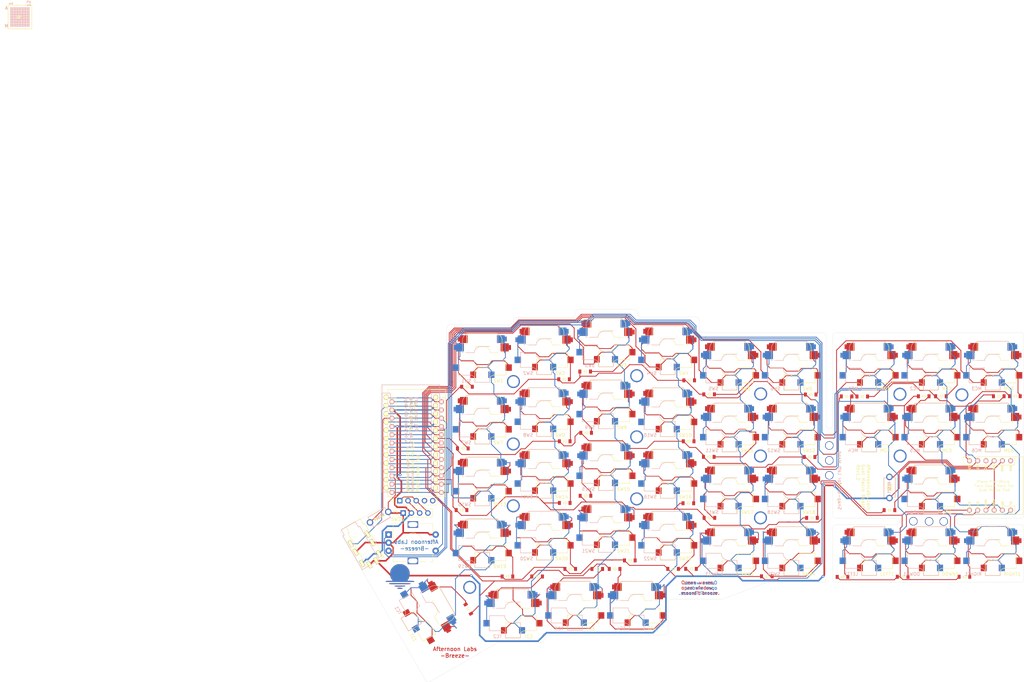
<source format=kicad_pcb>
(kicad_pcb (version 20221018) (generator pcbnew)
  (title_block (title "Breeze") (date "2023-05-21") (rev "Rev1.2") (company "Afternoon Labs LLC"))
  (layers (0 "F.Cu" signal) (31 "B.Cu" signal) (36 "B.SilkS" user "B.Silkscreen") (37 "F.SilkS" user "F.Silkscreen") (38 "B.Mask" user) (39 "F.Mask" user) (44 "Edge.Cuts" user))
  (net 0 "")
  (net 1 "VCC")
  (net 2 "GND")
  (net 3 "RST")
  (net 4 "DATA")
  (net 5 "COL7")
  (net 6 "COL6")
  (net 7 "COL8")
  (net 8 "ROW0")
  (net 9 "Net-(D1-A)")
  (net 10 "ROW1")
  (net 11 "Net-(D2-A)")
  (net 12 "ROW2")
  (net 13 "Net-(D3-A)")
  (net 14 "ROW3")
  (net 15 "Net-(D4-A)")
  (net 16 "ROW4")
  (net 17 "Net-(D5-A)")
  (net 18 "Net-(D6-A)")
  (net 19 "Net-(D7-A)")
  (net 20 "Net-(D8-A)")
  (net 21 "Net-(D9-A)")
  (net 22 "Net-(D10-A)")
  (net 23 "Net-(D11-A)")
  (net 24 "Net-(D12-A)")
  (net 25 "Net-(D13-A)")
  (net 26 "Net-(D14-A)")
  (net 27 "Net-(D15-A)")
  (net 28 "Net-(D16-A)")
  (net 29 "Net-(D17-A)")
  (net 30 "Net-(D18-A)")
  (net 31 "Net-(D19-A)")
  (net 32 "Net-(D20-A)")
  (net 33 "Net-(D21-A)")
  (net 34 "Net-(D22-A)")
  (net 35 "Net-(D23-A)")
  (net 36 "Net-(D24-A)")
  (net 37 "COL0")
  (net 38 "COL1")
  (net 39 "COL2")
  (net 40 "COL3")
  (net 41 "COL4")
  (net 42 "COL5")
  (net 43 "Net-(DALF1-A)")
  (net 44 "Net-(DAN1-A)")
  (net 45 "Net-(DMC1-A)")
  (net 46 "Net-(DMC2-A)")
  (net 47 "Net-(DMC3-A)")
  (net 48 "Net-(DMC4-A)")
  (net 49 "Net-(DMC5-A)")
  (net 50 "Net-(DMC6-A)")
  (net 51 "Net-(DRT1-A)")
  (net 52 "Net-(DTC1-A)")
  (net 53 "Net-(DTC2-A)")
  (net 54 "Net-(DTC3-A)")
  (net 55 "Net-(DTC4-A)")
  (net 56 "Net-(DUP1-A)")
  (net 58 "Net-(MCU-MACRO1-RST)")
  (net 60 "unconnected-(MCU-MAIN1-TX(PD3)-Pad1)")
  (net 61 "Enc_A")
  (net 62 "Enc_B")
  (net 63 "Enc_SW")
  (net 64 "unconnected-(MCU-MAIN1-RAW-Pad24)")
  (net 66 "Net-(J2-Pin_1)")
  (net 67 "Net-(J2-Pin_2)")
  (footprint "Breeze:MJ-4PP-9" (layer "F.Cu") (at 107.484 161.401 30)
    (fp_text reference "J1" hide)
    (fp_text value "PJ-320A" hide)
  )
  (footprint "Breeze:ProMicro" (layer "F.Cu") (at 125.524 135.801)
    (fp_text reference "MCU-MAIN1" hide)
    (fp_text value "PRO-MICRO" hide)
  )
  (footprint "Breeze:MX_Choc_Hotswap" (layer "F.Cu") (at 284.598 167.74)
    (fp_text reference "DOWN1")
    (fp_text value "CHOCXHSPCB-1U" hide)
  )
  (footprint "Breeze:MX_Choc_Hotswap" (layer "F.Cu") (at 265.548 167.74)
    (fp_text reference "LEFT1")
    (fp_text value "CHOCXHSPCB-1U" hide)
  )
  (footprint "Breeze:MX_Choc_Hotswap" (layer "F.Cu") (at 303.648 167.74)
    (fp_text reference "RIGHT1")
    (fp_text value "CHOCXHSPCB-1U" hide)
  )
  (footprint "Breeze:MX_Choc_Hotswap" (layer "F.Cu") (at 284.598 148.69)
    (fp_text reference "UP1")
    (fp_text value "CHOCXHSPCB-1U" hide)
  )
  (footprint "Breeze:SOD-123FL" (layer "F.Cu") (at 141.6283 117.806)
    (fp_text reference "D1")
    (fp_text value "DIODE")
  )
  (footprint "Breeze:SOD-123FL" (layer "F.Cu") (at 140.34 136.806)
    (fp_text reference "D7")
    (fp_text value "DIODE")
  )
  (footprint "Breeze:SOD-123FL" (layer "F.Cu") (at 139.94 155.806)
    (fp_text reference "D13")
    (fp_text value "DIODE")
  )
  (footprint "Breeze:SOD-123FL" (layer "F.Cu") (at 154.09 176.278)
    (fp_text reference "D19")
    (fp_text value "DIODE")
  )
  (footprint "Breeze:SOD-123FL" (layer "F.Cu") (at 142.022 186.311 120)
    (fp_text reference "DTC1")
    (fp_text value "DIODE")
  )
  (footprint "Breeze:SOD-123FL" (layer "F.Cu") (at 171.54 115.506)
    (fp_text reference "D2")
    (fp_text value "DIODE")
  )
  (footprint "Breeze:SOD-123FL" (layer "F.Cu") (at 171.74 134.606)
    (fp_text reference "D8")
    (fp_text value "DIODE")
  )
  (footprint "Breeze:SOD-123FL" (layer "F.Cu") (at 171.74 153.606)
    (fp_text reference "D14")
    (fp_text value "DIODE")
  )
  (footprint "Breeze:SOD-123FL" (layer "F.Cu") (at 173.4418 173.9412)
    (fp_text reference "D20")
    (fp_text value "DIODE")
  )
  (footprint "Breeze:SOD-123FL" (layer "F.Cu") (at 163.231 176.278)
    (fp_text reference "DTC2")
    (fp_text value "DIODE")
  )
  (footprint "Breeze:SOD-123FL" (layer "F.Cu") (at 178.04 113.106)
    (fp_text reference "D3")
    (fp_text value "DIODE")
  )
  (footprint "Breeze:SOD-123FL" (layer "F.Cu") (at 178.34 132.006)
    (fp_text reference "D9")
    (fp_text value "DIODE")
  )
  (footprint "Breeze:SOD-123FL" (layer "F.Cu") (at 178.14 151.406)
    (fp_text reference "D15")
    (fp_text value "DIODE")
  )
  (footprint "Breeze:SOD-123FL" (layer "F.Cu") (at 191.806 171.325)
    (fp_text reference "D21")
    (fp_text value "DIODE")
  )
  (footprint "Breeze:SOD-123FL" (layer "F.Cu") (at 181.773 173.956)
    (fp_text reference "DTC3")
    (fp_text value "DIODE")
  )
  (footprint "Breeze:SOD-123FL" (layer "F.Cu") (at 210.094 115.826)
    (fp_text reference "D4")
    (fp_text value "DIODE")
  )
  (footprint "Breeze:SOD-123FL" (layer "F.Cu") (at 209.94 134.606)
    (fp_text reference "D10")
    (fp_text value "DIODE")
  )
  (footprint "Breeze:SOD-123FL" (layer "F.Cu") (at 209.84 153.706)
    (fp_text reference "D16")
    (fp_text value "DIODE")
  )
  (footprint "Breeze:SOD-123FL" (layer "F.Cu") (at 205.13592 173.92596)
    (fp_text reference "D22")
    (fp_text value "DIODE")
  )
  (footprint "Breeze:SOD-123FL" (layer "F.Cu") (at 187.11208 173.94628)
    (fp_text reference "DTC4")
    (fp_text value "DIODE")
  )
  (footprint "Breeze:SOD-123FL" (layer "F.Cu") (at 216.24 120.144)
    (fp_text reference "D5")
    (fp_text value "DIODE")
  )
  (footprint "Breeze:SOD-123FL" (layer "F.Cu") (at 216.14 139.406)
    (fp_text reference "D11")
    (fp_text value "DIODE")
  )
  (footprint "Breeze:SOD-123FL" (layer "F.Cu") (at 216.34 158.206)
    (fp_text reference "D17")
    (fp_text value "DIODE")
  )
  (footprint "Breeze:SOD-123FL" (layer "F.Cu") (at 210.65788 173.92596)
    (fp_text reference "D23")
    (fp_text value "DIODE")
  )
  (footprint "Breeze:SOD-123FL" (layer "F.Cu") (at 247.54 120.206)
    (fp_text reference "D6")
    (fp_text value "DIODE")
  )
  (footprint "Breeze:SOD-123FL" (layer "F.Cu") (at 247.20848 139.45308)
    (fp_text reference "D12")
    (fp_text value "DIODE")
  )
  (footprint "Breeze:SOD-123FL" (layer "F.Cu") (at 247.94 158.206)
    (fp_text reference "D18")
    (fp_text value "DIODE")
  )
  (footprint "Breeze:SOD-123FL" (layer "F.Cu") (at 234.028 176.22)
    (fp_text reference "D24")
    (fp_text value "DIODE")
  )
  (footprint "Breeze:SOD-123FL" (layer "F.Cu") (at 263.43908 120.8044)
    (fp_text reference "DMC1")
    (fp_text value "DIODE")
  )
  (footprint "Breeze:SOD-123FL" (layer "F.Cu") (at 258.608 120.779)
    (fp_text reference "DMC4")
    (fp_text value "DIODE")
  )
  (footprint "Breeze:SOD-123FL" (layer "F.Cu") (at 257.34816 176.39992)
    (fp_text reference "DALF1")
    (fp_text value "DIODE")
  )
  (footprint "Breeze:SOD-123FL" (layer "F.Cu") (at 287.68592 120.73328)
    (fp_text reference "DMC2")
    (fp_text value "DIODE")
  )
  (footprint "Breeze:SOD-123FL" (layer "F.Cu") (at 282.37224 120.73328)
    (fp_text reference "DMC5")
    (fp_text value "DIODE")
  )
  (footprint "Breeze:SOD-123FL" (layer "F.Cu") (at 271.816 155.831)
    (fp_text reference "DUP1")
    (fp_text value "DIODE")
  )
  (footprint "Breeze:SOD-123FL" (layer "F.Cu") (at 275.88 176.36436)
    (fp_text reference "DAN1")
    (fp_text value "DIODE")
  )
  (footprint "Breeze:SOD-123FL" (layer "F.Cu") (at 310.46972 120.71296)
    (fp_text reference "DMC3")
    (fp_text value "DIODE")
  )
  (footprint "Breeze:SOD-123FL" (layer "F.Cu") (at 305.4964 120.72312)
    (fp_text reference "DMC6")
    (fp_text value "DIODE")
  )
  (footprint "Breeze:SOD-123FL" (layer "F.Cu") (at 294.92492 176.36436)
    (fp_text reference "DRT1")
    (fp_text value "DIODE")
  )
  (footprint "Breeze:MX_Choc_Hotswap" (layer "F.Cu") (at 265.548 110.59)
    (fp_text reference "MC1")
    (fp_text value "CHOCXHSPCB-1U" hide)
  )
  (footprint "Breeze:MX_Choc_Hotswap" (layer "F.Cu") (at 284.598 110.59)
    (fp_text reference "MC2")
    (fp_text value "CHOCXHSPCB-1U" hide)
  )
  (footprint "Breeze:MX_Choc_Hotswap" (layer "F.Cu") (at 303.648 110.59)
    (fp_text reference "MC3")
    (fp_text value "CHOCXHSPCB-1U" hide)
  )
  (footprint "Breeze:MX_Choc_Hotswap" (layer "F.Cu") (at 265.548 129.64)
    (fp_text reference "MC4")
    (fp_text value "CHOCXHSPCB-1U" hide)
  )
  (footprint "Breeze:MX_Choc_Hotswap" (layer "F.Cu") (at 284.598 129.64)
    (fp_text reference "MC5")
    (fp_text value "CHOCXHSPCB-1U" hide)
  )
  (footprint "Breeze:MX_Choc_Hotswap" (layer "F.Cu") (at 303.648 129.64)
    (fp_text reference "MC6")
    (fp_text value "CHOCXHSPCB-1U" hide)
  )
  (footprint "Breeze:MX_Choc_Hotswap" (layer "F.Cu") (at 146.34 108.206)
    (fp_text reference "SW1")
    (fp_text value "CHOCXHSPCB-1U" hide)
  )
  (footprint "Breeze:MX_Choc_Hotswap" (layer "F.Cu") (at 165.39 105.825)
    (fp_text reference "SW2")
    (fp_text value "CHOCXHSPCB-1U" hide)
  )
  (footprint "Breeze:MX_Choc_Hotswap" (layer "F.Cu") (at 184.44 103.44)
    (fp_text reference "SW3")
    (fp_text value "CHOCXHSPCB-1U" hide)
  )
  (footprint "Breeze:MX_Choc_Hotswap" (layer "F.Cu") (at 203.49 105.825)
    (fp_text reference "SW4")
    (fp_text value "CHOCXHSPCB-1U" hide)
  )
  (footprint "Breeze:MX_Choc_Hotswap" (layer "F.Cu") (at 222.54 110.59)
    (fp_text reference "SW5")
    (fp_text value "CHOCXHSPCB-1U" hide)
  )
  (footprint "Breeze:MX_Choc_Hotswap" (layer "F.Cu") (at 241.59 110.59)
    (fp_text reference "SW6")
    (fp_text value "CHOCXHSPCB-1U" hide)
  )
  (footprint "Breeze:MX_Choc_Hotswap" (layer "F.Cu") (at 146.34 127.227)
    (fp_text reference "SW7")
    (fp_text value "CHOCXHSPCB-1U" hide)
  )
  (footprint "Breeze:MX_Choc_Hotswap" (layer "F.Cu") (at 165.39 124.8902)
    (fp_text reference "SW8")
    (fp_text value "CHOCXHSPCB-1U" hide)
  )
  (footprint "Breeze:MX_Choc_Hotswap" (layer "F.Cu") (at 184.44 122.528)
    (fp_text reference "SW9")
    (fp_text value "CHOCXHSPCB-1U" hide)
  )
  (footprint "Breeze:MX_Choc_Hotswap" (layer "F.Cu") (at 203.49 124.941)
    (fp_text reference "SW10")
    (fp_text value "CHOCXHSPCB-1U" hide)
  )
  (footprint "Breeze:MX_Choc_Hotswap" (layer "F.Cu") (at 222.54 129.64)
    (fp_text reference "SW11")
    (fp_text value "CHOCXHSPCB-1U" hide)
  )
  (footprint "Breeze:MX_Choc_Hotswap" (layer "F.Cu") (at 241.59 129.64)
    (fp_text reference "SW12")
    (fp_text value "CHOCXHSPCB-1U" hide)
  )
  (footprint "Breeze:MX_Choc_Hotswap" (layer "F.Cu") (at 146.34 146.277)
    (fp_text reference "SW13")
    (fp_text value "CHOCXHSPCB-1U" hide)
  )
  (footprint "Breeze:MX_Choc_Hotswap" (layer "F.Cu") (at 165.39 143.925)
    (fp_text reference "SW14")
    (fp_text value "CHOCXHSPCB-1U" hide)
  )
  (footprint "Breeze:MX_Choc_Hotswap" (layer "F.Cu") (at 184.44 141.54)
    (fp_text reference "SW15")
    (fp_text value "CHOCXHSPCB-1U" hide)
  )
  (footprint "Breeze:MX_Choc_Hotswap" (layer "F.Cu") (at 203.49 143.925)
    (fp_text reference "SW16")
    (fp_text value "CHOCXHSPCB-1U" hide)
  )
  (footprint "Breeze:MX_Choc_Hotswap" (layer "F.Cu") (at 222.54 148.69)
    (fp_text reference "SW17")
    (fp_text value "CHOCXHSPCB-1U" hide)
  )
  (footprint "Breeze:MX_Choc_Hotswap" (layer "F.Cu") (at 241.59 148.69)
    (fp_text reference "SW18")
    (fp_text value "CHOCXHSPCB-1U" hide)
  )
  (footprint "Breeze:MX_Choc_Hotswap" (layer "F.Cu") (at 146.34 165.356)
    (fp_text reference "SW19")
    (fp_text value "CHOCXHSPCB-1U" hide)
  )
  (footprint "Breeze:MX_Choc_Hotswap" (layer "F.Cu") (at 165.39 162.975)
    (fp_text reference "SW20")
    (fp_text value "CHOCXHSPCB-1U" hide)
  )
  (footprint "Breeze:MX_Choc_Hotswap" (layer "F.Cu") (at 184.44 160.59)
    (fp_text reference "SW21")
    (fp_text value "CHOCXHSPCB-1U" hide)
  )
  (footprint "Breeze:MX_Choc_Hotswap" (layer "F.Cu") (at 203.49 162.975)
    (fp_text reference "SW22")
    (fp_text value "CHOCXHSPCB-1U" hide)
  )
  (footprint "Breeze:MX_Choc_Hotswap" (layer "F.Cu") (at 222.54 167.74)
    (fp_text reference "SW23")
    (fp_text value "CHOCXHSPCB-1U" hide)
  )
  (footprint "Breeze:MX_Choc_Hotswap" (layer "F.Cu") (at 241.59 167.74)
    (fp_text reference "SW24")
    (fp_text value "CHOCXHSPCB-1U" hide)
  )
  (footprint "Breeze:MX_Choc_Hotswap" (layer "F.Cu") (at 129.563 186.974 -60)
    (fp_text reference "TC1")
    (fp_text value "CHOCXHSPCB-1U" hide)
  )
  (footprint "Breeze:MX_Choc_Hotswap" (layer "F.Cu") (at 155.79 186.974)
    (fp_text reference "TC2")
    (fp_text value "CHOCXHSPCB-1U" hide)
  )
  (footprint "Breeze:MX_Choc_Hotswap" (layer "F.Cu") (at 174.84 184.59)
    (fp_text reference "TC3")
    (fp_text value "CHOCXHSPCB-1U" hide)
  )
  (footprint "Breeze:MX_Choc_Hotswap" (layer "F.Cu") (at 193.89 184.59)
    (fp_text reference "TC4")
    (fp_text value "CHOCXHSPCB-1U" hide)
  )
  (footprint "Breeze:PROMICRO-PARTIAL2" (layer "F.Cu") (at 295.594 148.131 -90)
    (fp_text reference "MCU-MACRO1" hide)
    (fp_text value "ProMicro-Partial" hide)
  )
  (footprint "Breeze:TACT_SWITCH_TVBP06" (layer "F.Cu") (at 271.816 148.846 -90)
    (fp_text reference "RSW-MACRO1" hide)
    (fp_text value "SW-RST" hide)
  )
  (footprint "Breeze:M3-HOLE" (layer "F.Cu") (at 275.104 139.161)
    (fp_text reference "H1" hide)
    (fp_text value "M3-HOLE" hide)
  )
  (footprint "Breeze:M3-HOLE" (layer "F.Cu") (at 232.074 139.141)
    (fp_text reference "H3" hide)
    (fp_text value "M3-HOLE" hide)
  )
  (footprint "Breeze:M3-HOLE" (layer "F.Cu") (at 232.074 158.201)
    (fp_text reference "H4" hide)
    (fp_text value "M3-HOLE" hide)
  )
  (footprint "Breeze:M3-HOLE" (layer "F.Cu") (at 193.934 133.251)
    (fp_text reference "H5" hide)
    (fp_text value "M3-HOLE" hide)
  )
  (footprint "Breeze:M3-HOLE" (layer "F.Cu") (at 193.934 152.361)
    (fp_text reference "H6" hide)
    (fp_text value "M3-HOLE" hide)
  )
  (footprint "Breeze:M3-HOLE" (layer "F.Cu") (at 155.894 154.501)
    (fp_text reference "H7" hide)
    (fp_text value "M3-HOLE" hide)
  )
  (footprint "Breeze:M3-HOLE" (layer "F.Cu") (at 155.894 135.431)
    (fp_text reference "H8" hide)
    (fp_text value "M3-HOLE" hide)
  )
  (footprint "Breeze:M3-HOLE" (layer "F.Cu") (at 142.474 179.611)
    (fp_text reference "H9" hide)
    (fp_text value "M3-HOLE" hide)
  )
  (footprint "Breeze:Stabilizer_MX_2u" (layer "F.Cu") (at 129.563 186.974 -60)
    (fp_text reference "STABL1" hide)
    (fp_text value "MX-STABILIZER-2U" hide)
  )
  (footprint "Breeze:TACT_SWITCH_TVBP06" (layer "F.Cu") (at 114.554 157.988 -150)
    (fp_text reference "RSW1" hide)
    (fp_text value "SW-RST" hide)
  )
  (footprint "Breeze:M2-HOLE" (layer "F.Cu") (at 288.54 159.306)
    (fp_text reference "H10" hide)
    (fp_text value "2M-HOLE" hide)
  )
  (footprint "Breeze:M2-HOLE" (layer "F.Cu") (at 253.286 140.506)
    (fp_text reference "H11" hide)
    (fp_text value "2M-HOLE" hide)
  )
  (footprint "Breeze:M2-HOLE" (layer "F.Cu") (at 279.182 159.26)
    (fp_text reference "H12" hide)
    (fp_text value "2M-HOLE" hide)
  )
  (footprint "Breeze:M2-HOLE" (layer "F.Cu") (at 253.286 145.106)
    (fp_text reference "H13" hide)
    (fp_text value "2M-HOLE" hide)
  )
  (footprint "Breeze:M2-HOLE" (layer "F.Cu") (at 284.04 159.306)
    (fp_text reference "H14" hide)
    (fp_text value "2M-HOLE" hide)
  )
  (footprint "Breeze:M2-HOLE" (layer "F.Cu") (at 253.286 135.906)
    (fp_text reference "H15" hide)
    (fp_text value "2M-HOLE" hide)
  )
  (footprint "Breeze:M3-HOLE" (layer "F.Cu") (at 275.04 120.106)
    (fp_text reference "H16" hide)
    (fp_text value "M3-HOLE" hide)
  )
  (footprint "Breeze:M3-HOLE" (layer "F.Cu") (at 294.14 120.306)
    (fp_text reference "H17" hide)
    (fp_text value "M3-HOLE" hide)
  )
  (footprint "Breeze:logo" (layer "F.Cu") (at 120.904 176.276)
    (fp_text reference "LGO1" hide)
    (fp_text value "Logo" hide)
  )
  (footprint "Breeze:M3-HOLE" (layer "F.Cu") (at 155.94 116.206)
    (fp_text reference "H2" hide)
    (fp_text value "M3-HOLE" hide)
  )
  (footprint "Breeze:M3-HOLE" (layer "F.Cu") (at 193.94 114.406)
    (fp_text reference "H18" hide)
    (fp_text value "M3-HOLE" hide)
  )
  (footprint "Breeze:M3-HOLE" (layer "F.Cu") (at 232.14 120.006)
    (fp_text reference "H19" hide)
    (fp_text value "M3-HOLE" hide)
  )
  (footprint "Rotary_Encoder:RotaryEncoder_Alps_EC11E-Switch_Vertical_H20mm" (layer "F.Cu") (at 117.464 163.362)
    (fp_text reference "SW25")
    (fp_text value "RotaryEncoder_Switch")
  )
  (footprint "Connector_PinHeader_2.54mm:PinHeader_1x05_P2.54mm_Vertical" (layer "F.Cu") (at 120.904 152.908 90)
    (fp_text reference "J2")
    (fp_text value "Conn_01x05_Pin")
  )
  (footprint "Connector_PinHeader_2.54mm:PinHeader_1x04_P2.54mm_Vertical" (layer "F.Cu") (at 121.966 156.72 90)
    (fp_text reference "J3")
    (fp_text value "Conn_01x04_Socket")
  )
  (footprint "STM32BGA:UFBGA-144_7X7_STM" (layer "F.Cu") (at 3.8608 3.8608)
    (fp_text reference "U1")
    (fp_text value "STM32H723ZGI6")
  )
  (gr_line (start 166.372 194.317) (end 202.672 194.317) (stroke (width 0.05)) (layer "Edge.Cuts"))
  (gr_arc (start 251.27 101.126) (mid 251.977107 101.418893) (end 252.27 102.126) (stroke (width 0.05)) (layer "Edge.Cuts"))
  (gr_arc (start 253.27 130.614) (mid 252.562893 130.321107) (end 252.27 129.614) (stroke (width 0.05)) (layer "Edge.Cuts"))
  (gr_line (start 251.27 101.126) (end 214.15 101.126) (stroke (width 0.05)) (layer "Edge.Cuts"))
  (gr_arc (start 220.312305 183.253636) (mid 220.139995 183.301032) (end 219.962 183.317) (stroke (width 0.05)) (layer "Edge.Cuts"))
  (gr_arc (start 130.262 208.674) (mid 129.503199 208.773908) (end 128.896 208.308) (stroke (width 0.05)) (layer "Edge.Cuts"))
  (gr_line (start 292.795 159.321) (end 292.795 159.276) (stroke (width 0.05)) (layer "Edge.Cuts"))
  (gr_arc (start 255.305 158.276) (mid 254.597893 157.983107) (end 254.305 157.276) (stroke (width 0.05)) (layer "Edge.Cuts"))
  (gr_arc (start 102.846 163.188) (mid 102.746092 162.429199) (end 103.212 161.822) (stroke (width 0.05)) (layer "Edge.Cuts"))
  (gr_line (start 134.44 117.186) (end 115.97 117.186) (stroke (width 0.05)) (layer "Edge.Cuts"))
  (gr_line (start 313.265 102.126) (end 313.265 157.276) (stroke (width 0.05)) (layer "Edge.Cuts"))
  (gr_line (start 254.305 129.614) (end 254.305 102.126) (stroke (width 0.05)) (layer "Edge.Cuts"))
  (gr_line (start 212.15 96.296) (end 195.1 96.296) (stroke (width 0.05)) (layer "Edge.Cuts"))
  (gr_line (start 204.672 183.317) (end 219.962 183.317) (stroke (width 0.05)) (layer "Edge.Cuts"))
  (gr_line (start 254.305 161.321) (end 254.305 177.101) (stroke (width 0.05)) (layer "Edge.Cuts"))
  (gr_arc (start 252.27 177.101) (mid 251.977107 177.808107) (end 251.27 178.101) (stroke (width 0.05)) (layer "Edge.Cuts"))
  (gr_line (start 273.795 158.276) (end 255.305 158.276) (stroke (width 0.05)) (layer "Edge.Cuts"))
  (gr_arc (start 135.44 116.186) (mid 135.147107 116.893107) (end 134.44 117.186) (stroke (width 0.05)) (layer "Edge.Cuts"))
  (gr_line (start 313.265 161.321) (end 313.265 177.101) (stroke (width 0.05)) (layer "Edge.Cuts"))
  (gr_line (start 102.846 163.188) (end 128.896 208.308) (stroke (width 0.05)) (layer "Edge.Cuts"))
  (gr_line (start 312.265 160.321) (end 293.795 160.321) (stroke (width 0.05)) (layer "Edge.Cuts"))
  (gr_arc (start 293.795 160.321) (mid 293.087893 160.028107) (end 292.795 159.321) (stroke (width 0.05)) (layer "Edge.Cuts"))
  (gr_line (start 130.262 208.674) (end 150.774 196.831) (stroke (width 0.05)) (layer "Edge.Cuts"))
  (gr_line (start 255.305 101.126) (end 312.265 101.126) (stroke (width 0.05)) (layer "Edge.Cuts"))
  (gr_line (start 203.672 193.317) (end 203.672 184.317) (stroke (width 0.05)) (layer "Edge.Cuts"))
  (gr_line (start 194.1 95.296) (end 194.1 94.956) (stroke (width 0.05)) (layer "Edge.Cuts"))
  (gr_line (start 175.05 94.956) (end 175.05 95.376) (stroke (width 0.05)) (layer "Edge.Cuts"))
  (gr_line (start 274.795 159.276) (end 274.795 159.321) (stroke (width 0.05)) (layer "Edge.Cuts"))
  (gr_arc (start 165.372 195.697) (mid 165.079107 196.404107) (end 164.372 196.697) (stroke (width 0.05)) (layer "Edge.Cuts"))
  (gr_line (start 255.305 178.101) (end 312.265 178.101) (stroke (width 0.05)) (layer "Edge.Cuts"))
  (gr_arc (start 274.795 159.321) (mid 274.502107 160.028107) (end 273.795 160.321) (stroke (width 0.05)) (layer "Edge.Cuts"))
  (gr_arc (start 253.305 148.614) (mid 254.012107 148.906893) (end 254.305 149.614) (stroke (width 0.05)) (layer "Edge.Cuts"))
  (gr_line (start 273.795 160.321) (end 255.305 160.321) (stroke (width 0.05)) (layer "Edge.Cuts"))
  (gr_arc (start 156 97.706) (mid 155.707107 98.413107) (end 155 98.706) (stroke (width 0.05)) (layer "Edge.Cuts"))
  (gr_line (start 251.27 178.101) (end 234.27 178.101) (stroke (width 0.05)) (layer "Edge.Cuts"))
  (gr_arc (start 273.795 158.276) (mid 274.502107 158.568893) (end 274.795 159.276) (stroke (width 0.05)) (layer "Edge.Cuts"))
  (gr_arc (start 175.05 95.376) (mid 174.757107 96.083107) (end 174.05 96.376) (stroke (width 0.05)) (layer "Edge.Cuts"))
  (gr_line (start 253.305 148.614) (end 253.27 148.614) (stroke (width 0.05)) (layer "Edge.Cuts"))
  (gr_line (start 174.05 96.376) (end 157 96.376) (stroke (width 0.05)) (layer "Edge.Cuts"))
  (gr_arc (start 175.05 94.956) (mid 175.342893 94.248893) (end 176.05 93.956) (stroke (width 0.05)) (layer "Edge.Cuts"))
  (gr_arc (start 156 97.376) (mid 156.292893 96.668893) (end 157 96.376) (stroke (width 0.05)) (layer "Edge.Cuts"))
  (gr_arc (start 254.305 102.126) (mid 254.597893 101.418893) (end 255.305 101.126) (stroke (width 0.05)) (layer "Edge.Cuts"))
  (gr_arc (start 312.265 101.126) (mid 312.972107 101.418893) (end 313.265 102.126) (stroke (width 0.05)) (layer "Edge.Cuts"))
  (gr_arc (start 214.15 101.126) (mid 213.442893 100.833107) (end 213.15 100.126) (stroke (width 0.05)) (layer "Edge.Cuts"))
  (gr_line (start 151.274 196.697) (end 164.372 196.697) (stroke (width 0.05)) (layer "Edge.Cuts"))
  (gr_arc (start 254.305 129.614) (mid 254.012107 130.321107) (end 253.305 130.614) (stroke (width 0.05)) (layer "Edge.Cuts"))
  (gr_arc (start 252.27 149.614) (mid 252.562893 148.906893) (end 253.27 148.614) (stroke (width 0.05)) (layer "Edge.Cuts"))
  (gr_line (start 193.1 93.956) (end 176.05 93.956) (stroke (width 0.05)) (layer "Edge.Cuts"))
  (gr_line (start 213.15 100.126) (end 213.15 97.296) (stroke (width 0.05)) (layer "Edge.Cuts"))
  (gr_line (start 252.27 102.126) (end 252.27 129.614) (stroke (width 0.05)) (layer "Edge.Cuts"))
  (gr_arc (start 292.795 159.276) (mid 293.087893 158.568893) (end 293.795 158.276) (stroke (width 0.05)) (layer "Edge.Cuts"))
  (gr_arc (start 254.305 161.321) (mid 254.597893 160.613893) (end 255.305 160.321) (stroke (width 0.05)) (layer "Edge.Cuts"))
  (gr_arc (start 195.1 96.296) (mid 194.392893 96.003107) (end 194.1 95.296) (stroke (width 0.05)) (layer "Edge.Cuts"))
  (gr_arc (start 233.919695 178.164364) (mid 234.092005 178.116968) (end 234.27 178.101) (stroke (width 0.05)) (layer "Edge.Cuts"))
  (gr_arc (start 165.372 195.317) (mid 165.664893 194.609893) (end 166.372 194.317) (stroke (width 0.05)) (layer "Edge.Cuts"))
  (gr_arc (start 312.265 160.321) (mid 312.972107 160.613893) (end 313.265 161.321) (stroke (width 0.05)) (layer "Edge.Cuts"))
  (gr_arc (start 203.672 193.317) (mid 203.379107 194.024107) (end 202.672 194.317) (stroke (width 0.05)) (layer "Edge.Cuts"))
  (gr_line (start 135.44 99.706) (end 135.44 116.186) (stroke (width 0.05)) (layer "Edge.Cuts"))
  (gr_line (start 156 97.376) (end 156 97.706) (stroke (width 0.05)) (layer "Edge.Cuts"))
  (gr_line (start 253.27 130.614) (end 253.305 130.614) (stroke (width 0.05)) (layer "Edge.Cuts"))
  (gr_arc (start 313.265 177.101) (mid 312.972107 177.808107) (end 312.265 178.101) (stroke (width 0.05)) (layer "Edge.Cuts"))
  (gr_arc (start 114.97 118.186) (mid 115.262893 117.478893) (end 115.97 117.186) (stroke (width 0.05)) (layer "Edge.Cuts"))
  (gr_line (start 254.305 149.614) (end 254.305 157.276) (stroke (width 0.05)) (layer "Edge.Cuts"))
  (gr_line (start 252.27 149.614) (end 252.27 177.101) (stroke (width 0.05)) (layer "Edge.Cuts"))
  (gr_arc (start 150.774 196.830975) (mid 151.015181 196.731075) (end 151.274 196.697) (stroke (width 0.05)) (layer "Edge.Cuts"))
  (gr_arc (start 203.672 184.317) (mid 203.964893 183.609893) (end 204.672 183.317) (stroke (width 0.05)) (layer "Edge.Cuts"))
  (gr_arc (start 193.1 93.956) (mid 193.807107 94.248893) (end 194.1 94.956) (stroke (width 0.05)) (layer "Edge.Cuts"))
  (gr_line (start 165.372 195.317) (end 165.372 195.697) (stroke (width 0.05)) (layer "Edge.Cuts"))
  (gr_line (start 114.47 155.322) (end 103.212 161.822) (stroke (width 0.05)) (layer "Edge.Cuts"))
  (gr_arc (start 313.265 157.276) (mid 312.972107 157.983107) (end 312.265 158.276) (stroke (width 0.05)) (layer "Edge.Cuts"))
  (gr_line (start 293.795 158.276) (end 312.265 158.276) (stroke (width 0.05)) (layer "Edge.Cuts"))
  (gr_line (start 114.97 154.456) (end 114.97 118.186) (stroke (width 0.05)) (layer "Edge.Cuts"))
  (gr_arc (start 255.305 178.101) (mid 254.597893 177.808107) (end 254.305 177.101) (stroke (width 0.05)) (layer "Edge.Cuts"))
  (gr_line (start 233.92 178.164) (end 220.313 183.254) (stroke (width 0.05)) (layer "Edge.Cuts"))
  (gr_arc (start 114.969978 154.455987) (mid 114.836013 154.955978) (end 114.47 155.322) (stroke (width 0.05)) (layer "Edge.Cuts"))
  (gr_arc (start 135.44 99.706) (mid 135.732893 98.998893) (end 136.44 98.706) (stroke (width 0.05)) (layer "Edge.Cuts"))
  (gr_line (start 136.44 98.706) (end 155 98.706) (stroke (width 0.05)) (layer "Edge.Cuts"))
  (gr_arc (start 212.15 96.296) (mid 212.857107 96.588893) (end 213.15 97.296) (stroke (width 0.05)) (layer "Edge.Cuts"))
  (gr_text "Afternoon Labs" (at 137.922 198.628) (layer "F.Cu") (effects (font (size 1.2 1.2) (thickness 0.2))))
  (gr_text "-Breeze-" (at 137.922 200.66) (layer "F.Cu") (effects (font (size 1.2 1.2) (thickness 0.2))))
  (gr_text "Ocean waves,\nopen window,\nmoonlit breeze." (at 207.59 179.767) (layer "F.Cu") (effects (font (size 1 1)) (justify left)))
  (gr_text "Ocean waves,\nopen window,\nmoonlit breeze." (at 218.84 179.817) (layer "B.Cu") (effects (font (size 1 1)) (justify left mirror)))
  (gr_text "Afternoon Labs" (at 126.02 165.608) (layer "B.Cu") (effects (font (size 1.2 1.2) (thickness 0.2)) (justify mirror)))
  (gr_text "-Breeze-" (at 125.476 167.64) (layer "B.Cu") (effects (font (size 1.2 1.2) (thickness 0.2)) (justify mirror)))
  (gr_text "AfternoonLabs.com\nBreeze Board Rev1.2\nLeft Hand Top" (at 124.364 120.871 90) (layer "B.SilkS") (effects (font (size 1 1)) (justify left mirror)))
  (gr_text "Place Pro-Micro\nFace Down" (at 124.164 150.121 90) (layer "B.SilkS") (effects (font (size 0.8 0.8) (thickness 0.1)) (justify right mirror)))
  (gr_text "Snap-Off for Left Hand" (at 256.454 155.831 270) (layer "B.SilkS") (effects (font (size 1 1)) (justify left mirror)))
  (gr_text "AfternoonLabs.com\nGust Macro Board\nRev1.2" (at 263.78452 141.62224 -90) (layer "F.SilkS") (effects (font (size 1 1)) (justify left)))
  (gr_text "AfternoonLabs.com\nBreeze Board Rev1.2\nRight Hand Top" (at 124.834 150.471 90) (layer "F.SilkS") (effects (font (size 1 1)) (justify left)))
  (gr_text "Place Pro-Micro\nFace Down" (at 124.684 121.591 90) (layer "F.SilkS") (effects (font (size 0.8 0.8) (thickness 0.1)) (justify right)))
  (gr_text "GND" (at 306.554 143.001 270) (layer "F.SilkS") (effects (font (size 0.6 0.6))))
  (gr_text "RST" (at 303.984 142.871 270) (layer "F.SilkS") (effects (font (size 0.6 0.6))))
  (gr_text "VCC" (at 301.354 143.081 270) (layer "F.SilkS") (effects (font (size 0.6 0.6))))
  (gr_text "D21" (at 299.004 142.921 270) (layer "F.SilkS") (effects (font (size 0.6 0.6))))
  (gr_text "D20" (at 296.424 142.951 270) (layer "F.SilkS") (effects (font (size 0.6 0.6))))
  (gr_text "D3" (at 296.434 153.781 270) (layer "F.SilkS") (effects (font (size 0.6 0.6))))
  (gr_text "D2" (at 298.954 153.721 270) (layer "F.SilkS") (effects (font (size 0.6 0.6))))
  (gr_text "GND" (at 301.454 153.491 270) (layer "F.SilkS") (effects (font (size 0.6 0.6))))
  (gr_text "GND" (at 303.984 153.491 270) (layer "F.SilkS") (effects (font (size 0.6 0.6))))
  (gr_text "D0" (at 306.664 153.641 270) (layer "F.SilkS") (effects (font (size 0.6 0.6))))
  (gr_text "D1" (at 309.214 153.721 270) (layer "F.SilkS") (effects (font (size 0.6 0.6))))
  (gr_text "GUST\nRESET" (at 271.816 148.846 270) (layer "F.SilkS") (effects (font (size 0.6 0.6) (thickness 0.1))))
  (gr_text "Place Pro-Micro \nFace Down Here For\nGust Macro Pad" (at 304.094 148.321) (layer "F.SilkS") (effects (font (size 0.8 0.8) (thickness 0.1))))
  (gr_text "RAW" (at 309.134 142.971 270) (layer "F.SilkS") (effects (font (size 0.6 0.6))))
  (segment (start 119.38 152.146) (end 119.38 154.178) (width 0.5) (layer "F.Cu") (net 1))
  (segment (start 120.163255 130.035745) (end 120.163255 145.761745) (width 0.5) (layer "F.Cu") (net 1))
  (segment (start 121.412 150.114) (end 119.38 152.146) (width 0.5) (layer "F.Cu") (net 1))
  (segment (start 120.142 154.94) (end 122.726 154.94) (width 0.5) (layer "F.Cu") (net 1))
  (segment (start 120.163255 145.761745) (end 121.412 147.01049) (width 0.5) (layer "F.Cu") (net 1))
  (segment (start 119.38 154.178) (end 120.142 154.94) (width 0.5) (layer "F.Cu") (net 1))
  (segment (start 121.412 147.01049) (end 121.412 150.114) (width 0.5) (layer "F.Cu") (net 1))
  (segment (start 122.726 154.94) (end 124.506 156.72) (width 0.5) (layer "F.Cu") (net 1))
  (via (at 120.163255 130.035745) (size 0.8) (drill 0.4) (layers "F.Cu" "B.Cu") (net 1))
  (via (at 120.163255 145.761745) (size 0.4) (drill 0.2) (layers "F.Cu" "B.Cu") (net 1))
  (segment (start 120.163255 130.035745) (end 120.290255 130.035745) (width 0.5) (layer "B.Cu") (net 1))
  (segment (start 130.123255 145.761745) (end 120.163255 145.761745) (width 0.25) (layer "B.Cu") (net 1))
  (segment (start 124.506 156.72) (end 120.444 160.782) (width 0.5) (layer "B.Cu") (net 1))
  (segment (start 120.444 160.782) (end 117.094 160.782) (width 0.5) (layer "B.Cu") (net 1))
  (segment (start 115.57 168.153715) (end 114.452653 169.271062) (width 0.5) (layer "B.Cu") (net 1))
  (segment (start 112.834001 169.271062) (end 111.0943 171.010763) (width 0.5) (layer "B.Cu") (net 1))
  (segment (start 117.863815 130.035745) (end 120.163255 130.035745) (width 0.5) (layer "B.Cu") (net 1))
  (segment (start 131.805 128.88) (end 131.805 128.84) (width 0.5) (layer "B.Cu") (net 1))
  (segment (start 130.649255 130.035745) (end 131.805 128.88) (width 0.5) (layer "B.Cu") (net 1))
  (segment (start 110.535101 171.010763) (end 109.299802 172.246062) (width 0.5) (layer "B.Cu") (net 1))
  (segment (start 120.290255 130.035745) (end 130.649255 130.035745) (width 0.5) (layer "B.Cu") (net 1))
  (segment (start 111.0943 171.010763) (end 110.535101 171.010763) (width 0.5) (layer "B.Cu") (net 1))
  (segment (start 115.57 162.306) (end 115.57 168.153715) (width 0.5) (layer "B.Cu") (net 1))
  (segment (start 120.290255 130.035745) (end 120.305 130.021) (width 0.5) (layer "B.Cu") (net 1))
  (segment (start 131.805 144.08) (end 130.123255 145.761745) (width 0.25) (layer "B.Cu") (net 1))
  (segment (start 114.452653 169.271062) (end 112.834001 169.271062) (width 0.5) (layer "B.Cu") (net 1))
  (segment (start 117.094 160.782) (end 115.57 162.306) (width 0.5) (layer "B.Cu") (net 1))
  (segment (start 118.502815 145.286745) (end 119.539815 146.323745) (width 0.25) (layer "F.Cu") (net 2))
  (segment (start 121.023999 127.101001) (end 118.889743 124.966745) (width 0.5) (layer "F.Cu") (net 2))
  (segment (start 117.464 165.862) (end 118.864 167.262) (width 0.5) (layer "F.Cu") (net 2))
  (segment (start 121.023999 144.915999) (end 121.023999 127.101001) (width 0.5) (layer "F.Cu") (net 2))
  (segment (start 113.687109 171.4451) (end 112.790347 171.4451) (width 0.5) (layer "F.Cu") (net 2))
  (segment (start 277.9917 141.22) (end 289.1883 141.22) (width 0.25) (layer "F.Cu") (net 2))
  (segment (start 112.452653 165.80696) (end 110.274802 165.80696) (width 0.5) (layer "F.Cu") (net 2))
  (segment (start 304.132059 143.106011) (end 304.132059 153.266011) (width 0.25) (layer "F.Cu") (net 2))
  (segment (start 274.80569 144.406008) (end 274.80569 149.10631) (width 0.25) (layer "F.Cu") (net 2))
  (segment (start 113.63804 165.80696) (end 112.452653 165.80696) (width 0.5) (layer "F.Cu") (net 2))
  (segment (start 304.132059 143.106011) (end 306.628255 140.609815) (width 0.25) (layer "F.Cu") (net 2))
  (segment (start 122.005787 162.814) (end 129.54 162.814) (width 0.5) (layer "F.Cu") (net 2))
  (segment (start 113.69308 165.862) (end 117.464 165.862) (width 0.5) (layer "F.Cu") (net 2))
  (segment (start 251.762334 148.183672) (end 254.677077 148.183672) (width 0.5) (layer "F.Cu") (net 2))
  (segment (start 304.132059 153.266011) (end 301.548255 155.849815) (width 0.25) (layer "F.Cu") (net 2))
  (segment (start 119.539815 146.323745) (end 119.539815 151.243723) (width 0.25) (layer "F.Cu") (net 2))
  (segment (start 121.966 162.774213) (end 121.966 156.72) (width 0.5) (layer "F.Cu") (net 2))
  (segment (start 113.63804 165.80696) (end 113.69308 165.862) (width 0.5) (layer "F.Cu") (net 2))
  (segment (start 251.34 176.206) (end 251.740006 175.805994) (width 0.5) (layer "F.Cu") (net 2))
  (segment (start 116.5909 171.4451) (end 113.687109 171.4451) (width 0.5) (layer "F.Cu") (net 2))
  (segment (start 274.80569 149.10631) (end 271.816 152.096) (width 0.25) (layer "F.Cu") (net 2))
  (segment (start 117.368583 153.414955) (end 117.368583 156.363) (width 0.25) (layer "F.Cu") (net 2))
  (segment (start 304.132059 153.266011) (end 304.132059 155.806011) (width 0.25) (layer "F.Cu") (net 2))
  (segment (start 251.740006 148.206) (end 251.762334 148.183672) (width 0.5) (layer "F.Cu") (net 2))
  (segment (start 119.539815 151.243723) (end 117.368583 153.414955) (width 0.25) (layer "F.Cu") (net 2))
  (segment (start 304.132059 155.806011) (end 304.088255 155.849815) (width 0.25) (layer "F.Cu") (net 2))
  (segment (start 277.9917 141.22) (end 274.80569 144.406008) (width 0.25) (layer "F.Cu") (net 2))
  (segment (start 254.677077 148.183672) (end 254.875115 148.38171) (width 0.5) (layer "F.Cu") (net 2))
  (segment (start 118.864 167.262) (end 118.864 169.172) (width 0.5) (layer "F.Cu") (net 2))
  (segment (start 130.088 163.362) (end 131.964 163.362) (width 0.5) (layer "F.Cu") (net 2))
  (segment (start 118.878213 165.862) (end 121.966 162.774213) (width 0.5) (layer "F.Cu") (net 2))
  (segment (start 289.1883 141.22) (end 291.074311 143.106011) (width 0.25) (layer "F.Cu") (net 2))
  (segment (start 110.274802 165.80696) (end 107.299802 168.78196) (width 0.5) (layer "F.Cu") (net 2))
  (segment (start 118.889743 124.966745) (end 118.502815 124.966745) (width 0.5) (layer "F.Cu") (net 2))
  (segment (start 291.074311 143.106011) (end 304.132059 143.106011) (width 0.25) (layer "F.Cu") (net 2))
  (segment (start 118.864 169.172) (end 116.5909 171.4451) (width 0.5) (layer "F.Cu") (net 2))
  (segment (start 251.740006 175.805994) (end 251.740006 148.206) (width 0.5) (layer "F.Cu") (net 2))
  (segment (start 121.966 162.774213) (end 122.005787 162.814) (width 0.5) (layer "F.Cu") (net 2))
  (segment (start 117.464 165.862) (end 118.878213 165.862) (width 0.5) (layer "F.Cu") (net 2))
  (segment (start 117.725583 156.72) (end 117.368583 156.363) (width 0.5) (layer "F.Cu") (net 2))
  (segment (start 142.94 176.006) (end 118.248009 176.006) (width 0.5) (layer "F.Cu") (net 2))
  (segment (start 118.248009 176.006) (end 113.687109 171.4451) (width 0.5) (layer "F.Cu") (net 2))
  (segment (start 121.966 156.72) (end 117.725583 156.72) (width 0.5) (layer "F.Cu") (net 2))
  (segment (start 112.790347 171.4451) (end 111.565347 172.6701) (width 0.5) (layer "F.Cu") (net 2))
  (segment (start 129.54 162.814) (end 130.088 163.362) (width 0.5) (layer "F.Cu") (net 2))
  (via (at 121.023999 144.915999) (size 0.8) (drill 0.4) (layers "F.Cu" "B.Cu") (net 2))
  (via (at 254.875115 148.38171) (size 0.8) (drill 0.4) (layers "F.Cu" "B.Cu") (net 2))
  (via (at 251.740006 148.206) (size 0.8) (drill 0.4) (layers "F.Cu" "B.Cu") (net 2))
  (via (at 142.94 176.006) (size 0.8) (drill 0.4) (layers "F.Cu" "B.Cu") (net 2))
  (via (at 251.34 176.206) (size 0.8) (drill 0.4) (layers "F.Cu" "B.Cu") (net 2))
  (segment (start 254.875115 148.38171) (end 258.699405 152.206) (width 0.5) (layer "B.Cu") (net 2))
  (segment (start 165.511406 194.163023) (end 165.456062 194.218367) (width 0.5) (layer "B.Cu") (net 2))
  (segment (start 202.94 179.406) (end 202.94 189.606) (width 0.5) (layer "B.Cu") (net 2))
  (segment (start 165.121383 194.624619) (end 163.54 196.206) (width 0.5) (layer "B.Cu") (net 2))
  (segment (start 145.54 194.406) (end 145.54 178.606) (width 0.5) (layer "B.Cu") (net 2))
  (segment (start 165.678151 194.066197) (end 165.662826 194.064261) (width 0.5) (layer "B.Cu") (net 2))
  (segment (start 202.94 189.606) (end 198.94 193.606) (width 0.5) (layer "B.Cu") (net 2))
  (segment (start 118.502815 145.286745) (end 119.061255 145.286745) (width 0.25) (layer "B.Cu") (net 2))
  (segment (start 226.54 177.570001) (end 225.175999 176.206) (width 0.5) (layer "B.Cu") (net 2))
  (segment (start 165.526853 194.163023) (end 165.511406 194.163023) (width 0.5) (layer "B.Cu") (net 2))
  (segment (start 249.975999 177.570001) (end 251.34 176.206) (width 0.5) (layer "B.Cu") (net 2))
  (segment (start 271.706 152.206) (end 271.816 152.096) (width 0.5) (layer "B.Cu") (net 2))
  (segment (start 165.683305 194.062695) (end 165.678151 194.066197) (width 0.5) (layer "B.Cu") (net 2))
  (segment (start 166.14 193.606) (end 165.683305 194.062695) (width 0.5) (layer "B.Cu") (net 2))
  (segment (start 147.34 196.206) (end 145.54 194.406) (width 0.5) (layer "B.Cu") (net 2))
  (segment (start 163.54 196.206) (end 147.34 196.206) (width 0.5) (layer "B.Cu") (net 2))
  (segment (start 165.456062 194.218367) (end 165.440644 194.219337) (width 0.5) (layer "B.Cu") (net 2))
  (segment (start 130.559255 124.955745) (end 131.944 123.571) (width 0.4) (layer "B.Cu") (net 2))
  (segment (start 258.699405 152.206) (end 271.706 152.206) (width 0.5) (layer "B.Cu") (net 2))
  (segment (start 119.061255 145.286745) (end 119.432001 144.915999) (width 0.25) (layer "B.Cu") (net 2))
  (segment (start 117.863815 124.955745) (end 130.559255 124.955745) (width 0.4) (layer "B.Cu") (net 2))
  (segment (start 165.37356 194.279984) (end 165.119261 194.607826) (width 0.5) (layer "B.Cu") (net 2))
  (segment (start 165.388883 194.278049) (end 165.37356 194.279984) (width 0.5) (layer "B.Cu") (net 2))
  (segment (start 206.14 176.206) (end 202.94 179.406) (width 0.5) (layer "B.Cu") (net 2))
  (segment (start 119.432001 144.915999) (end 121.023999 144.915999) (width 0.25) (layer "B.Cu") (net 2))
  (segment (start 117.863815 145.275745) (end 118.249255 145.275745) (width 0.25) (layer "B.Cu") (net 2))
  (segment (start 118.209255 145.275745) (end 118.834 144.651) (width 0.25) (layer "B.Cu") (net 2))
  (segment (start 198.94 193.606) (end 166.14 193.606) (width 0.5) (layer "B.Cu") (net 2))
  (segment (start 165.585567 194.111261) (end 165.526853 194.163023) (width 0.5) (layer "B.Cu") (net 2))
  (segment (start 249.975999 177.570001) (end 226.54 177.570001) (width 0.5) (layer "B.Cu") (net 2))
  (segment (start 117.863815 145.275745) (end 118.209255 145.275745) (width 0.25) (layer "B.Cu") (net 2))
  (segment (start 165.119261 194.607826) (end 165.121383 194.624619) (width 0.5) (layer "B.Cu") (net 2))
  (segment (start 165.440644 194.219337) (end 165.388883 194.278049) (width 0.5) (layer "B.Cu") (net 2))
  (segment (start 145.54 178.606) (end 142.94 176.006) (width 0.5) (layer "B.Cu") (net 2))
  (segment (start 225.175999 176.206) (end 206.14 176.206) (width 0.5) (layer "B.Cu") (net 2))
  (segment (start 165.600983 194.11223) (end 165.585567 194.111261) (width 0.5) (layer "B.Cu") (net 2))
  (segment (start 165.662826 194.064261) (end 165.600983 194.11223) (width 0.5) (layer "B.Cu") (net 2))
  (segment (start 118.502815 127.506745) (end 116.179755 127.506745) (width 0.25) (layer "F.Cu") (net 3))
  (segment (start 115.667 155.685417) (end 111.739417 159.613) (width 0.25) (layer "F.Cu") (net 3))
  (segment (start 115.667 128.0195) (end 115.667 155.685417) (width 0.25) (layer "F.Cu") (net 3))
  (segment (start 116.179755 127.506745) (end 115.667 128.0195) (width 0.25) (layer "F.Cu") (net 3))
  (segment (start 117.87856 127.481) (end 117.863815 127.495745) (width 0.25) (layer "B.Cu") (net 3))
  (segment (start 131.805 126.3) (end 130.624 127.481) (width 0.25) (layer "B.Cu") (net 3))
  (segment (start 130.624 127.481) (end 117.87856 127.481) (width 0.25) (layer "B.Cu") (net 3))
  (segment (start 131.682745 124.955745) (end 130.528 123.801) (width 0.25) (layer "F.Cu") (net 4))
  (segment (start 133.103815 124.955745) (end 131.682745 124.955745) (width 0.25) (layer "F.Cu") (net 4))
  (via (at 130.528 123.801) (size 0.4) (drill 0.2) (layers "F.Cu" "B.Cu") (net 4))
  (segment (start 115.324 158.837537) (end 110.952653 163.208884) (width 0.25) (layer "B.Cu") (net 4))
  (segment (start 107.977653 166.183884) (end 105.799802 166.183884) (width 0.25) (layer "B.Cu") (net 4))
  (segment (start 130.528 123.801) (end 116.524 123.801) (width 0.25) (layer "B.Cu") (net 4))
  (segment (start 115.324 125.001) (end 115.324 158.837537) (width 0.25) (layer "B.Cu") (net 4))
  (segment (start 110.952653 163.208884) (end 107.977653 166.183884) (width 0.25) (layer "B.Cu") (net 4))
  (segment (start 116.524 123.801) (end 115.324 125.001) (width 0.25) (layer "B.Cu") (net 4))
  (segment (start 284.932 133.196) (end 284.142 133.196) (width 0.25) (layer "F.Cu") (net 5))
  (segment (start 284.142 133.196) (end 281.798 135.54) (width 0.25) (layer "F.Cu") (net 5))
  (segment (start 290.614 157.831) (end 290.614 160.891) (width 0.25) (layer "F.Cu") (net 5))
  (segment (start 292.044 129.64) (end 292.044 127.645999) (width 0.25) (layer "F.Cu") (net 5))
  (segment (start 282.9 114.4) (end 281.798 115.502) (width 0.25) (layer "F.Cu") (net 5))
  (segment (start 291.498 146.149999) (end 293.057999 146.149999) (width 0.25) (layer "F.Cu") (net 5))
  (segment (start 291.498 167.194) (end 292.044 167.74) (width 0.25) (layer "F.Cu") (net 5))
  (segment (start 292.044 127.645999) (end 291.498 127.099999) (width 0.25) (layer "F.Cu") (net 5))
  (segment (start 284.932 114.4) (end 282.9 114.4) (width 0.25) (layer "F.Cu") (net 5))
  (segment (start 291.498 165.199999) (end 291.498 167.194) (width 0.25) (layer "F.Cu") (net 5))
  (segment (start 291.538001 127.14) (end 291.498 127.099999) (width 0.25) (layer "F.Cu") (net 5))
  (segment (start 281.798 172.398) (end 281.798 173.64) (width 0.25) (layer "F.Cu") (net 5))
  (segment (start 131.623745 147.815745) (end 130.428 146.62) (width 0.25) (layer "F.Cu") (net 5))
  (segment (start 292.044 110.336) (end 292.044 108.595999) (width 0.25) (layer "F.Cu") (net 5))
  (segment (start 293.098 127.14) (end 291.538001 127.14) (width 0.25) (layer "F.Cu") (net 5))
  (segment (start 251.74 133.606) (end 254.797998 133.606) (width 0.25) (layer "F.Cu") (net 5))
  (segment (start 284.932 152.5) (end 282.9 152.5) (width 0.25) (layer "F.Cu") (net 5))
  (segment (start 281.714 116.406) (end 272.392 116.406) (width 0.25) (layer "F.Cu") (net 5))
  (segment (start 291.498 108.049999) (end 293.057999 108.049999) (width 0.25) (layer "F.Cu") (net 5))
  (segment (start 282.9 171.296) (end 281.798 172.398) (width 0.25) (layer "F.Cu") (net 5))
  (segment (start 133.742815 147.826745) (end 136.295233 147.826745) (width 0.25) (layer "F.Cu") (net 5))
  (segment (start 293.057999 146.149999) (end 293.098 146.19) (width 0.25) (layer "F.Cu") (net 5))
  (segment (start 292.044 146.695999) (end 291.498 146.149999) (width 0.25) (layer "F.Cu") (net 5))
  (segment (start 282.9 152.5) (end 281.798 153.602) (width 0.25) (layer "F.Cu") (net 5))
  (segment (start 284.424 171.296) (end 282.9 171.296) (width 0.25) (layer "F.Cu") (net 5))
  (segment (start 281.798 116.49) (end 281.714 116.406) (width 0.25) (layer "F.Cu") (net 5))
  (segment (start 292.044 148.436) (end 292.044 146.695999) (width 0.25) (layer "F.Cu") (net 5))
  (segment (start 291.498 165.199999) (end 293.057999 165.199999) (width 0.25) (layer "F.Cu") (net 5))
  (segment (start 272.392 116.406) (end 270.528 118.27) (width 0.25) (layer "F.Cu") (net 5))
  (segment (start 133.103815 147.815745) (end 131.623745 147.815745) (width 0.25) (layer "F.Cu") (net 5))
  (segment (start 293.057999 165.199999) (end 293.098 165.24) (width 0.25) (layer "F.Cu") (net 5))
  (segment (start 281.798 115.502) (end 281.798 116.49) (width 0.25) (layer "F.Cu") (net 5))
  (segment (start 293.057999 108.049999) (end 293.098 108.09) (width 0.25) (layer "F.Cu") (net 5))
  (segment (start 281.798 153.602) (end 281.798 154.59) (width 0.25) (layer "F.Cu") (net 5))
  (segment (start 136.295233 147.826745) (end 136.364989 147.756989) (width 0.25) (layer "F.Cu") (net 5))
  (segment (start 292.044 108.595999) (end 291.498 108.049999) (width 0.25) (layer "F.Cu") (net 5))
  (segment (start 270.528 118.27) (end 270.528 118.32) (width 0.25) (layer "F.Cu") (net 5))
  (via (at 284.932 152.5) (size 0.4) (drill 0.2) (layers "F.Cu" "B.Cu") (net 5))
  (via (at 290.614 160.891) (size 0.4) (drill 0.2) (layers "F.Cu" "B.Cu") (net 5))
  (via (at 270.528 118.32) (size 0.4) (drill 0.2) (layers "F.Cu" "B.Cu") (net 5))
  (via (at 284.932 114.4) (size 0.4) (drill 0.2) (layers "F.Cu" "B.Cu") (net 5))
  (via (at 284.424 171.296) (size 0.4) (drill 0.2) (layers "F.Cu" "B.Cu") (net 5))
  (via (at 292.044 148.436) (size 0.4) (drill 0.2) (layers "F.Cu" "B.Cu") (net 5))
  (via (at 292.044 167.74) (size 0.4) (drill 0.2) (layers "F.Cu" "B.Cu") (net 5))
  (via (at 254.797998 133.606) (size 0.4) (drill 0.2) (layers "F.Cu" "B.Cu") (net 5))
  (via (at 130.428 146.62) (size 0.4) (drill 0.2) (layers "F.Cu" "B.Cu") (net 5))
  (via (at 292.044 110.336) (size 0.4) (drill 0.2) (layers "F.Cu" "B.Cu") (net 5))
  (via (at 292.044 129.64) (size 0.4) (drill 0.2) (layers "F.Cu" "B.Cu") (net 5))
  (via (at 136.364989 147.756989) (size 0.4) (drill 0.2) (layers "F.Cu" "B.Cu") (net 5))
  (via (at 284.932 133.196) (size 0.4) (drill 0.2) (layers "F.Cu" "B.Cu") (net 5))
  (via (at 251.74 133.606) (size 0.4) (drill 0.2) (layers "F.Cu" "B.Cu") (net 5))
  (via (at 290.614 157.831) (size 0.4) (drill 0.2) (layers "F.Cu" "B.Cu") (net 5))
  (segment (start 305.882815 155.849815) (end 306.628255 155.849815) (width 0.25) (layer "B.Cu") (net 5))
  (segment (start 292.044 167.74) (end 292.044 168.756) (width 0.25) (layer "B.Cu") (net 5))
  (segment (start 287.398 137.44) (end 287.98 138.022) (width 0.25) (layer "B.Cu") (net 5))
  (segment (start 291.536 169.264) (end 287.98 169.264) (width 0.25) (layer "B.Cu") (net 5))
  (segment (start 292.044 110.336) (end 292.044 110.844) (width 0.25) (layer "B.Cu") (net 5))
  (segment (start 155.54901 100.233112) (end 157.757131 98.024991) (width 0.25) (layer "B.Cu") (net 5))
  (segment (start 290.614 162.344) (end 290.298 162.66) (width 0.25) (layer "B.Cu") (net 5))
  (segment (start 291.798 162.64) (end 290.318 162.64) (width 0.25) (layer "B.Cu") (net 5))
  (segment (start 254.997997 133.406001) (end 254.797998 133.606) (width 0.25) (layer "B.Cu") (net 5))
  (segment (start 287.398 154.59) (end 287.398 154.615) (width 0.25) (layer "B.Cu") (net 5))
  (segment (start 291.028 131.164) (end 288.488 131.164) (width 0.25) (layer "B.Cu") (net 5))
  (segment (start 287.98 169.264) (end 285.948 171.296) (width 0.25) (layer "B.Cu") (net 5))
  (segment (start 290.298 124.56) (end 291.778 124.56) (width 0.25) (layer "B.Cu") (net 5))
  (segment (start 290.298 105.51) (end 290.298 107.066) (width 0.25) (layer "B.Cu") (net 5))
  (segment (start 287.398 153.95) (end 285.948 152.5) (width 0.25) (layer "B.Cu") (net 5))
  (segment (start 250.624 104.581) (end 250.624 132.49) (width 0.25) (layer "B.Cu") (net 5))
  (segment (start 287.98 138.022) (end 287.98 141.292) (width 0.25) (layer "B.Cu") (net 5))
  (segment (start 290.298 126.878) (end 292.044 128.624) (width 0.25) (layer "B.Cu") (net 5))
  (segment (start 211.744 99.311) (end 211.744 100.9253) (width 0.25) (layer "B.Cu") (net 5))
  (segment (start 292.044 128.624) (end 292.044 129.64) (width 0.25) (layer "B.Cu") (net 5))
  (segment (start 287.398 154.615) (end 290.614 157.831) (width 0.25) (layer "B.Cu") (net 5))
  (segment (start 285.948 152.5) (end 284.932 152.5) (width 0.25) (layer "B.Cu") (net 5))
  (segment (start 211.744 100.9253) (end 213.839711 103.021011) (width 0.25) (layer "B.Cu") (net 5))
  (segment (start 178.687131 98.024991) (end 180.751111 95.961011) (width 0.25) (layer "B.Cu") (net 5))
  (segment (start 288.165 116.49) (end 289.504 117.829) (width 0.25) (layer "B.Cu") (net 5))
  (segment (start 287.398 116.49) (end 288.165 116.49) (width 0.25) (layer "B.Cu") (net 5))
  (segment (start 287.98 150.468) (end 285.948 152.5) (width 0.25) (layer "B.Cu") (net 5))
  (segment (start 254.997997 120.044999) (end 254.997997 133.406001) (width 0.25) (layer "B.Cu") (net 5))
  (segment (start 292.044 110.844) (end 290.52 112.368) (width 0.25) (layer "B.Cu") (net 5))
  (segment (start 287.398 115.342) (end 286.456 114.4) (width 0.25) (layer "B.Cu") (net 5))
  (segment (start 291.536 150.468) (end 291.631 150.468) (width 0.25) (layer "B.Cu") (net 5))
  (segment (start 292.044 108.812) (end 292.044 110.336) (width 0.25) (layer "B.Cu") (net 5))
  (segment (start 256.722996 118.32) (end 254.997997 120.044999) (width 0.25) (layer "B.Cu") (net 5))
  (segment (start 292.044 130.148) (end 291.028 131.164) (width 0.25) (layer "B.Cu") (net 5))
  (segment (start 305.05944 154.281) (end 306.628255 155.849815) (width 0.25) (layer "B.Cu") (net 5))
  (segment (start 157.757131 98.024991) (end 178.687131 98.024991) (width 0.25) (layer "B.Cu") (net 5))
  (segment (start 291.536 150.468) (end 287.98 150.468) (width 0.25) (layer "B.Cu") (net 5))
  (segment (start 293.524 154.281) (end 305.05944 154.281) (width 0.25) (layer "B.Cu") (net 5))
  (segment (start 285.948 171.296) (end 284.424 171.296) (width 0.25) (layer "B.Cu") (net 5))
  (segment (start 287.398 116.49) (end 287.398 115.342) (width 0.25) (layer "B.Cu") (net 5))
  (segment (start 292.044 168.756) (end 291.536 169.264) (width 0.25) (layer "B.Cu") (net 5))
  (segment (start 290.298 105.51) (end 291.778 105.51) (width 0.25) (layer "B.Cu") (net 5))
  (segment (start 191.734011 95.961011) (end 193.54399 97.77099) (width 0.25) (layer "B.Cu") (net 5))
  (segment (start 249.064011 103.021011) (end 250.624 104.581) (width 0.25) (layer "B.Cu") (net 5))
  (segment (start 289.504 123.766) (end 290.298 124.56) (width 0.25) (layer "B.Cu") (net 5))
  (segment (start 290.298 143.61) (end 290.298 144.658) (width 0.25) (layer "B.Cu") (net 5))
  (segment (start 193.54399 97.77099) (end 210.203991 97.770991) (width 0.25) (layer "B.Cu") (net 5))
  (segment (start 292.044 148.436) (end 292.044 149.96) (width 0.25) (layer "B.Cu") (net 5))
  (segment (start 136.364989 147.756989) (end 136.364989 104.627136) (width 0.25) (layer "B.Cu") (net 5))
  (segment (start 270.528 118.32) (end 256.722996 118.32) (width 0.25) (layer "B.Cu") (net 5))
  (segment (start 210.203991 97.770991) (end 211.744 99.311) (width 0.25) (layer "B.Cu") (net 5))
  (segment (start 286.456 133.196) (end 287.398 134.138) (width 0.25) (layer "B.Cu") (net 5))
  (segment (start 287.398 154.59) (end 287.398 153.95) (width 0.25) (layer "B.Cu") (net 5))
  (segment (start 290.52 112.368) (end 287.98 112.368) (width 0.25) (layer "B.Cu") (net 5))
  (segment (start 287.472 132.18) (end 286.456 133.196) (width 0.25) (layer "B.Cu") (net 5))
  (segment (start 291.536 163.898) (end 290.298 162.66) (width 0.25) (layer "B.Cu") (net 5))
  (segment (start 290.298 124.56) (end 290.298 126.878) (width 0.25) (layer "B.Cu") (net 5))
  (segment (start 287.98 112.368) (end 285.948 114.4) (width 0.25) (layer "B.Cu") (net 5))
  (segment (start 140.759012 100.233113) (end 155.54901 100.233112) (width 0.25) (layer "B.Cu") (net 5))
  (segment (start 291.536 167.232) (end 291.536 163.898) (width 0.25) (layer "B.Cu") (net 5))
  (segment (start 285.948 114.4) (end 284.932 114.4) (width 0.25) (layer "B.Cu") (net 5))
  (segment (start 290.298 144.658) (end 292.044 146.404) (width 0.25) (layer "B.Cu") (net 5))
  (segment (start 287.398 134.138) (end 287.398 135.54) (width 0.25) (layer "B.Cu") (net 5))
  (segment (start 286.456 133.196) (end 284.932 133.196) (width 0.25) (layer "B.Cu") (net 5))
  (segment (start 136.364989 104.627136) (end 140.759012 100.233113) (width 0.25) (layer "B.Cu") (net 5))
  (segment (start 292.744 151.581) (end 292.744 153.501) (width 0.25) (layer "B.Cu") (net 5))
  (segment (start 250.624 132.49) (end 251.74 133.606) (width 0.25) (layer "B.Cu") (net 5))
  (segment (start 288.488 131.164) (end 287.472 132.18) (width 0.25) (layer "B.Cu") (net 5))
  (segment (start 292.044 129.64) (end 292.044 130.148) (width 0.25) (layer "B.Cu") (net 5))
  (segment (start 292.744 153.501) (end 293.524 154.281) (width 0.25) (layer "B.Cu") (net 5))
  (segment (start 290.318 162.64) (end 290.298 162.66) (width 0.25) (layer "B.Cu") (net 5))
  (segment (start 291.778 105.51) (end 291.798 105.49) (width 0.25) (layer "B.Cu") (net 5))
  (segment (start 289.504 117.829) (end 289.504 123.766) (width 0.25) (layer "B.Cu") (net 5))
  (segment (start 287.398 173.64) (end 287.398 172.746) (width 0.25) (layer "B.Cu") (net 5))
  (segment (start 292.044 149.96) (end 291.536 150.468) (width 0.25) (layer "B.Cu") (net 5))
  (segment (start 291.778 143.61) (end 291.798 143.59) (width 0.25) (layer "B.Cu") (net 5))
  (segment (start 290.614 160.891) (end 290.614 162.344) (width 0.25) (layer "B.Cu") (net 5))
  (segment (start 292.044 146.404) (end 292.044 148.436) (width 0.25) (layer "B.Cu") (net 5))
  (segment (start 292.044 167.74) (end 291.536 167.232) (width 0.25) (layer "B.Cu") (net 5))
  (segment (start 291.778 124.56) (end 291.798 124.54) (width 0.25) (layer "B.Cu") (net 5))
  (segment (start 213.839711 103.021011) (end 249.064011 103.021011) (width 0.25) (layer "B.Cu") (net 5))
  (segment (start 286.456 114.4) (end 285.948 114.4) (width 0.25) (layer "B.Cu") (net 5))
  (segment (start 291.631 150.468) (end 292.744 151.581) (width 0.25) (layer "B.Cu") (net 5))
  (segment (start 116.565 146.62) (end 130.428 146.62) (width 0.25) (layer "B.Cu") (net 5))
  (segment (start 290.298 107.066) (end 292.044 108.812) (width 0.25) (layer "B.Cu") (net 5))
  (segment (start 287.398 135.54) (end 287.398 137.44) (width 0.25) (layer "B.Cu") (net 5))
  (segment (start 287.398 172.746) (end 285.948 171.296) (width 0.25) (layer "B.Cu") (net 5))
  (segment (start 180.751111 95.961011) (end 191.734011 95.961011) (width 0.25) (layer "B.Cu") (net 5))
  (segment (start 287.98 141.292) (end 290.298 143.61) (width 0.25) (layer "B.Cu") (net 5))
  (segment (start 290.298 143.61) (end 291.778 143.61) (width 0.25) (layer "B.Cu") (net 5))
  (segment (start 254.94 138.605992) (end 251.539992 138.605992) (width 0.25) (layer "F.Cu") (net 6))
  (segment (start 136.903019 142.126541) (end 133.753815 145.275745) (width 0.25) (layer "F.Cu") (net 6))
  (segment (start 272.448 127.099999) (end 274.007999 127.099999) (width 0.25) (layer "F.Cu") (net 6))
  (segment (start 255.924 119.118998) (end 255.924 137.621992) (width 0.25) (layer "F.Cu") (net 6))
  (segment (start 272.448 127.824) (end 273.502 128.878) (width 0.25) (layer "F.Cu") (net 6))
  (segment (start 264.838 133.45) (end 262.748 135.54) (width 0.25) (layer "F.Cu") (net 6))
  (segment (start 264.104 114.4) (end 262.748 115.756) (width 0.25) (layer "F.Cu") (net 6))
  (segment (start 294.168 156.974) (end 294.422 157.228) (width 0.25) (layer "F.Cu") (net 6))
  (segment (start 131.683745 145.275745) (end 130.428 144.02) (width 0.25) (layer "F.Cu") (net 6))
  (segment (start 273.248 108.849999) (end 272.448 108.049999) (width 0.25) (layer "F.Cu") (net 6))
  (segment (start 274.048 108.09) (end 272.488001 108.09) (width 0.25) (layer "F.Cu") (net 6))
  (segment (start 273.248 110.336) (end 273.248 108.849999) (width 0.25) (layer "F.Cu") (net 6))
  (segment (start 272.448 165.199999) (end 272.448 166.94) (width 0.25) (layer "F.Cu") (net 6))
  (segment (start 277.04 157.406) (end 277.472 156.974) (width 0.25) (layer "F.Cu") (net 6))
  (segment (start 264.104 171.296) (end 262.748 172.652) (width 0.25) (layer "F.Cu") (net 6))
  (segment (start 265.628 171.296) (end 264.104 171.296) (width 0.25) (layer "F.Cu") (net 6))
  (segment (start 294.422 157.228) (end 297.63007 157.228) (width 0.25) (layer "F.Cu") (net 6))
  (segment (start 262.748 115.756) (end 262.748 116.49) (width 0.25) (layer "F.Cu") (net 6))
  (segment (start 274.007999 127.099999) (end 274.048 127.14) (width 0.25) (layer "F.Cu") (net 6))
  (segment (start 277.472 156.974) (end 294.168 156.974) (width 0.25) (layer "F.Cu") (net 6))
  (segment (start 251.539992 138.605992) (end 251.34 138.406) (width 0.25) (layer "F.Cu") (net 6))
  (segment (start 262.748 172.652) (end 262.748 173.64) (width 0.25) (layer "F.Cu") (net 6))
  (segment (start 265.628 133.45) (end 264.838 133.45) (width 0.25) (layer "F.Cu") (net 6))
  (segment (start 255.924 137.621992) (end 254.94 138.605992) (width 0.25) (layer "F.Cu") (net 6))
  (segment (start 272.448 165.199999) (end 273.755999 165.199999) (width 0.25) (layer "F.Cu") (net 6))
  (segment (start 133.753815 145.275745) (end 131.683745 145.275745) (width 0.25) (layer "F.Cu") (net 6))
  (segment (start 297.63007 157.228) (end 299.008255 155.849815) (width 0.25) (layer "F.Cu") (net 6))
  (segment (start 273.755999 165.199999) (end 273.796 165.24) (width 0.25) (layer "F.Cu") (net 6))
  (segment (start 272.448 127.099999) (end 272.448 127.824) (width 0.25) (layer "F.Cu") (net 6))
  (segment (start 258.552998 116.49) (end 255.924 119.118998) (width 0.25) (layer "F.Cu") (net 6))
  (segment (start 262.748 116.49) (end 258.552998 116.49) (width 0.25) (layer "F.Cu") (net 6))
  (segment (start 277.04 160.806002) (end 277.04 157.406) (width 0.25) (layer "F.Cu") (net 6))
  (segment (start 272.488001 108.09) (end 272.448 108.049999) (width 0.25) (layer "F.Cu") (net 6))
  (segment (start 273.796 165.24) (end 274.048 165.24) (width 0.25) (layer "F.Cu") (net 6))
  (segment (start 272.448 166.94) (end 273.248 167.74) (width 0.25) (layer "F.Cu") (net 6))
  (segment (start 265.628 114.4) (end 264.104 114.4) (width 0.25) (layer "F.Cu") (net 6))
  (segment (start 136.903019 139.43839) (end 136.903019 142.126541) (width 0.25) (layer "F.Cu") (net 6))
  (via (at 136.903019 139.43839) (size 0.4) (drill 0.2) (layers "F.Cu" "B.Cu") (net 6))
  (via (at 273.248 167.74) (size 0.4) (drill 0.2) (layers "F.Cu" "B.Cu") (net 6))
  (via (at 265.628 114.4) (size 0.4) (drill 0.2) (layers "F.Cu" "B.Cu") (net 6))
  (via (at 265.628 171.296) (size 0.4) (drill 0.2) (layers "F.Cu" "B.Cu") (net 6))
  (via (at 265.628 133.45) (size 0.4) (drill 0.2) (layers "F.Cu" "B.Cu") (net 6))
  (via (at 277.04 160.806002) (size 0.4) (drill 0.2) (layers "F.Cu" "B.Cu") (net 6))
  (via (at 130.428 144.02) (size 0.4) (drill 0.2) (layers "F.Cu" "B.Cu") (net 6))
  (via (at 273.248 110.336) (size 0.4) (drill 0.2) (layers "F.Cu" "B.Cu") (net 6))
  (via (at 273.502 128.878) (size 0.4) (drill 0.2) (layers "F.Cu" "B.Cu") (net 6))
  (via (at 251.34 138.406) (size 0.4) (drill 0.2) (layers "F.Cu" "B.Cu") (net 6))
  (via (at 254.94 138.605992) (size 0.4) (drill 0.2) (layers "F.Cu" "B.Cu") (net 6))
  (via (at 277.04 157.406) (size 0.4) (drill 0.2) (layers "F.Cu" "B.Cu") (net 6))
  (segment (start 273.248 110.844) (end 271.724 112.368) (width 0.25) (layer "B.Cu") (net 6))
  (segment (start 157.758244 98.731) (end 178.688244 98.731) (width 0.25) (layer "B.Cu") (net 6))
  (segment (start 191.5269 96.461022) (end 193.336878 98.271) (width 0.25) (layer "B.Cu") (net 6))
  (segment (start 211.324 101.071) (end 213.794 103.541) (width 0.25) (layer "B.Cu") (net 6))
  (segment (start 178.688244 98.731) (end 180.958222 96.461022) (width 0.25) (layer "B.Cu") (net 6))
  (segment (start 273.248 110.336) (end 273.248 110.844) (width 0.25) (layer "B.Cu") (net 6))
  (segment (start 271.54 136.106) (end 271.54 142.006) (width 0.25) (layer "B.Cu") (net 6))
  (segment (start 271.248 105.51) (end 271.248 105.796) (width 0.25) (layer "B.Cu") (net 6))
  (segment (start 267.0885 133.45) (end 267.152 133.3865) (width 0.25) (layer "B.Cu") (net 6))
  (segment (start 155.75612 100.733122) (end 157.758244 98.731) (width 0.25) (layer "B.Cu") (net 6))
  (segment (start 271.248 162.66) (end 275.186002 162.66) (width 0.25) (layer "B.Cu") (net 6))
  (segment (start 271.248 105.51) (end 272.728 105.51) (width 0.25) (layer "B.Cu") (net 6))
  (segment (start 271.724 112.368) (end 269.184 112.368) (width 0.25) (layer "B.Cu") (net 6))
  (segment (start 268.168 169.264) (end 266.644 170.788) (width 0.25) (layer "B.Cu") (net 6))
  (segment (start 180.958222 96.461022) (end 191.5269 96.461022) (width 0.25) (layer "B.Cu") (net 6))
  (segment (start 269.184 131.164) (end 271.5235 131.164) (width 0.25) (layer "B.Cu") (net 6))
  (segment (start 272.728 124.56) (end 272.748 124.54) (width 0.25) (layer "B.Cu") (net 6))
  (segment (start 271.978 127.354) (end 271.978 125.29) (width 0.25) (layer "B.Cu") (net 6))
  (segment (start 266.136 171.296) (end 265.628 171.296) (width 0.25) (layer "B.Cu") (net 6))
  (segment (start 250.224 137.29) (end 251.34 138.406) (width 0.25) (layer "B.Cu") (net 6))
  (segment (start 269.548 116.49) (end 271.248 118.19) (width 0.25) (layer "B.Cu") (net 6))
  (segment (start 267.0885 133.2595) (end 269.184 131.164) (width 0.25) (layer "B.Cu") (net 6))
  (segment (start 211.324 99.641) (end 211.324 101.071) (width 0.25) (layer "B.Cu") (net 6))
  (segment (start 274.484 144.95) (end 274.484 154.85) (width 0.25) (layer "B.Cu") (net 6))
  (segment (start 273.248 107.796) (end 273.248 110.336) (width 0.25) (layer "B.Cu") (net 6))
  (segment (start 271.248 124.56) (end 272.728 124.56) (width 0.25) (layer "B.Cu") (net 6))
  (segment (start 271.248 162.66) (end 272.728 162.66) (width 0.25) (layer "B.Cu") (net 6))
  (segment (start 271.978 125.29) (end 271.248 124.56) (width 0.25) (layer "B.Cu") (net 6))
  (segment (start 273.248 167.74) (end 273.248 168.248) (width 0.25) (layer "B.Cu") (net 6))
  (segment (start 266.644 171.296) (end 266.136 171.296) (width 0.25) (layer "B.Cu") (net 6))
  (segment (start 265.628 133.45) (end 267.0885 133.45) (width 0.25) (layer "B.Cu") (net 6))
  (segment (start 271.248 165.74) (end 271.248 162.66) (width 0.25) (layer "B.Cu") (net 6))
  (segment (start 130.368 144.08) (end 130.428 144.02) (width 0.25) (layer "B.Cu") (net 6))
  (segment (start 268.348 173) (end 266.644 171.296) (width 0.25) (layer "B.Cu") (net 6))
  (segment (start 268.348 173.64) (end 268.348 173) (width 0.25) (layer "B.Cu") (net 6))
  (segment (start 273.502 128.878) (end 271.978 127.354) (width 0.25) (layer "B.Cu") (net 6))
  (segment (start 268.348 116.49) (end 268.348 115.596) (width 0.25) (layer "B.Cu") (net 6))
  (segment (start 273.502 128.878) (end 273.502 134.144) (width 0.25) (layer "B.Cu") (net 6))
  (segment (start 273.248 168.248) (end 272.232 169.264) (width 0.25) (layer "B.Cu") (net 6))
  (segment (start 140.966128 100.733122) (end 155.75612 100.733122) (width 0.25) (layer "B.Cu") (net 6))
  (segment (start 275.186002 162.66) (end 277.04 160.806002) (width 0.25) (layer "B.Cu") (net 6))
  (segment (start 136.903019 139.43839) (end 136.903019 104.796231) (width 0.25) (layer "B.Cu") (net 6))
  (segment (start 267.0885 133.45) (end 267.0885 133.2595) (width 0.25) (layer "B.Cu") (net 6))
  (segment (start 271.5235 131.164) (end 273.502 129.1855) (width 0.25) (layer "B.Cu") (net 6))
  (segment (start 271.248 105.796) (end 273.248 107.796) (width 0.25) (layer "B.Cu") (net 6))
  (segment (start 213.794 103.541) (end 248.854 103.541) (width 0.25) (layer "B.Cu") (net 6))
  (segment (start 271.248 123.11) (end 271.248 124.56) (width 0.25) (layer "B.Cu") (net 6))
  (segment (start 266.644 170.788) (end 266.136 171.296) (width 0.25) (layer "B.Cu") (net 6))
  (segment (start 250.224 104.911) (end 250.224 137.29) (width 0.25) (layer "B.Cu") (net 6))
  (segment (start 267.152 114.4) (end 265.628 114.4) (width 0.25) (layer "B.Cu") (net 6))
  (segment (start 271.248 118.19) (end 271.248 123.11) (width 0.25) (layer "B.Cu") (net 6))
  (segment (start 274.484 154.85) (end 277.04 157.406) (width 0.25) (layer "B.Cu") (net 6))
  (segment (start 272.728 105.51) (end 272.748 105.49) (width 0.25) (layer "B.Cu") (net 6))
  (segment (start 268.348 135.54) (end 268.348 134.5825) (width 0.25) (layer "B.Cu") (net 6))
  (segment (start 268.348 116.49) (end 269.548 116.49) (width 0.25) (layer "B.Cu") (net 6))
  (segment (start 272.728 162.66) (end 272.748 162.64) (width 0.25) (layer "B.Cu") (net 6))
  (segment (start 268.348 115.596) (end 267.152 114.4) (width 0.25) (layer "B.Cu") (net 6))
  (segment (start 268.348 134.5825) (end 267.152 133.3865) (width 0.25) (layer "B.Cu") (net 6))
  (segment (start 273.248 167.74) (end 271.248 165.74) (width 0.25) (layer "B.Cu") (net 6))
  (segment (start 271.54 142.006) (end 274.484 144.95) (width 0.25) (layer "B.Cu") (net 6))
  (segment (start 209.954001 98.271001) (end 211.324 99.641) (width 0.25) (layer "B.Cu") (net 6))
  (segment (start 269.184 112.368) (end 267.152 114.4) (width 0.25) (layer "B.Cu") (net 6))
  (segment (start 193.336878 98.271) (end 209.954001 98.271001) (width 0.25) (layer "B.Cu") (net 6))
  (segment (start 136.903019 104.796231) (end 140.966128 100.733122) (width 0.25) (layer "B.Cu") (net 6))
  (segment (start 273.502 129.1855) (end 273.502 128.878) (width 0.25) (layer "B.Cu") (net 6))
  (segment (start 272.232 169.264) (end 268.168 169.264) (width 0.25) (layer "B.Cu") (net 6))
  (segment (start 248.854 103.541) (end 250.224 104.911) (width 0.25) (layer "B.Cu") (net 6))
  (segment (start 116.565 144.08) (end 130.368 144.08) (width 0.25) (layer "B.Cu") (net 6))
  (segment (start 271.248 162.66) (end 271.248 162.12) (width 0.25) (layer "B.Cu") (net 6))
  (segment (start 273.502 134.144) (end 271.54 136.106) (width 0.25) (layer "B.Cu") (net 6))
  (segment (start 311.348 127.899999) (end 310.548 127.099999) (width 0.25) (layer "F.Cu") (net 7))
  (segment (start 312.107999 165.199999) (end 312.148 165.24) (width 0.25) (layer "F.Cu") (net 7))
  (segment (start 131.663745 150.355745) (end 130.428 149.12) (width 0.25) (layer "F.Cu") (net 7))
  (segment (start 310.84 165.491999) (end 310.548 165.199999) (width 0.25) (layer "F.Cu") (net 7))
  (segment (start 312.107999 108.049999) (end 312.148 108.09) (width 0.25) (layer "F.Cu") (net 7))
  (segment (start 300.68 134.212) (end 300.68 135.372) (width 0.25) (layer "F.Cu") (net 7))
  (segment (start 133.103815 150.355745) (end 131.663745 150.355745) (width 0.25) (layer "F.Cu") (net 7))
  (segment (start 291.904 157.811) (end 291.904 160.881) (width 0.25) (layer "F.Cu") (net 7))
  (segment (start 301.696 133.196) (end 300.68 134.212) (width 0.25) (layer "F.Cu") (net 7))
  (segment (start 301.696 114.4) (end 300.68 115.416) (width 0.25) (layer "F.Cu") (net 7))
  (segment (start 254.444004 132.661) (end 254.464004 132.641) (width 0.25) (layer "F.Cu") (net 7))
  (segment (start 303.728 171.296) (end 302.204 171.296) (width 0.25) (layer "F.Cu") (net 7))
  (segment (start 300.848 172.652) (end 300.848 173.64) (width 0.25) (layer "F.Cu") (net 7))
  (segment (start 135.855213 150.366745) (end 135.864979 150.356979) (width 0.25) (layer "F.Cu") (net 7))
  (segment (start 133.742815 150.366745) (end 135.855213 150.366745) (width 0.25) (layer "F.Cu") (net 7))
  (segment (start 310.84 167.74) (end 310.84 165.491999) (width 0.25) (layer "F.Cu") (net 7))
  (segment (start 310.548 127.099999) (end 312.107999 127.099999) (width 0.25) (layer "F.Cu") (net 7))
  (segment (start 251.784 132.661) (end 254.444004 132.661) (width 0.25) (layer "F.Cu") (net 7))
  (segment (start 255.524 106.538998) (end 255.524 131.581004) (width 0.25) (layer "F.Cu") (net 7))
  (segment (start 297.573002 116.49) (end 293.823001 112.739999) (width 0.25) (layer "F.Cu") (net 7))
  (segment (start 300.68 115.416) (end 300.848 115.584) (width 0.25) (layer "F.Cu") (net 7))
  (segment (start 300.848 116.49) (end 297.573002 116.49) (width 0.25) (layer "F.Cu") (net 7))
  (segment (start 293.823001 106.654001) (end 290.803999 103.634999) (width 0.25) (layer "F.Cu") (net 7))
  (segment (start 290.803999 103.634999) (end 258.427999 103.634999) (width 0.25) (layer "F.Cu") (net 7))
  (segment (start 310.548 108.049999) (end 312.107999 108.049999) (width 0.25) (layer "F.Cu") (net 7))
  (segment (start 312.107999 127.099999) (end 312.148 127.14) (width 0.25) (layer "F.Cu") (net 7))
  (segment (start 293.823001 112.739999) (end 293.823001 106.654001) (width 0.25) (layer "F.Cu") (net 7))
  (segment (start 303.728 114.4) (end 301.696 114.4) (width 0.25) (layer "F.Cu") (net 7))
  (segment (start 310.548 165.199999) (end 312.107999 165.199999) (width 0.25) (layer "F.Cu") (net 7))
  (segment (start 310.548 108.049999) (end 310.548 109.536) (width 0.25) (layer "F.Cu") (net 7))
  (segment (start 303.728 133.196) (end 301.696 133.196) (width 0.25) (layer "F.Cu") (net 7))
  (segment (start 255.524 131.581004) (end 254.464004 132.641) (width 0.25) (layer "F.Cu") (net 7))
  (segment (start 311.348 129.132) (end 311.348 127.899999) (width 0.25) (layer "F.Cu") (net 7))
  (segment (start 302.204 171.296) (end 300.848 172.652) (width 0.25) (layer "F.Cu") (net 7))
  (segment (start 300.68 135.372) (end 300.848 135.54) (width 0.25) (layer "F.Cu") (net 7))
  (segment (start 300.848 115.584) (end 300.848 116.49) (width 0.25) (layer "F.Cu") (net 7))
  (segment (start 310.548 109.536) (end 311.348 110.336) (width 0.25) (layer "F.Cu") (net 7))
  (segment (start 258.427999 103.634999) (end 255.524 106.538998) (width 0.25) (layer "F.Cu") (net 7))
  (via (at 303.728 133.196) (size 0.4) (drill 0.2) (layers "F.Cu" "B.Cu") (net 7))
  (via (at 303.728 171.296) (size 0.4) (drill 0.2) (layers "F.Cu" "B.Cu") (net 7))
  (via (at 135.864979 150.356979) (size 0.4) (drill 0.2) (layers "F.Cu" "B.Cu") (net 7))
  (via (at 310.84 167.74) (size 0.4) (drill 0.2) (layers "F.Cu" "B.Cu") (net 7))
  (via (at 291.904 160.881) (size 0.4) (drill 0.2) (layers "F.Cu" "B.Cu") (net 7))
  (via (at 251.784 132.661) (size 0.4) (drill 0.2) (layers "F.Cu" "B.Cu") (net 7))
  (via (at 303.728 114.4) (size 0.4) (drill 0.2) (layers "F.Cu" "B.Cu") (net 7))
  (via (at 130.428 149.12) (size 0.4) (drill 0.2) (layers "F.Cu" "B.Cu") (net 7))
  (via (at 291.904 157.811) (size 0.4) (drill 0.2) (layers "F.Cu" "B.Cu") (net 7))
  (via (at 311.348 129.132) (size 0.4) (drill 0.2) (layers "F.Cu" "B.Cu") (net 7))
  (via (at 254.464004 132.641) (size 0.4) (drill 0.2) (layers "F.Cu" "B.Cu") (net 7))
  (via (at 311.348 110.336) (size 0.4) (drill 0.2) (layers "F.Cu" "B.Cu") (net 7))
  (segment (start 309.348 165.232) (end 310.84 166.724) (width 0.25) (layer "B.Cu") (net 7))
  (segment (start 305.252 171.296) (end 303.728 171.296) (width 0.25) (layer "B.Cu") (net 7))
  (segment (start 213.9054 102.521) (end 215.154 102.521) (width 0.25) (layer "B.Cu") (net 7))
  (segment (start 293.524 162.501) (end 298.639998 162.501) (width 0.25) (layer "B.Cu") (net 7))
  (segment (start 311.841255 155.723745) (end 310.464 157.101) (width 0.25) (layer "B.Cu") (net 7))
  (segment (start 307.91707 157.101) (end 307.224 157.101) (width 0.25) (layer "B.Cu") (net 7))
  (segment (start 309.348 118.614) (end 309.348 124.56) (width 0.25) (layer "B.Cu") (net 7))
  (segment (start 309.168255 155.849815) (end 307.91707 157.101) (width 0.25) (layer "B.Cu") (net 7))
  (segment (start 191.944 95.461) (end 193.75398 97.27098) (width 0.25) (layer "B.Cu") (net 7))
  (segment (start 249.274 102.521) (end 251.024 104.271) (width 0.25) (layer "B.Cu") (net 7))
  (segment (start 310.332 109.32) (end 310.332 106.494) (width 0.25) (layer "B.Cu") (net 7))
  (segment (start 310.828 124.56) (end 310.848 124.54) (width 0.25) (layer "B.Cu") (net 7))
  (segment (start 306.448 173.64) (end 306.448 172.492) (width 0.25) (layer "B.Cu") (net 7))
  (segment (start 307.056002 160.901) (end 307.589 160.901) (width 0.25) (layer "B.Cu") (net 7))
  (segment (start 307.284 169.264) (end 305.252 171.296) (width 0.25) (layer "B.Cu") (net 7))
  (segment (start 298.639998 162.501) (end 300.255999 160.884999) (width 0.25) (layer "B.Cu") (net 7))
  (segment (start 308.763 135.54) (end 311.841255 138.618255) (width 0.25) (layer "B.Cu") (net 7))
  (segment (start 305.76 114.4) (end 303.728 114.4) (width 0.25) (layer "B.Cu") (net 7))
  (segment (start 307.040001 160.884999) (end 307.056002 160.901) (width 0.25) (layer "B.Cu") (net 7))
  (segment (start 305.252 133.196) (end 303.728 133.196) (width 0.25) (layer "B.Cu") (net 7))
  (segment (start 310.84 167.74) (end 310.84 168.756) (width 0.25) (layer "B.Cu") (net 7))
  (segment (start 292.614 157.101) (end 291.904 157.811) (width 0.25) (layer "B.Cu") (net 7))
  (segment (start 157.515777 97.559223) (end 157.550021 97.524981) (width 0.25) (layer "B.Cu") (net 7))
  (segment (start 311.841255 143.403745) (end 311.841255 155.723745) (width 0.25) (layer "B.Cu") (net 7))
  (segment (start 180.544 95.461) (end 191.944 95.461) (width 0.25) (layer "B.Cu") (net 7))
  (segment (start 157.515777 97.559223) (end 157.515777 97.524983) (width 0.25) (layer "B.Cu") (net 7))
  (segment (start 307.224 116.49) (end 309.348 118.614) (width 0.25) (layer "B.Cu") (net 7))
  (segment (start 310.828 162.66) (end 310.848 162.64) (width 0.25) (layer "B.Cu") (net 7))
  (segment (start 306.448 116.49) (end 306.448 115.088) (width 0.25) (layer "B.Cu") (net 7))
  (segment (start 305.319998 160.901) (end 305.335999 160.884999) (width 0.25) (layer "B.Cu") (net 7))
  (segment (start 311.348 130.148) (end 310.332 131.164) (width 0.25) (layer "B.Cu") (net 7))
  (segment (start 251.024 131.901) (end 251.784 132.661) (width 0.25) (layer "B.Cu") (net 7))
  (segment (start 251.024 104.271) (end 251.024 131.901) (width 0.25) (layer "B.Cu") (net 7))
  (segment (start 116.565 149.16) (end 130.388 149.16) (width 0.25) (layer "B.Cu") (net 7))
  (segment (start 305.76 113.892) (end 305.76 114.4) (width 0.25) (layer "B.Cu") (net 7))
  (segment (start 309.348 162.66) (end 310.828 162.66) (width 0.25) (layer "B.Cu") (net 7))
  (segment (start 210.44398 97.27098) (end 212.194 99.021) (width 0.25) (layer "B.Cu") (net 7))
  (segment (start 309.348 125.1) (end 311.348 127.1) (width 0.25) (layer "B.Cu") (net 7))
  (segment (start 301.960001 160.884999) (end 301.976002 160.901) (width 0.25) (layer "B.Cu") (net 7))
  (segment (start 311.348 110.336) (end 311.348 111.352) (width 0.25) (layer "B.Cu") (net 7))
  (segment (start 310.332 112.368) (end 307.284 112.368) (width 0.25) (layer "B.Cu") (net 7))
  (segment (start 215.054 102.521) (end 249.274 102.521) (width 0.25) (layer "B.Cu") (net 7))
  (segment (start 306.448 135.54) (end 306.448 134.392) (width 0.25) (layer "B.Cu") (net 7))
  (segment (start 140.269002 100.016002) (end 135.864979 104.420025) (width 0.25) (layer "B.Cu") (net 7))
  (segment (start 157.550021 97.524981) (end 178.480021 97.524981) (width 0.25) (layer "B.Cu") (net 7))
  (segment (start 135.864979 104.420025) (end 135.864979 150.356979) (width 0.25) (layer "B.Cu") (net 7))
  (segment (start 309.348 124.56) (end 310.828 124.56) (width 0.25) (layer "B.Cu") (net 7))
  (segment (start 300.255999 160.884999) (end 301.960001 160.884999) (width 0.25) (layer "B.Cu") (net 7))
  (segment (start 310.828 105.51) (end 310.848 105.49) (width 0.25) (layer "B.Cu") (net 7))
  (segment (start 305.335999 160.884999) (end 307.040001 160.884999) (width 0.25) (layer "B.Cu") (net 7))
  (segment (start 301.976002 160.901) (end 305.319998 160.901) (width 0.25) (layer "B.Cu") (net 7))
  (segment (start 310.464 157.101) (end 292.614 157.101) (width 0.25) (layer "B.Cu") (net 7))
  (segment (start 310.332 169.264) (end 307.284 169.264) (width 0.25) (layer "B.Cu") (net 7))
  (segment (start 309.348 162.66) (end 309.348 165.232) (width 0.25) (layer "B.Cu") (net 7))
  (segment (start 309.348 124.56) (end 309.348 125.1) (width 0.25) (layer "B.Cu") (net 7))
  (segment (start 291.904 160.881) (end 293.524 162.501) (width 0.25) (layer "B.Cu") (net 7))
  (segment (start 310.332 106.494) (end 309.348 105.51) (width 0.25) (layer "B.Cu") (net 7))
  (segment (start 140.551903 99.733104) (end 140.269002 100.016002) (width 0.25) (layer "B.Cu") (net 7))
  (segment (start 311.348 111.352) (end 310.332 112.368) (width 0.25) (layer "B.Cu") (net 7))
  (segment (start 307.284 112.368) (end 305.76 113.892) (width 0.25) (layer "B.Cu") (net 7))
  (segment (start 155.341898 99.733104) (end 140.551903 99.733104) (width 0.25) (layer "B.Cu") (net 7))
  (segment (start 212.194 100.8096) (end 213.9054 102.521) (width 0.25) (layer "B.Cu") (net 7))
  (segment (start 311.348 110.336) (end 310.332 109.32) (width 0.25) (layer "B.Cu") (net 7))
  (segment (start 193.75398 97.27098) (end 210.44398 97.27098) (width 0.25) (layer "B.Cu") (net 7))
  (segment (start 178.48002 97.52498) (end 180.544 95.461) (width 0.25) (layer "B.Cu") (net 7))
  (segment (start 310.84 168.756) (end 310.332 169.264) (width 0.25) (layer "B.Cu") (net 7))
  (segment (start 309.348 105.51) (end 310.828 105.51) (width 0.25) (layer "B.Cu") (net 7))
  (segment (start 311.841255 138.618255) (end 311.841255 143.403745) (width 0.25) (layer "B.Cu") (net 7))
  (segment (start 178.480021 97.524981) (end 178.654001 97.351001) (width 0.25) (layer "B.Cu") (net 7))
  (segment (start 311.841255 143.282815) (end 311.841255 143.403745) (width 0.25) (layer "B.Cu") (net 7))
  (segment (start 306.448 134.392) (end 305.252 133.196) (width 0.25) (layer "B.Cu") (net 7))
  (segment (start 310.84 166.724) (end 310.84 167.74) (width 0.25) (layer "B.Cu") (net 7))
  (segment (start 157.550019 97.524983) (end 155.341898 99.733104) (width 0.25) (layer "B.Cu") (net 7))
  (segment (start 311.348 127.1) (end 311.348 129.132) (width 0.25) (layer "B.Cu") (net 7))
  (segment (start 310.332 131.164) (end 307.284 131.164) (width 0.25) (layer "B.Cu") (net 7))
  (segment (start 130.388 149.16) (end 130.428 149.12) (width 0.25) (layer "B.Cu") (net 7))
  (segment (start 307.589 160.901) (end 309.348 162.66) (width 0.25) (layer "B.Cu") (net 7))
  (segment (start 307.284 131.164) (end 305.252 133.196) (width 0.25) (layer "B.Cu") (net 7))
  (segment (start 306.448 116.49) (end 307.224 116.49) (width 0.25) (layer "B.Cu") (net 7))
  (segment (start 212.194 99.021) (end 212.194 100.8096) (width 0.25) (layer "B.Cu") (net 7))
  (segment (start 306.448 135.54) (end 308.763 135.54) (width 0.25) (layer "B.Cu") (net 7))
  (segment (start 306.448 172.492) (end 305.252 171.296) (width 0.25) (layer "B.Cu") (net 7))
  (segment (start 311.348 129.132) (end 311.348 130.148) (width 0.25) (layer "B.Cu") (net 7))
  (segment (start 306.448 115.088) (end 305.76 114.4) (width 0.25) (layer "B.Cu") (net 7))
  (segment (start 285.7987 120.506) (end 287.3987 122.106) (width 0.25) (layer "F.Cu") (net 8))
  (segment (start 281.228 118.92) (end 284.054 118.92) (width 0.25) (layer "F.Cu") (net 8))
  (segment (start 171.0017 116.606) (end 169.9017 115.506) (width 0.25) (layer "F.Cu") (net 8))
  (segment (start 134.555 131.191) (end 131.944 131.191) (width 0.25) (layer "F.Cu") (net 8))
  (segment (start 181.320002 114.556) (end 179.001099 114.556) (width 0.25) (layer "F.Cu") (net 8))
  (segment (start 270.822842 118.806) (end 272.822832 116.80601) (width 0.25) (layer "F.Cu") (net 8))
  (segment (start 139.54 117.806) (end 135.34 122.006) (width 0.25) (layer "F.Cu") (net 8))
  (segment (start 291.34 123.806) (end 295.44 123.806) (width 0.25) (layer "F.Cu") (net 8))
  (segment (start 142.19 120.006) (end 139.99 117.806) (width 0.25) (layer "F.Cu") (net 8))
  (segment (start 287.3987 122.106) (end 289.64 122.106) (width 0.25) (layer "F.Cu") (net 8))
  (segment (start 214.6017 120.106) (end 213.24 120.106) (width 0.25) (layer "F.Cu") (net 8))
  (segment (start 230.14 116.206) (end 225.14 121.206) (width 0.25) (layer "F.Cu") (net 8))
  (segment (start 139.99 117.806) (end 139.54 117.806) (width 0.25) (layer "F.Cu") (net 8))
  (segment (start 160.64 115.506) (end 156.14 120.006) (width 0.25) (layer "F.Cu") (net 8))
  (segment (start 169.9017 115.506) (end 160.64 115.506) (width 0.25) (layer "F.Cu") (net 8))
  (segment (start 189.114999 113.631001) (end 182.245001 113.631001) (width 0.25) (layer "F.Cu") (net 8))
  (segment (start 279.11401 116.80601) (end 281.228 118.92) (width 0.25) (layer "F.Cu") (net 8))
  (segment (start 176.4017 113.106) (end 176.4017 114.9743) (width 0.25) (layer "F.Cu") (net 8))
  (segment (start 176.4017 114.9743) (end 174.77 116.606) (width 0.25) (layer "F.Cu") (net 8))
  (segment (start 251.34 142.506) (end 251.239997 142.405997) (width 0.25) (layer "F.Cu") (net 8))
  (segment (start 213.24 120.106) (end 208.96 115.826) (width 0.25) (layer "F.Cu") (net 8))
  (segment (start 256.940002 118.806) (end 259.80238 118.806) (width 0.25) (layer "F.Cu") (net 8))
  (segment (start 238.14 120.206) (end 234.14 116.206) (width 0.25) (layer "F.Cu") (net 8))
  (segment (start 176.82 114.556) (end 176.4017 114.9743) (width 0.25) (layer "F.Cu") (net 8))
  (segment (start 248.94 121.806) (end 247.64 121.806) (width 0.25) (layer "F.Cu") (net 8))
  (segment (start 135.34 130.406) (end 134.555 131.191) (width 0.25) (layer "F.Cu") (net 8))
  (segment (start 195.54 111.006) (end 191.74 111.006) (width 0.25) (layer "F.Cu") (net 8))
  (segment (start 247.64 121.806) (end 246.04 120.206) (width 0.25) (layer "F.Cu") (net 8))
  (segment (start 255.24 142.506) (end 251.34 142.506) (width 0.25) (layer "F.Cu") (net 8))
  (segment (start 296.44 122.806) (end 295.44 123.806) (width 0.25) (layer "F.Cu") (net 8))
  (segment (start 284.054 118.92) (end 285.64 120.506) (width 0.25) (layer "F.Cu") (net 8))
  (segment (start 208.4557 115.826) (end 200.36 115.826) (width 0.25) (layer "F.Cu") (net 8))
  (segment (start 182.245001 113.631001) (end 181.320002 114.556) (width 0.25) (layer "F.Cu") (net 8))
  (segment (start 300.44 119.306) (end 296.94 122.806) (width 0.25) (layer "F.Cu") (net 8))
  (segment (start 208.96 115.826) (end 208.4557 115.826) (width 0.25) (layer "F.Cu") (net 8))
  (segment (start 307.42446 119.306) (end 300.44 119.306) (width 0.25) (layer "F.Cu") (net 8))
  (segment (start 178.946099 114.556) (end 176.82 114.556) (width 0.25) (layer "F.Cu") (net 8))
  (segment (start 259.80238 118.806) (end 261.46638 120.47) (width 0.25) (layer "F.Cu") (net 8))
  (segment (start 215.7017 121.206) (end 214.6017 120.106) (width 0.25) (layer "F.Cu") (net 8))
  (segment (start 200.36 115.826) (end 195.54 111.006) (width 0.25) (layer "F.Cu") (net 8))
  (segment (start 269.939994 118.806) (end 270.822842 118.806) (width 0.25) (layer "F.Cu") (net 8))
  (segment (start 295.44 123.806) (end 295.44 139.58156) (width 0.25) (layer "F.Cu") (net 8))
  (segment (start 174.77 116.606) (end 171.0017 116.606) (width 0.25) (layer "F.Cu") (net 8))
  (segment (start 246.04 120.206) (end 238.14 120.206) (width 0.25) (layer "F.Cu") (net 8))
  (segment (start 295.44 139.58156) (end 296.468255 140.609815) (width 0.25) (layer "F.Cu") (net 8))
  (segment (start 308.83142 120.71296) (end 307.42446 119.306) (width 0.25) (layer "F.Cu") (net 8))
  (segment (start 234.14 116.206) (end 230.14 116.206) (width 0.25) (layer "F.Cu") (net 8))
  (segment (start 261.46638 120.47) (end 261.5417 120.47) (width 0.25) (layer "F.Cu") (net 8))
  (segment (start 135.34 122.006) (end 135.34 130.406) (width 0.25) (layer "F.Cu") (net 8))
  (segment (start 296.94 122.806) (end 296.44 122.806) (width 0.25) (layer "F.Cu") (net 8))
  (segment (start 272.822832 116.80601) (end 279.11401 116.80601) (width 0.25) (layer "F.Cu") (net 8))
  (segment (start 289.64 122.106) (end 291.34 123.806) (width 0.25) (layer "F.Cu") (net 8))
  (segment (start 191.74 111.006) (end 189.114999 113.631001) (width 0.25) (layer "F.Cu") (net 8))
  (segment (start 225.14 121.206) (end 215.7017 121.206) (width 0.25) (layer "F.Cu") (net 8))
  (segment (start 156.14 120.006) (end 142.19 120.006) (width 0.25) (layer "F.Cu") (net 8))
  (segment (start 285.64 120.506) (end 285.7987 120.506) (width 0.25) (layer "F.Cu") (net 8))
  (via (at 251.239997 142.405997) (size 0.4) (drill 0.2) (layers "F.Cu" "B.Cu") (net 8))
  (via (at 255.24 142.506) (size 0.4) (drill 0.2) (layers "F.Cu" "B.Cu") (net 8))
  (via (at 269.939994 118.806) (size 0.4) (drill 0.2) (layers "F.Cu" "B.Cu") (net 8))
  (via (at 256.940002 118.806) (size 0.4) (drill 0.2) (layers "F.Cu" "B.Cu") (net 8))
  (via (at 248.94 121.806) (size 0.4) (drill 0.2) (layers "F.Cu" "B.Cu") (net 8))
  (segment (start 255.24 142.506) (end 255.58034 142.16566) (width 0.25) (layer "B.Cu") (net 8))
  (segment (start 249.814 122.68) (end 249.814 140.98) (width 0.25) (layer "B.Cu") (net 8))
  (segment (start 130.609255 132.575745) (end 117.863815 132.575745) (width 0.25) (layer "B.Cu") (net 8))
  (segment (start 255.58034 120.165662) (end 256.940002 118.806) (width 0.25) (layer "B.Cu") (net 8))
  (segment (start 249.814 140.98) (end 251.239997 142.405997) (width 0.25) (layer "B.Cu") (net 8))
  (segment (start 256.940002 118.806) (end 269.939994 118.806) (width 0.25) (layer "B.Cu") (net 8))
  (segment (start 255.58034 142.16566) (end 255.58034 120.165662) (width 0.25) (layer "B.Cu") (net 8))
  (segment (start 248.94 121.806) (end 249.814 122.68) (width 0.25) (layer "B.Cu") (net 8))
  (segment (start 131.805 131.38) (end 130.609255 132.575745) (width 0.25) (layer "B.Cu") (net 8))
  (segment (start 144.689 110.971) (end 143.546 109.828) (width 0.25) (layer "F.Cu") (net 9))
  (segment (start 148.245 110.971) (end 144.689 110.971) (width 0.25) (layer "F.Cu") (net 9))
  (segment (start 138.974 113.5134) (end 141.635501 116.174901) (width 0.25) (layer "F.Cu") (net 9))
  (segment (start 140.64 103.126) (end 139.16 103.126) (width 0.25) (layer "F.Cu") (net 9))
  (segment (start 138.974 108.939) (end 138.974 104.792) (width 0.25) (layer "F.Cu") (net 9))
  (segment (start 139.16 103.126) (end 139.14 103.106) (width 0.25) (layer "F.Cu") (net 9))
  (segment (start 138.974 104.792) (end 140.64 103.126) (width 0.25) (layer "F.Cu") (net 9))
  (segment (start 154.44 111.906) (end 154.44 111.07) (width 0.25) (layer "F.Cu") (net 9))
  (segment (start 149.388 109.828) (end 148.245 110.971) (width 0.25) (layer "F.Cu") (net 9))
  (segment (start 138.974 108.939) (end 138.974 113.5134) (width 0.25) (layer "F.Cu") (net 9))
  (segment (start 154.44 111.07) (end 153.198 109.828) (width 0.25) (layer "F.Cu") (net 9))
  (segment (start 141.635501 116.174901) (end 143.2666 117.806) (width 0.25) (layer "F.Cu") (net 9))
  (segment (start 153.198 109.828) (end 149.388 109.828) (width 0.25) (layer "F.Cu") (net 9))
  (segment (start 143.546 109.828) (end 139.863 109.828) (width 0.25) (layer "F.Cu") (net 9))
  (segment (start 139.863 109.828) (end 138.974 108.939) (width 0.25) (layer "F.Cu") (net 9))
  (via (at 138.974 108.939) (size 0.4) (drill 0.2) (layers "F.Cu" "B.Cu") (net 9))
  (segment (start 139.44 105.666) (end 137.88 105.666) (width 0.25) (layer "B.Cu") (net 9))
  (segment (start 138.974 108.939) (end 138.974 111.172) (width 0.25) (layer "B.Cu") (net 9))
  (segment (start 137.88 105.666) (end 137.84 105.706) (width 0.25) (layer "B.Cu") (net 9))
  (segment (start 138.974 111.172) (end 138.24 111.906) (width 0.25) (layer "B.Cu") (net 9))
  (segment (start 139.44 105.666) (end 139.44 108.473) (width 0.25) (layer "B.Cu") (net 9))
  (segment (start 139.44 108.473) (end 138.974 108.939) (width 0.25) (layer "B.Cu") (net 9))
  (segment (start 228.614 142.606) (end 233.64 142.606) (width 0.25) (layer "F.Cu") (net 10))
  (segment (start 138.7017 136.806) (end 138.7017 136.1677) (width 0.25) (layer "F.Cu") (net 10))
  (segment (start 282.83999 140.40599) (end 289.505689 140.40599) (width 0.25) (layer "F.Cu") (net 10))
  (segment (start 270.278 122.22) (end 271.70201 123.64401) (width 0.25) (layer "F.Cu") (net 10))
  (segment (start 303.6137 120.306) (end 303.9597 120.652) (width 0.25) (layer "F.Cu") (net 10))
  (segment (start 208.3017 134.606) (end 210.1937 136.498) (width 0.25) (layer "F.Cu") (net 10))
  (segment (start 173.912 136.006) (end 174.915 135.003) (width 0.25) (layer "F.Cu") (net 10))
  (segment (start 191.914 136.806) (end 197.142 136.806) (width 0.25) (layer "F.Cu") (net 10))
  (segment (start 174.915 133.098) (end 176.007 132.006) (width 0.25) (layer "F.Cu") (net 10))
  (segment (start 279.31472 120.73328) (end 276.40399 123.64401) (width 0.25) (layer "F.Cu") (net 10))
  (segment (start 271.70201 123.64401) (end 276.40399 123.64401) (width 0.25) (layer "F.Cu") (net 10))
  (segment (start 136.265 133.731) (end 131.944 133.731) (width 0.25) (layer "F.Cu") (net 10))
  (segment (start 234.526 141.72) (end 235.626 141.72) (width 0.25) (layer "F.Cu") (net 10))
  (segment (start 170.1017 134.606) (end 171.5017 136.006) (width 0.25) (layer "F.Cu") (net 10))
  (segment (start 138.7017 136.1677) (end 136.265 133.731) (width 0.25) (layer "F.Cu") (net 10))
  (segment (start 300.84 120.306) (end 303.6137 120.306) (width 0.25) (layer "F.Cu") (net 10))
  (segment (start 233.64 142.606) (end 234.526 141.72) (width 0.25) (layer "F.Cu") (net 10))
  (segment (start 179.1157 134.42) (end 189.528 134.42) (width 0.25) (layer "F.Cu") (net 10))
  (segment (start 161.85 134.606) (end 170.1017 134.606) (width 0.25) (layer "F.Cu") (net 10))
  (segment (start 245.5017 139.606) (end 245.5017 139.52156) (width 0.25) (layer "F.Cu") (net 10))
  (segment (start 245.5017 139.52156) (end 245.57018 139.45308) (width 0.25) (layer "F.Cu") (net 10))
  (segment (start 199.342 134.606) (end 208.3017 134.606) (width 0.25) (layer "F.Cu") (net 10))
  (segment (start 189.528 134.42) (end 191.914 136.806) (width 0.25) (layer "F.Cu") (net 10))
  (segment (start 276.40399 133.96999) (end 282.83999 140.40599) (width 0.25) (layer "F.Cu") (net 10))
  (segment (start 245.57018 139.45308) (end 245.88708 139.45308) (width 0.25) (layer "F.Cu") (net 10))
  (segment (start 256.9697 120.779) (end 256.9697 120.4997) (width 0.25) (layer "F.Cu") (net 10))
  (segment (start 210.1937 136.498) (end 212.132 136.498) (width 0.25) (layer "F.Cu") (net 10))
  (segment (start 245.57018 139.45308) (end 245.64 139.5229) (width 0.25) (layer "F.Cu") (net 10))
  (segment (start 197.142 136.806) (end 199.342 134.606) (width 0.25) (layer "F.Cu") (net 10))
  (segment (start 138.7017 136.806) (end 138.7017 137.3977) (width 0.25) (layer "F.Cu") (net 10))
  (segment (start 176.007 132.006) (end 176.7017 132.006) (width 0.25) (layer "F.Cu") (net 10))
  (segment (start 291.405689 142.30599) (end 297.31208 142.30599) (width 0.25) (layer "F.Cu") (net 10))
  (segment (start 297.31208 142.30599) (end 299.008255 140.609815) (width 0.25) (layer "F.Cu") (net 10))
  (segment (start 280.61842 120.73328) (end 279.31472 120.73328) (width 0.25) (layer "F.Cu") (net 10))
  (segment (start 159.536 136.92) (end 161.85 134.606) (width 0.25) (layer "F.Cu") (net 10))
  (segment (start 300.04 121.106) (end 300.84 120.306) (width 0.25) (layer "F.Cu") (net 10))
  (segment (start 156.5 138.686) (end 158.266 136.92) (width 0.25) (layer "F.Cu") (net 10))
  (segment (start 138.7017 137.3977) (end 139.99 138.686) (width 0.25) (layer "F.Cu") (net 10))
  (segment (start 158.266 136.92) (end 159.536 136.92) (width 0.25) (layer "F.Cu") (net 10))
  (segment (start 214.5017 139.406) (end 216.5157 141.42) (width 0.25) (layer "F.Cu") (net 10))
  (segment (start 249.64 143.206) (end 251.294004 143.206) (width 0.25) (layer "F.Cu") (net 10))
  (segment (start 245.88708 139.45308) (end 249.64 143.206) (width 0.25) (layer "F.Cu") (net 10))
  (segment (start 212.132 136.498) (end 214.5017 138.8677) (width 0.25) (layer "F.Cu") (net 10))
  (segment (start 276.40399 123.64401) (end 276.40399 133.96999) (width 0.25) (layer "F.Cu") (net 10))
  (segment (start 214.5017 138.8677) (end 214.5017 139.406) (width 0.25) (layer "F.Cu") (net 10))
  (segment (start 216.5157 141.42) (end 227.428 141.42) (width 0.25) (layer "F.Cu") (net 10))
  (segment (start 237.89292 139.45308) (end 245.57018 139.45308) (width 0.25) (layer "F.Cu") (net 10))
  (segment (start 256.399 121.3497) (end 256.9697 120.779) (width 0.25) (layer "F.Cu") (net 10))
  (segment (start 227.428 141.42) (end 228.614 142.606) (width 0.25) (layer "F.Cu") (net 10))
  (segment (start 256.399 122.306) (end 256.399 121.3497) (width 0.25) (layer "F.Cu") (net 10))
  (segment (start 176.7017 132.006) (end 179.1157 134.42) (width 0.25) (layer "F.Cu") (net 10))
  (segment (start 255.306 143.257998) (end 251.346002 143.257998) (width 0.25) (layer "F.Cu") (net 10))
  (segment (start 171.5017 136.006) (end 173.912 136.006) (width 0.25) (layer "F.Cu") (net 10))
  (segment (start 174.915 135.003) (end 174.915 133.098) (width 0.25) (layer "F.Cu") (net 10))
  (segment (start 235.626 141.72) (end 237.89292 139.45308) (width 0.25) (layer "F.Cu") (net 10))
  (segment (start 251.346002 143.257998) (end 251.294004 143.206) (width 0.25) (layer "F.Cu") (net 10))
  (segment (start 139.99 138.686) (end 156.5 138.686) (width 0.25) (layer "F.Cu") (net 10))
  (segment (start 289.505689 140.40599) (end 291.405689 142.30599) (width 0.25) (layer "F.Cu") (net 10))
  (via (at 256.399 122.306) (size 0.4) (drill 0.2) (layers "F.Cu" "B.Cu") (net 10))
  (via (at 300.04 121.106) (size 0.4) (drill 0.2) (layers "F.Cu" "B.Cu") (net 10))
  (via (at 270.278 122.22) (size 0.4) (drill 0.2) (layers "F.Cu" "B.Cu") (net 10))
  (via (at 251.294004 143.206) (size 0.4) (drill 0.2) (layers "F.Cu" "B.Cu") (net 10))
  (via (at 255.306 143.257998) (size 0.4) (drill 0.2) (layers "F.Cu" "B.Cu") (net 10))
  (segment (start 131.805 133.92) (end 130.609255 135.115745) (width 0.25) (layer "B.Cu") (net 10))
  (segment (start 297.20444 138.806) (end 299.008255 140.609815) (width 0.25) (layer "B.Cu") (net 10))
  (segment (start 295.94 123.706) (end 293.54 126.106) (width 0.25) (layer "B.Cu") (net 10))
  (segment (start 300.04 121.106) (end 297.44 123.706) (width 0.25) (layer "B.Cu") (net 10))
  (segment (start 296.199202 138.806) (end 297.20444 138.806) (width 0.25) (layer "B.Cu") (net 10))
  (segment (start 130.609255 135.115745) (end 117.863815 135.115745) (width 0.25) (layer "B.Cu") (net 10))
  (segment (start 256.399 122.306) (end 256.072999 122.632001) (width 0.25) (layer "B.Cu") (net 10))
  (segment (start 256.072999 122.632001) (end 256.072999 142.490999) (width 0.25) (layer "B.Cu") (net 10))
  (segment (start 270.192 122.306) (end 270.278 122.22) (width 0.25) (layer "B.Cu") (net 10))
  (segment (start 256.399 122.306) (end 270.192 122.306) (width 0.25) (layer "B.Cu") (net 10))
  (segment (start 256.072999 142.490999) (end 255.306 143.257998) (width 0.25) (layer "B.Cu") (net 10))
  (segment (start 293.54 126.106) (end 293.54 136.146798) (width 0.25) (layer "B.Cu") (net 10))
  (segment (start 297.44 123.706) (end 295.94 123.706) (width 0.25) (layer "B.Cu") (net 10))
  (segment (start 293.54 136.146798) (end 296.199202 138.806) (width 0.25) (layer "B.Cu") (net 10))
  (segment (start 173.49 109.525) (end 173.49 115.1943) (width 0.25) (layer "F.Cu") (net 11))
  (segment (start 166.787 108.558) (end 163.993 108.558) (width 0.25) (layer "F.Cu") (net 11))
  (segment (start 159.421 107.415) (end 157.29 105.284) (width 0.25) (layer "F.Cu") (net 11))
  (segment (start 159.69 100.745) (end 158.21 100.745) (width 0.25) (layer "F.Cu") (net 11))
  (segment (start 159.69 100.745) (end 159.233 100.745) (width 0.25) (layer "F.Cu") (net 11))
  (segment (start 171.994 107.542) (end 167.803 107.542) (width 0.25) (layer "F.Cu") (net 11))
  (segment (start 173.49 115.1943) (end 173.1783 115.506) (width 0.25) (layer "F.Cu") (net 11))
  (segment (start 167.803 107.542) (end 166.787 108.558) (width 0.25) (layer "F.Cu") (net 11))
  (segment (start 173.49 109.038) (end 171.994 107.542) (width 0.25) (layer "F.Cu") (net 11))
  (segment (start 157.29 102.688) (end 157.29 105.284) (width 0.25) (layer "F.Cu") (net 11))
  (segment (start 159.233 100.745) (end 157.29 102.688) (width 0.25) (layer "F.Cu") (net 11))
  (segment (start 163.993 108.558) (end 162.85 107.415) (width 0.25) (layer "F.Cu") (net 11))
  (segment (start 158.21 100.745) (end 158.19 100.725) (width 0.25) (layer "F.Cu") (net 11))
  (segment (start 173.49 109.525) (end 173.49 109.038) (width 0.25) (layer "F.Cu") (net 11))
  (segment (start 162.85 107.415) (end 159.421 107.415) (width 0.25) (layer "F.Cu") (net 11))
  (via (at 157.29 105.284) (size 0.4) (drill 0.2) (layers "F.Cu" "B.Cu") (net 11))
  (segment (start 158.49 103.182) (end 158.49 103.285) (width 0.25) (layer "B.Cu") (net 11))
  (segment (start 157.29 103.725) (end 156.89 103.325) (width 0.25) (layer "B.Cu") (net 11))
  (segment (start 157.29 109.525) (end 157.29 105.284) (width 0.25) (layer "B.Cu") (net 11))
  (segment (start 157.29 105.284) (end 157.29 103.725) (width 0.25) (layer "B.Cu") (net 11))
  (segment (start 240.447 159.514) (end 243.876 159.514) (width 0.25) (layer "F.Cu") (net 12))
  (segment (start 228.485 160.506) (end 229.585 161.606) (width 0.25) (layer "F.Cu") (net 12))
  (segment (start 191.014 155.006) (end 192.94 155.006) (width 0.25) (layer "F.Cu") (net 12))
  (segment (start 214.7017 157.6677) (end 214.7017 158.5677) (width 0.25) (layer "F.Cu") (net 12))
  (segment (start 207.266 153.706) (end 205.424 155.548) (width 0.25) (layer "F.Cu") (net 12))
  (segment (start 137.315001 149.832999) (end 137.315001 139.729412) (width 0.25) (layer "F.Cu") (net 12))
  (segment (start 250.940002 146.806002) (end 250.94 146.806) (width 0.25) (layer "F.Cu") (net 12))
  (segment (start 137.315001 154.819301) (end 138.3017 155.806) (width 0.25) (layer "F.Cu") (net 12))
  (segment (start 165.34 153.606) (end 164.51408 152.78008) (width 0.25) (layer "F.Cu") (net 12))
  (segment (start 178.4157 153.32) (end 176.918 153.32) (width 0.25) (layer "F.Cu") (net 12))
  (segment (start 270.1777 155.831) (end 269.3644 156.6443) (width 0.25) (layer "F.Cu") (net 12))
  (segment (start 251.04 148.009002) (end 250.740001 147.709003) (width 0.25) (layer "F.Cu") (net 12))
  (segment (start 249.943 159.514) (end 251.04 158.417) (width 0.25) (layer "F.Cu") (net 12))
  (segment (start 251.04 158.417) (end 251.04 148.009002) (width 0.25) (layer "F.Cu") (net 12))
  (segment (start 233.34 161.606) (end 234.67 160.276) (width 0.25) (layer "F.Cu") (net 12))
  (segment (start 137.315001 139.729412) (end 137.378021 139.666392) (width 0.25) (layer "F.Cu") (net 12))
  (segment (start 189.328 153.32) (end 191.014 155.006) (width 0.25) (layer "F.Cu") (net 12))
  (segment (start 214.7017 158.5677) (end 216.64 160.506) (width 0.25) (layer "F.Cu") (net 12))
  (segment (start 170.1017 153.606) (end 165.34 153.606) (width 0.25) (layer "F.Cu") (net 12))
  (segment (start 246.3017 158.206) (end 245.184 158.206) (width 0.25) (layer "F.Cu") (net 12))
  (segment (start 216.64 160.506) (end 228.485 160.506) (width 0.25) (layer "F.Cu") (net 12))
  (segment (start 153.44 151.706) (end 147.69956 157.44644) (width 0.25) (layer "F.Cu") (net 12))
  (segment (start 147.69956 157.44644) (end 139.94214 157.44644) (width 0.25) (layer "F.Cu") (net 12))
  (segment (start 165.24 153.506) (end 167.454 155.72) (width 0.25) (layer "F.Cu") (net 12))
  (segment (start 205.424 155.548) (end 212.582 155.548) (width 0.25) (layer "F.Cu") (net 12))
  (segment (start 178.4157 153.32) (end 189.328 153.32) (width 0.25) (layer "F.Cu") (net 12))
  (segment (start 165.34 153.606) (end 163.44 151.706) (width 0.25) (layer "F.Cu") (net 12))
  (segment (start 192.94 155.006) (end 193.482 155.548) (width 0.25) (layer "F.Cu") (net 12))
  (segment (start 255.064 146.806002) (end 250.940002 146.806002) (width 0.25) (layer "F.Cu") (net 12))
  (segment (start 245.184 158.206) (end 243.876 159.514) (width 0.25) (layer "F.Cu") (net 12))
  (segment (start 174.518 155.72) (end 176.566 153.672) (width 0.25) (layer "F.Cu") (net 12))
  (segment (start 137.378021 139.666392) (end 137.378021 138.458021) (width 0.25) (layer "F.Cu") (net 12))
  (segment (start 167.454 155.72) (end 174.518 155.72) (width 0.25) (layer "F.Cu") (net 12))
  (segment (start 208.2017 153.706) (end 207.266 153.706) (width 0.25) (layer "F.Cu") (net 12))
  (segment (start 250.740001 147.709003) (end 250.740001 147.005999) (width 0.25) (layer "F.Cu") (net 12))
  (segment (start 264.902298 156.6443) (end 255.064 146.806002) (width 0.25) (layer "F.Cu") (net 12))
  (segment (start 236.97 160.276) (end 237.732 159.514) (width 0.25) (layer "F.Cu") (net 12))
  (segment (start 139.94214 157.44644) (end 138.3017 155.806) (width 0.25) (layer "F.Cu") (net 12))
  (segment (start 234.67 160.276) (end 236.97 160.276) (width 0.25) (layer "F.Cu") (net 12))
  (segment (start 243.876 159.514) (end 249.943 159.514) (width 0.25) (layer "F.Cu") (net 12))
  (segment (start 137.378021 138.458021) (end 135.38 136.46) (width 0.25) (layer "F.Cu") (net 12))
  (segment (start 135.38 136.46) (end 131.805 136.46) (width 0.25) (layer "F.Cu") (net 12))
  (segment (start 212.582 155.548) (end 214.7017 157.6677) (width 0.25) (layer "F.Cu") (net 12))
  (segment (start 176.918 153.32) (end 176.566 153.672) (width 0.25) (layer "F.Cu") (net 12))
  (segment (start 229.585 161.606) (end 233.34 161.606) (width 0.25) (layer "F.Cu") (net 12))
  (segment (start 237.732 159.514) (end 241.13054 159.514) (width 0.25) (layer "F.Cu") (net 12))
  (segment (start 163.44 151.706) (end 158.64 151.706) (width 0.25) (layer "F.Cu") (net 12))
  (segment (start 137.315001 149.630999) (end 137.315001 154.819301) (width 0.25) (layer "F.Cu") (net 12))
  (segment (start 269.3644 156.6443) (end 264.902298 156.6443) (width 0.25) (layer "F.Cu") (net 12))
  (segment (start 250.740001 147.005999) (end 250.94 146.806) (width 0.25) (layer "F.Cu") (net 12))
  (segment (start 176.566 153.672) (end 176.71054 153.52746) (width 0.25) (layer "F.Cu") (net 12))
  (segment (start 178.4157 153.32) (end 176.5017 151.406) (width 0.25) (layer "F.Cu") (net 12))
  (segment (start 193.482 155.548) (end 205.424 155.548) (width 0.25) (layer "F.Cu") (net 12))
  (segment (start 158.64 151.706) (end 159.04 151.706) (width 0.25) (layer "F.Cu") (net 12))
  (segment (start 158.64 151.706) (end 153.44 151.706) (width 0.25) (layer "F.Cu") (net 12))
  (via (at 250.94 146.806) (size 0.4) (drill 0.2) (layers "F.Cu" "B.Cu") (net 12))
  (via (at 255.064 146.806002) (size 0.4) (drill 0.2) (layers "F.Cu" "B.Cu") (net 12))
  (segment (start 131.805 136.46) (end 130.609255 137.655745) (width 0.25) (layer "B.Cu") (net 12))
  (segment (start 131.805 136.46) (end 131.824 136.46) (width 0.25) (layer "B.Cu") (net 12))
  (segment (start 130.609255 137.655745) (end 117.863815 137.655745) (width 0.25) (layer "B.Cu") (net 12))
  (segment (start 182.408 106.018) (end 181.519 105.129) (width 0.25) (layer "F.Cu") (net 13))
  (segment (start 177.94681 105.129) (end 175.76901 102.9512) (width 0.25) (layer "F.Cu") (net 13))
  (segment (start 177.26 98.36) (end 177.24 98.34) (width 0.25) (layer "F.Cu") (net 13))
  (segment (start 192.54 107.14) (end 192.54 105.863) (width 0.25) (layer "F.Cu") (net 13))
  (segment (start 192.54 105.863) (end 191.552 104.875) (width 0.25) (layer "F.Cu") (net 13))
  (segment (start 178.74 98.36) (end 177.26 98.36) (width 0.25) (layer "F.Cu") (net 13))
  (segment (start 181.519 105.129) (end 177.94681 105.129) (width 0.25) (layer "F.Cu") (net 13))
  (segment (start 185.964 106.018) (end 182.408 106.018) (width 0.25) (layer "F.Cu") (net 13))
  (segment (start 178.74 98.36) (end 178.325 98.36) (width 0.25) (layer "F.Cu") (net 13))
  (segment (start 178.325 98.36) (end 175.76901 100.91599) (width 0.25) (layer "F.Cu") (net 13))
  (segment (start 175.76901 100.91599) (end 175.76901 102.9512) (width 0.25) (layer "F.Cu") (net 13))
  (segment (start 187.107 104.875) (end 185.964 106.018) (width 0.25) (layer "F.Cu") (net 13))
  (segment (start 186.574 113.106) (end 192.54 107.14) (width 0.25) (layer "F.Cu") (net 13))
  (segment (start 191.552 104.875) (end 187.107 104.875) (width 0.25) (layer "F.Cu") (net 13))
  (segment (start 179.6783 113.106) (end 186.574 113.106) (width 0.25) (layer "F.Cu") (net 13))
  (via (at 175.76901 102.9512) (size 0.4) (drill 0.2) (layers "F.Cu" "B.Cu") (net 13))
  (segment (start 175.98 100.9) (end 175.94 100.94) (width 0.25) (layer "B.Cu") (net 13))
  (segment (start 177.54 100.9) (end 175.98 100.9) (width 0.25) (layer "B.Cu") (net 13))
  (segment (start 176.34 107.14) (end 176.34 103.52219) (width 0.25) (layer "B.Cu") (net 13))
  (segment (start 177.54 100.9) (end 175.76901 102.67099) (width 0.25) (layer "B.Cu") (net 13))
  (segment (start 175.76901 102.67099) (end 175.76901 102.9512) (width 0.25) (layer "B.Cu") (net 13))
  (segment (start 176.34 103.52219) (end 175.76901 102.9512) (width 0.25) (layer "B.Cu") (net 13))
  (segment (start 275.74 160.806004) (end 275.14 161.406004) (width 0.25) (layer "F.Cu") (net 14))
  (segment (start 203.51032 173.92596) (end 203.49762 173.92596) (width 0.25) (layer "F.Cu") (net 14))
  (segment (start 190.0117 171.169) (end 190.1677 171.325) (width 0.25) (layer "F.Cu") (net 14))
  (segment (start 158.659 177.167) (end 162.37 173.456) (width 0.25) (layer "F.Cu") (net 14))
  (segment (start 237.252 177.294) (end 233.4637 177.294) (width 0.25) (layer "F.Cu") (net 14))
  (segment (start 173.264 175.389) (end 171.867 173.992) (width 0.25) (layer "F.Cu") (net 14))
  (segment (start 171.331 173.456) (end 171.867 173.992) (width 0.25) (layer "F.Cu") (net 14))
  (segment (start 233.4637 177.294) (end 232.3897 176.22) (width 0.25) (layer "F.Cu") (net 14))
  (segment (start 162.37 173.456) (end 171.331 173.456) (width 0.25) (layer "F.Cu") (net 14))
  (segment (start 276.780999 156.365001) (end 275.74 157.406) (width 0.25) (layer "F.Cu") (net 14))
  (segment (start 237.74 176.806) (end 237.252 177.294) (width 0.25) (layer "F.Cu") (net 14))
  (segment (start 276.837139 177.245001) (end 275.953001 177.245001) (width 0.25) (layer "F.Cu") (net 14))
  (segment (start 278.195501 177.248961) (end 276.841099 177.248961) (width 0.25) (layer "F.Cu") (net 14))
  (segment (start 129.540002 148.935004) (end 136.94 156.335002) (width 0.25) (layer "F.Cu") (net 14))
  (segment (start 180.877 171.169) (end 176.657 175.389) (width 0.25) (layer "F.Cu") (net 14))
  (segment (start 205.86236 176.278) (end 203.51032 173.92596) (width 0.25) (layer "F.Cu") (net 14))
  (segment (start 211.6307 176.278) (end 232.231998 176.278) (width 0.25) (layer "F.Cu") (net 14))
  (segment (start 293.28662 176.36436) (end 292.405979 177.245001) (width 0.25) (layer "F.Cu") (net 14))
  (segment (start 145.612 176.278) (end 152.4517 176.278) (width 0.25) (layer "F.Cu") (net 14))
  (segment (start 275.14 161.406004) (end 275.14 176.432) (width 0.25) (layer "F.Cu") (net 14))
  (segment (start 255.70986 176.39992) (end 256.594461 177.284521) (width 0.25) (layer "F.Cu") (net 14))
  (segment (start 274.2417 176.36436) (end 275.07236 176.36436) (width 0.25) (layer "F.Cu") (net 14))
  (segment (start 296.468255 155.849815) (end 288.434185 155.849815) (width 0.25) (layer "F.Cu") (net 14))
  (segment (start 287.918999 156.365001) (end 276.780999 156.365001) (width 0.25) (layer "F.Cu") (net 14))
  (segment (start 256.594461 177.284521) (end 273.321539 177.284521) (width 0.25) (layer "F.Cu") (net 14))
  (segment (start 275.953001 177.245001) (end 275.428 176.72) (width 0.25) (layer "F.Cu") (net 14))
  (segment (start 129.540002 140.206) (end 129.540002 148.935004) (width 0.25) (layer "F.Cu") (net 14))
  (segment (start 211.6307 176.278) (end 205.86236 176.278) (width 0.25) (layer "F.Cu") (net 14))
  (segment (start 273.321539 177.284521) (end 274.2417 176.36436) (width 0.25) (layer "F.Cu") (net 14))
  (segment (start 186.127 171.169) (end 190.0117 171.169) (width 0.25) (layer "F.Cu") (net 14))
  (segment (start 186.127 171.169) (end 186.515 171.169) (width 0.25) (layer "F.Cu") (net 14))
  (segment (start 176.657 175.389) (end 173.264 175.389) (width 0.25) (layer "F.Cu") (net 14))
  (segment (start 153.3407 177.167) (end 158.659 177.167) (width 0.25) (layer "F.Cu") (net 14))
  (segment (start 136.94 167.606) (end 145.612 176.278) (width 0.25) (layer "F.Cu") (net 14))
  (segment (start 136.94 156.335002) (end 136.94 167.606) (width 0.25) (layer "F.Cu") (net 14))
  (segment (start 288.434185 155.849815) (end 287.918999 156.365001) (width 0.25) (layer "F.Cu") (net 14))
  (segment (start 232.231998 176.278) (end 232.550999 176.597001) (width 0.25) (layer "F.Cu") (net 14))
  (segment (start 209.0907 173.738) (end 211.6307 176.278) (width 0.25) (layer "F.Cu") (net 14))
  (segment (start 275.07236 176.36436) (end 275.428 176.72) (width 0.25) (layer "F.Cu") (net 14))
  (segment (start 275.14 176.432) (end 275.428 176.72) (width 0.25) (layer "F.Cu") (net 14))
  (segment (start 202.42066 172.849) (end 191.6917 172.849) (width 0.25) (layer "F.Cu") (net 14))
  (segment (start 152.4517 176.278) (end 153.3407 177.167) (width 0.25) (layer "F.Cu") (net 14))
  (segment (start 278.199461 177.245001) (end 278.195501 177.248961) (width 0.25) (layer "F.Cu") (net 14))
  (segment (start 255.054 147.606) (end 254.853997 147.405997) (width 0.25) (layer "F.Cu") (net 14))
  (segment (start 276.841099 177.248961) (end 276.837139 177.245001) (width 0.25) (layer "F.Cu") (net 14))
  (segment (start 264.854 157.406) (end 255.054 147.606) (width 0.25) (layer "F.Cu") (net 14))
  (segment (start 191.6917 172.849) (end 190.1677 171.325) (width 0.25) (layer "F.Cu") (net 14))
  (segment (start 274.20614 176.39992) (end 274.2417 176.36436) (width 0.25) (layer "F.Cu") (net 14))
  (segment (start 292.405979 177.245001) (end 278.199461 177.245001) (width 0.25) (layer "F.Cu") (net 14))
  (segment (start 275.74 157.406) (end 275.74 160.806004) (width 0.25) (layer "F.Cu") (net 14))
  (segment (start 275.74 157.406) (end 264.854 157.406) (width 0.25) (layer "F.Cu") (net 14))
  (segment (start 186.127 171.169) (end 180.877 171.169) (width 0.25) (layer "F.Cu") (net 14))
  (segment (start 203.49762 173.92596) (end 202.42066 172.849) (width 0.25) (layer "F.Cu") (net 14))
  (segment (start 254.853997 147.405997) (end 251.499914 147.405997) (width 0.25) (layer "F.Cu") (net 14))
  (via (at 275.74 157.406) (size 0.4) (drill 0.2) (layers "F.Cu" "B.Cu") (net 14))
  (via (at 237.74 176.806) (size 0.4) (drill 0.2) (layers "F.Cu" "B.Cu") (net 14))
  (via (at 129.540002 140.206) (size 0.4) (drill 0.2) (layers "F.Cu" "B.Cu") (net 14))
  (via (at 275.74 160.806004) (size 0.4) (drill 0.2) (layers "F.Cu" "B.Cu") (net 14))
  (via (at 255.054 147.606) (size 0.4) (drill 0.2) (layers "F.Cu" "B.Cu") (net 14))
  (via (at 251.499914 147.405997) (size 0.4) (drill 0.2) (layers "F.Cu" "B.Cu") (net 14))
  (segment (start 130.609255 140.195745) (end 117.863815 140.195745) (width 0.25) (layer "B.Cu") (net 14))
  (segment (start 131.805 139) (end 130.609255 140.195745) (width 0.25) (layer "B.Cu") (net 14))
  (segment (start 246.442 176.806) (end 237.74 176.806) (width 0.25) (layer "B.Cu") (net 14))
  (segment (start 251.064993 172.183007) (end 246.442 176.806) (width 0.25) (layer "B.Cu") (net 14))
  (segment (start 251.499914 147.405997) (end 251.064993 147.840918) (width 0.25) (layer "B.Cu") (net 14))
  (segment (start 251.064993 147.840918) (end 251.064993 172.183007) (width 0.25) (layer "B.Cu") (net 14))
  (segment (start 275.679 157.406) (end 275.74 157.406) (width 0.25) (layer "B.Cu") (net 14))
  (segment (start 197.79 102.447) (end 195.39 104.847) (width 0.25) (layer "F.Cu") (net 15))
  (segment (start 211.7323 109.6673) (end 211.59 109.525) (width 0.25) (layer "F.Cu") (net 15))
  (segment (start 209.607 107.542) (end 211.59 109.525) (width 0.25) (layer "F.Cu") (net 15))
  (segment (start 201.839 108.431) (end 205.014 108.431) (width 0.25) (layer "F.Cu") (net 15))
  (segment (start 200.823 107.415) (end 201.839 108.431) (width 0.25) (layer "F.Cu") (net 15))
  (segment (start 211.7783 115.406) (end 211.7323 115.36) (width 0.25) (layer "F.Cu") (net 15))
  (segment (start 195.39 105.609) (end 195.39 106.173) (width 0.25) (layer "F.Cu") (net 15))
  (segment (start 195.39 104.847) (end 195.39 105.609) (width 0.25) (layer "F.Cu") (net 15))
  (segment (start 205.014 108.431) (end 205.903 107.542) (width 0.25) (layer "F.Cu") (net 15))
  (segment (start 197.79 100.745) (end 197.79 102.447) (width 0.25) (layer "F.Cu") (net 15))
  (segment (start 196.632 107.415) (end 200.823 107.415) (width 0.25) (layer "F.Cu") (net 15))
  (segment (start 197.79 100.745) (end 196.31 100.745) (width 0.25) (layer "F.Cu") (net 15))
  (segment (start 196.31 100.745) (end 196.29 100.725) (width 0.25) (layer "F.Cu") (net 15))
  (segment (start 211.7323 115.36) (end 211.7323 109.6673) (width 0.25) (layer "F.Cu") (net 15))
  (segment (start 205.903 107.542) (end 209.607 107.542) (width 0.25) (layer "F.Cu") (net 15))
  (segment (start 195.39 106.173) (end 196.632 107.415) (width 0.25) (layer "F.Cu") (net 15))
  (via (at 195.39 105.609) (size 0.4) (drill 0.2) (layers "F.Cu" "B.Cu") (net 15))
  (segment (start 195.39 109.525) (end 195.39 105.609) (width 0.25) (layer "B.Cu") (net 15))
  (segment (start 195.39 105.609) (end 195.39 104.485) (width 0.25) (layer "B.Cu") (net 15))
  (segment (start 195.39 104.485) (end 196.59 103.285) (width 0.25) (layer "B.Cu") (net 15))
  (segment (start 196.59 103.285) (end 195.03 103.285) (width 0.25) (layer "B.Cu") (net 15))
  (segment (start 195.03 103.285) (end 194.99 103.325) (width 0.25) (layer "B.Cu") (net 15))
  (segment (start 146.414302 177.646) (end 136.54 167.771698) (width 0.25) (layer "F.Cu") (net 16))
  (segment (start 128.94 148.9007) (end 128.94 142.735745) (width 0.25) (layer "F.Cu") (net 16))
  (segment (start 179.396 173.956) (end 180.1347 173.956) (width 0.25) (layer "F.Cu") (net 16))
  (segment (start 150.15 177.646) (end 145.60848 182.18752) (width 0.25) (layer "F.Cu") (net 16))
  (segment (start 185.456 173.865) (end 184.059 172.468) (width 0.25) (layer "F.Cu") (net 16))
  (segment (start 184.059 172.468) (end 181.6227 172.468) (width 0.25) (layer "F.Cu") (net 16))
  (segment (start 171.613 176.024) (end 177.328 176.024) (width 0.25) (layer "F.Cu") (net 16))
  (segment (start 150.15 177.646) (end 160.2247 177.646) (width 0.25) (layer "F.Cu") (net 16))
  (segment (start 145.60848 182.18752) (end 145.60848 184.962479) (width 0.25) (layer "F.Cu") (net 16))
  (segment (start 163.4977 174.373) (end 169.962 174.373) (width 0.25) (layer "F.Cu") (net 16))
  (segment (start 136.54 156.5007) (end 128.94 148.9007) (width 0.25) (layer "F.Cu") (net 16))
  (segment (start 145.60848 184.962479) (end 142.84115 187.729809) (width 0.25) (layer "F.Cu") (net 16))
  (segment (start 142.39 187.656) (end 142.39 187.658628) (width 0.25) (layer "F.Cu") (net 16))
  (segment (start 169.962 174.373) (end 171.613 176.024) (width 0.25) (layer "F.Cu") (net 16))
  (segment (start 185.4687 173.865) (end 185.456 173.865) (width 0.25) (layer "F.Cu") (net 16))
  (segment (start 181.6227 172.468) (end 180.1347 173.956) (width 0.25) (layer "F.Cu") (net 16))
  (segment (start 177.328 176.024) (end 179.396 173.956) (width 0.25) (layer "F.Cu") (net 16))
  (segment (start 160.2247 177.646) (end 163.4977 174.373) (width 0.25) (layer "F.Cu") (net 16))
  (segment (start 150.15 177.646) (end 146.414302 177.646) (width 0.25) (layer "F.Cu") (net 16))
  (segment (start 136.54 167.771698) (end 136.54 156.5007) (width 0.25) (layer "F.Cu") (net 16))
  (via (at 128.94 142.735745) (size 0.4) (drill 0.2) (layers "F.Cu" "B.Cu") (net 16))
  (segment (start 131.805 141.54) (end 130.609255 142.735745) (width 0.25) (layer "B.Cu") (net 16))
  (segment (start 130.609255 142.735745) (end 117.863815 142.735745) (width 0.25) (layer "B.Cu") (net 16))
  (segment (start 215.34 105.49) (end 216.82 105.49) (width 0.25) (layer "F.Cu") (net 17))
  (segment (start 221.016 113.257) (end 219.873 112.114) (width 0.25) (layer "F.Cu") (net 17))
  (segment (start 215.428 111.225) (end 215.301 111.098) (width 0.25) (layer "F.Cu") (net 17))
  (segment (start 219.873 112.114) (end 216.317 112.114) (width 0.25) (layer "F.Cu") (net 17))
  (segment (start 224.786 120.144) (end 225.294 119.636) (width 0.25) (layer "F.Cu") (net 17))
  (segment (start 217.9163 120.144) (end 224.786 120.144) (width 0.25) (layer "F.Cu") (net 17))
  (segment (start 215.301 107.049) (end 216.84 105.51) (width 0.25) (layer "F.Cu") (net 17))
  (segment (start 216.317 112.114) (end 215.428 111.225) (width 0.25) (layer "F.Cu") (net 17))
  (segment (start 230.64 112.721) (end 230.16 112.241) (width 0.25) (layer "F.Cu") (net 17))
  (segment (start 224.064 113.257) (end 221.016 113.257) (width 0.25) (layer "F.Cu") (net 17))
  (segment (start 225.294 119.636) (end 230.64 114.29) (width 0.25) (layer "F.Cu") (net 17))
  (segment (start 216.82 105.49) (end 216.84 105.51) (width 0.25) (layer "F.Cu") (net 17))
  (segment (start 217.8783 120.106) (end 217.9163 120.144) (width 0.25) (layer "F.Cu") (net 17))
  (segment (start 225.08 112.241) (end 224.064 113.257) (width 0.25) (layer "F.Cu") (net 17))
  (segment (start 215.301 111.098) (end 215.301 107.049) (width 0.25) (layer "F.Cu") (net 17))
  (segment (start 230.64 114.29) (end 230.64 112.721) (width 0.25) (layer "F.Cu") (net 17))
  (segment (start 230.16 112.241) (end 225.08 112.241) (width 0.25) (layer "F.Cu") (net 17))
  (via (at 215.428 111.225) (size 0.4) (drill 0.2) (layers "F.Cu" "B.Cu") (net 17))
  (segment (start 215.64 108.05) (end 214.08 108.05) (width 0.25) (layer "B.Cu") (net 17))
  (segment (start 214.08 108.05) (end 214.04 108.09) (width 0.25) (layer "B.Cu") (net 17))
  (segment (start 214.44 114.29) (end 214.44 112.213) (width 0.25) (layer "B.Cu") (net 17))
  (segment (start 215.428 108.262) (end 215.64 108.05) (width 0.25) (layer "B.Cu") (net 17))
  (segment (start 214.44 112.213) (end 215.428 111.225) (width 0.25) (layer "B.Cu") (net 17))
  (segment (start 215.428 111.225) (end 215.428 108.262) (width 0.25) (layer "B.Cu") (net 17))
  (segment (start 234.097 111.098) (end 234.097 108.304) (width 0.25) (layer "F.Cu") (net 18))
  (segment (start 234.986 111.987) (end 234.224 111.225) (width 0.25) (layer "F.Cu") (net 18))
  (segment (start 249.237 112.141) (end 244.738 112.141) (width 0.25) (layer "F.Cu") (net 18))
  (segment (start 234.41 105.51) (end 234.39 105.49) (width 0.25) (layer "F.Cu") (net 18))
  (segment (start 249.69 112.594) (end 249.237 112.141) (width 0.25) (layer "F.Cu") (net 18))
  (segment (start 249.69 114.29) (end 249.69 119.6943) (width 0.25) (layer "F.Cu") (net 18))
  (segment (start 235.89 106.511) (end 235.89 105.51) (width 0.25) (layer "F.Cu") (net 18))
  (segment (start 243.876 113.003) (end 240.066 113.003) (width 0.25) (layer "F.Cu") (net 18))
  (segment (start 234.224 111.225) (end 234.097 111.098) (width 0.25) (layer "F.Cu") (net 18))
  (segment (start 240.066 113.003) (end 239.05 111.987) (width 0.25) (layer "F.Cu") (net 18))
  (segment (start 234.097 108.304) (end 235.89 106.511) (width 0.25) (layer "F.Cu") (net 18))
  (segment (start 249.69 114.29) (end 249.69 112.594) (width 0.25) (layer "F.Cu") (net 18))
  (segment (start 239.05 111.987) (end 234.986 111.987) (width 0.25) (layer "F.Cu") (net 18))
  (segment (start 244.738 112.141) (end 243.876 113.003) (width 0.25) (layer "F.Cu") (net 18))
  (segment (start 249.69 119.6943) (end 249.1783 120.206) (width 0.25) (layer "F.Cu") (net 18))
  (segment (start 235.89 105.51) (end 234.41 105.51) (width 0.25) (layer "F.Cu") (net 18))
  (via (at 234.224 111.225) (size 0.4) (drill 0.2) (layers "F.Cu" "B.Cu") (net 18))
  (segment (start 234.69 110.759) (end 234.224 111.225) (width 0.25) (layer "B.Cu") (net 18))
  (segment (start 234.69 108.05) (end 233.13 108.05) (width 0.25) (layer "B.Cu") (net 18))
  (segment (start 234.69 108.05) (end 234.69 110.759) (width 0.25) (layer "B.Cu") (net 18))
  (segment (start 234.224 111.225) (end 234.224 113.556) (width 0.25) (layer "B.Cu") (net 18))
  (segment (start 233.13 108.05) (end 233.09 108.09) (width 0.25) (layer "B.Cu") (net 18))
  (segment (start 234.224 113.556) (end 233.49 114.29) (width 0.25) (layer "B.Cu") (net 18))
  (segment (start 139.355 127.593) (end 139.355 123.432) (width 0.25) (layer "F.Cu") (net 19))
  (segment (start 148.753 128.878) (end 147.737 129.894) (width 0.25) (layer "F.Cu") (net 19))
  (segment (start 140.64 122.147) (end 139.16 122.147) (width 0.25) (layer "F.Cu") (net 19))
  (segment (start 154.44 130.927) (end 154.44 130.374) (width 0.25) (layer "F.Cu") (net 19))
  (segment (start 143.292 128.751) (end 140.244 128.751) (width 0.25) (layer "F.Cu") (net 19))
  (segment (start 139.355 134.1827) (end 141.9783 136.806) (width 0.25) (layer "F.Cu") (net 19))
  (segment (start 139.355 127.862) (end 139.355 127.593) (width 0.25) (layer "F.Cu") (net 19))
  (segment (start 154.44 130.374) (end 152.944 128.878) (width 0.25) (layer "F.Cu") (net 19))
  (segment (start 147.737 129.894) (end 144.435 129.894) (width 0.25) (layer "F.Cu") (net 19))
  (segment (start 152.944 128.878) (end 148.753 128.878) (width 0.25) (layer "F.Cu") (net 19))
  (segment (start 139.355 123.432) (end 140.64 122.147) (width 0.25) (layer "F.Cu") (net 19))
  (segment (start 140.244 128.751) (end 139.355 127.862) (width 0.25) (layer "F.Cu") (net 19))
  (segment (start 144.435 129.894) (end 143.292 128.751) (width 0.25) (layer "F.Cu") (net 19))
  (segment (start 139.355 127.593) (end 139.355 134.1827) (width 0.25) (layer "F.Cu") (net 19))
  (segment (start 139.16 122.147) (end 139.14 122.127) (width 0.25) (layer "F.Cu") (net 19))
  (via (at 139.482 127.989) (size 0.4) (drill 0.2) (layers "F.Cu" "B.Cu") (net 19))
  (segment (start 137.88 124.687) (end 137.84 124.727) (width 0.25) (layer "B.Cu") (net 19))
  (segment (start 139.44 129.727) (end 138.24 130.927) (width 0.25) (layer "B.Cu") (net 19))
  (segment (start 139.44 124.687) (end 139.44 128.031) (width 0.25) (layer "B.Cu") (net 19))
  (segment (start 139.44 124.687) (end 137.88 124.687) (width 0.25) (layer "B.Cu") (net 19))
  (segment (start 139.44 128.031) (end 139.44 129.727) (width 0.25) (layer "B.Cu") (net 19))
  (segment (start 139.44 128.031) (end 139.482 127.989) (width 0.25) (layer "B.Cu") (net 19))
  (segment (start 173.49 127.199) (end 172.629 126.338) (width 0.25) (layer "F.Cu") (net 20))
  (segment (start 168.565 126.338) (end 167.295 127.608) (width 0.25) (layer "F.Cu") (net 20))
  (segment (start 173.49 128.5902) (end 173.49 134.4943) (width 0.25) (layer "F.Cu") (net 20))
  (segment (start 172.629 126.338) (end 168.565 126.338) (width 0.25) (layer "F.Cu") (net 20))
  (segment (start 158.024 119.9562) (end 158.19 119.7902) (width 0.25) (layer "F.Cu") (net 20))
  (segment (start 173.49 134.4943) (end 173.3783 134.606) (width 0.25) (layer "F.Cu") (net 20))
  (segment (start 159.69 119.8102) (end 158.21 119.8102) (width 0.25) (layer "F.Cu") (net 20))
  (segment (start 162.723 126.338) (end 159.294 126.338) (width 0.25) (layer "F.Cu") (net 20))
  (segment (start 158.21 119.8102) (end 158.19 119.7902) (width 0.25) (layer "F.Cu") (net 20))
  (segment (start 159.294 126.338) (end 158.024 125.068) (width 0.25) (layer "F.Cu") (net 20))
  (segment (start 167.295 127.608) (end 163.993 127.608) (width 0.25) (layer "F.Cu") (net 20))
  (segment (start 158.024 125.068) (end 158.024 119.9562) (width 0.25) (layer "F.Cu") (net 20))
  (segment (start 173.49 128.5902) (end 173.49 127.199) (width 0.25) (layer "F.Cu") (net 20))
  (segment (start 163.993 127.608) (end 162.723 126.338) (width 0.25) (layer "F.Cu") (net 20))
  (via (at 158.024 125.068) (size 0.4) (drill 0.2) (layers "F.Cu" "B.Cu") (net 20))
  (segment (start 158.49 122.3502) (end 156.93 122.3502) (width 0.25) (layer "B.Cu") (net 20))
  (segment (start 156.93 122.3502) (end 156.89 122.3902) (width 0.25) (layer "B.Cu") (net 20))
  (segment (start 158.024 125.068) (end 158.024 127.8562) (width 0.25) (layer "B.Cu") (net 20))
  (segment (start 158.024 127.8562) (end 157.29 128.5902) (width 0.25) (layer "B.Cu") (net 20))
  (segment (start 158.49 124.602) (end 158.024 125.068) (width 0.25) (layer "B.Cu") (net 20))
  (segment (start 158.49 122.3502) (end 158.49 124.602) (width 0.25) (layer "B.Cu") (net 20))
  (segment (start 191.552 124.306) (end 186.599 124.306) (width 0.25) (layer "F.Cu") (net 21))
  (segment (start 181.646 124.052) (end 178.217 124.052) (width 0.25) (layer "F.Cu") (net 21))
  (segment (start 177.26 117.448) (end 177.24 117.428) (width 0.25) (layer "F.Cu") (net 21))
  (segment (start 192.54 126.228) (end 192.54 125.294) (width 0.25) (layer "F.Cu") (net 21))
  (segment (start 177.201 123.036) (end 177.201 118.987) (width 0.25) (layer "F.Cu") (net 21))
  (segment (start 182.789 125.195) (end 181.646 124.052) (width 0.25) (layer "F.Cu") (net 21))
  (segment (start 179.9783 130.4703) (end 179.9783 131.5885) (width 0.25) (layer "F.Cu") (net 21))
  (segment (start 178.74 117.448) (end 177.26 117.448) (width 0.25) (layer "F.Cu") (net 21))
  (segment (start 192.54 125.294) (end 191.552 124.306) (width 0.25) (layer "F.Cu") (net 21))
  (segment (start 177.201 127.693) (end 179.9783 130.4703) (width 0.25) (layer "F.Cu") (net 21))
  (segment (start 178.217 124.052) (end 177.201 123.036) (width 0.25) (layer "F.Cu") (net 21))
  (segment (start 177.201 118.987) (end 178.74 117.448) (width 0.25) (layer "F.Cu") (net 21))
  (segment (start 185.71 125.195) (end 182.789 125.195) (width 0.25) (layer "F.Cu") (net 21))
  (segment (start 186.599 124.306) (end 185.71 125.195) (width 0.25) (layer "F.Cu") (net 21))
  (segment (start 177.201 123.036) (end 177.201 127.693) (width 0.25) (layer "F.Cu") (net 21))
  (via (at 178.217 124.052) (size 0.4) (drill 0.2) (layers "F.Cu" "B.Cu") (net 21))
  (segment (start 176.34 125.929) (end 178.217 124.052) (width 0.25) (layer "B.Cu") (net 21))
  (segment (start 177.54 119.988) (end 175.98 119.988) (width 0.25) (layer "B.Cu") (net 21))
  (segment (start 177.54 119.988) (end 177.54 123.375) (width 0.25) (layer "B.Cu") (net 21))
  (segment (start 176.34 126.228) (end 176.34 125.929) (width 0.25) (layer "B.Cu") (net 21))
  (segment (start 175.98 119.988) (end 175.94 120.028) (width 0.25) (layer "B.Cu") (net 21))
  (segment (start 177.54 123.375) (end 178.217 124.052) (width 0.25) (layer "B.Cu") (net 21))
  (segment (start 196.251 125.703) (end 196.251 121.4) (width 0.25) (layer "F.Cu") (net 22))
  (segment (start 202.347 127.608) (end 201.204 126.465) (width 0.25) (layer "F.Cu") (net 22))
  (segment (start 197.79 119.861) (end 196.31 119.861) (width 0.25) (layer "F.Cu") (net 22))
  (segment (start 201.204 126.465) (end 197.013 126.465) (width 0.25) (layer "F.Cu") (net 22))
  (segment (start 197.013 126.465) (end 196.3145 125.7665) (width 0.25) (layer "F.Cu") (net 22))
  (segment (start 211.59 128.641) (end 211.59 127.453) (width 0.25) (layer "F.Cu") (net 22))
  (segment (start 210.602 126.465) (end 206.157 126.465) (width 0.25) (layer "F.Cu") (net 22))
  (segment (start 196.251 121.4) (end 197.79 119.861) (width 0.25) (layer "F.Cu") (net 22))
  (segment (start 211.59 128.641) (end 211.59 134.5943) (width 0.25) (layer "F.Cu") (net 22))
  (segment (start 206.157 126.465) (end 205.014 127.608) (width 0.25) (layer "F.Cu") (net 22))
  (segment (start 211.59 134.5943) (end 211.5783 134.606) (width 0.25) (layer "F.Cu") (net 22))
  (segment (start 205.014 127.608) (end 202.347 127.608) (width 0.25) (layer "F.Cu") (net 22))
  (segment (start 196.31 119.861) (end 196.29 119.841) (width 0.25) (layer "F.Cu") (net 22))
  (segment (start 196.3145 125.7665) (end 196.251 125.703) (width 0.25) (layer "F.Cu") (net 22))
  (segment (start 211.59 127.453) (end 210.602 126.465) (width 0.25) (layer "F.Cu") (net 22))
  (via (at 196.3145 125.7665) (size 0.4) (drill 0.2) (layers "F.Cu" "B.Cu") (net 22))
  (segment (start 195.03 122.401) (end 194.99 122.441) (width 0.25) (layer "B.Cu") (net 22))
  (segment (start 196.3145 127.7165) (end 195.39 128.641) (width 0.25) (layer "B.Cu") (net 22))
  (segment (start 196.59 122.401) (end 196.59 125.491) (width 0.25) (layer "B.Cu") (net 22))
  (segment (start 196.3145 125.7665) (end 196.3145 127.7165) (width 0.25) (layer "B.Cu") (net 22))
  (segment (start 196.59 122.401) (end 195.03 122.401) (width 0.25) (layer "B.Cu") (net 22))
  (segment (start 196.59 125.491) (end 196.3145 125.7665) (width 0.25) (layer "B.Cu") (net 22))
  (segment (start 216.84 124.56) (end 215.36 124.56) (width 0.25) (layer "F.Cu") (net 23))
  (segment (start 220.127 131.164) (end 216.571 131.164) (width 0.25) (layer "F.Cu") (net 23))
  (segment (start 215.36 124.56) (end 215.34 124.54) (width 0.25) (layer "F.Cu") (net 23))
  (segment (start 216.84 125.307) (end 215.301 126.846) (width 0.25) (layer "F.Cu") (net 23))
  (segment (start 216.84 124.56) (end 216.84 125.307) (width 0.25) (layer "F.Cu") (net 23))
  (segment (start 228.746002 131.771) (end 228.440001 131.464999) (width 0.25) (layer "F.Cu") (net 23))
  (segment (start 217.7783 139.406) (end 226.49 139.406) (width 0.25) (layer "F.Cu") (net 23))
  (segment (start 230.64 133.34) (end 230.64 131.771) (width 0.25) (layer "F.Cu") (net 23))
  (segment (start 223.937 132.307) (end 221.27 132.307) (width 0.25) (layer "F.Cu") (net 23))
  (segment (start 226.49 139.406) (end 227.615 138.281) (width 0.25) (layer "F.Cu") (net 23))
  (segment (start 229.152 136.744) (end 228.942 136.954) (width 0.25) (layer "F.Cu") (net 23))
  (segment (start 227.615 138.281) (end 229.152 136.744) (width 0.25) (layer "F.Cu") (net 23))
  (segment (start 225.334 130.91) (end 223.937 132.307) (width 0.25) (layer "F.Cu") (net 23))
  (segment (start 215.301 126.846) (end 215.301 129.894) (width 0.25) (layer "F.Cu") (net 23))
  (segment (start 221.27 132.307) (end 220.127 131.164) (width 0.25) (layer "F.Cu") (net 23))
  (segment (start 230.64 131.771) (end 228.746002 131.771) (width 0.25) (layer "F.Cu") (net 23))
  (segment (start 230.64 133.34) (end 230.64 135.256) (width 0.25) (layer "F.Cu") (net 23))
  (segment (start 230.64 135.256) (end 229.152 136.744) (width 0.25) (layer "F.Cu") (net 23))
  (segment (start 227.365 130.91) (end 225.334 130.91) (width 0.25) (layer "F.Cu") (net 23))
  (segment (start 228.440001 131.464999) (end 227.919999 131.464999) (width 0.25) (layer "F.Cu") (net 23))
  (segment (start 227.919999 131.464999) (end 227.365 130.91) (width 0.25) (layer "F.Cu") (net 23))
  (segment (start 216.571 131.164) (end 215.301 129.894) (width 0.25) (layer "F.Cu") (net 23))
  (via (at 215.301 129.894) (size 0.4) (drill 0.2) (layers "F.Cu" "B.Cu") (net 23))
  (segment (start 214.04 127.14) (end 215.6 127.14) (width 0.25) (layer "B.Cu") (net 23))
  (segment (start 214.44 130.755) (end 214.44 133.34) (width 0.25) (layer "B.Cu") (net 23))
  (segment (start 215.301 129.894) (end 214.44 130.755) (width 0.25) (layer "B.Cu") (net 23))
  (segment (start 215.301 129.894) (end 215.301 127.439) (width 0.25) (layer "B.Cu") (net 23))
  (segment (start 215.6 127.14) (end 215.64 127.1) (width 0.25) (layer "B.Cu") (net 23))
  (segment (start 215.301 127.439) (end 215.64 127.1) (width 0.25) (layer "B.Cu") (net 23))
  (segment (start 249.69 133.34) (end 249.69 132.279) (width 0.25) (layer "F.Cu") (net 24))
  (segment (start 239.144 131.131) (end 235.461 131.131) (width 0.25) (layer "F.Cu") (net 24))
  (segment (start 244.257 131.164) (end 243.114 132.307) (width 0.25) (layer "F.Cu") (net 24))
  (segment (start 249.69 132.279) (end 248.575 131.164) (width 0.25) (layer "F.Cu") (net 24))
  (segment (start 234.41 124.56) (end 234.39 124.54) (width 0.25) (layer "F.Cu") (net 24))
  (segment (start 235.461 131.131) (end 234.478 130.148) (width 0.25) (layer "F.Cu") (net 24))
  (segment (start 248.575 131.164) (end 244.257 131.164) (width 0.25) (layer "F.Cu") (net 24))
  (segment (start 234.478 125.972) (end 235.89 124.56) (width 0.25) (layer "F.Cu") (net 24))
  (segment (start 234.478 130.148) (end 234.478 130.021) (width 0.25) (layer "F.Cu") (net 24))
  (segment (start 234.478 130.021) (end 234.478 125.972) (width 0.25) (layer "F.Cu") (net 24))
  (segment (start 248.7783 139.52156) (end 248.7783 139.606) (width 0.25) (layer "F.Cu") (net 24))
  (segment (start 249.69 138.60986) (end 248.7783 139.52156) (width 0.25) (layer "F.Cu") (net 24))
  (segment (start 249.69 133.34) (end 249.69 138.60986) (width 0.25) (layer "F.Cu") (net 24))
  (segment (start 235.89 124.56) (end 234.41 124.56) (width 0.25) (layer "F.Cu") (net 24))
  (segment (start 243.114 132.307) (end 240.32 132.307) (width 0.25) (layer "F.Cu") (net 24))
  (segment (start 240.32 132.307) (end 239.144 131.131) (width 0.25) (layer "F.Cu") (net 24))
  (via (at 234.478 130.021) (size 0.4) (drill 0.2) (layers "F.Cu" "B.Cu") (net 24))
  (segment (start 234.69 129.809) (end 234.478 130.021) (width 0.25) (layer "B.Cu") (net 24))
  (segment (start 234.478 130.021) (end 234.478 132.352) (width 0.25) (layer "B.Cu") (net 24))
  (segment (start 234.69 127.1) (end 233.13 127.1) (width 0.25) (layer "B.Cu") (net 24))
  (segment (start 234.69 127.1) (end 234.69 129.809) (width 0.25) (layer "B.Cu") (net 24))
  (segment (start 234.478 132.352) (end 233.49 133.34) (width 0.25) (layer "B.Cu") (net 24))
  (segment (start 233.13 127.1) (end 233.09 127.14) (width 0.25) (layer "B.Cu") (net 24))
  (segment (start 148.245 148.944) (end 144.562 148.944) (width 0.25) (layer "F.Cu") (net 25))
  (segment (start 144.562 148.944) (end 143.419 147.801) (width 0.25) (layer "F.Cu") (net 25))
  (segment (start 138.974 147.801) (end 138.974 153.2017) (width 0.25) (layer "F.Cu") (net 25))
  (segment (start 153.325 148.055) (end 149.134 148.055) (width 0.25) (layer "F.Cu") (net 25))
  (segment (start 149.134 148.055) (end 148.245 148.944) (width 0.25) (layer "F.Cu") (net 25))
  (segment (start 139.16 141.197) (end 139.14 141.177) (width 0.25) (layer "F.Cu") (net 25))
  (segment (start 154.44 149.17) (end 153.325 148.055) (width 0.25) (layer "F.Cu") (net 25))
  (segment (start 138.974 144.372) (end 138.974 147.801) (width 0.25) (layer "F.Cu") (net 25))
  (segment (start 140.64 141.197) (end 140.64 142.706) (width 0.25) (layer "F.Cu") (net 25))
  (segment (start 154.44 149.977) (end 154.44 149.17) (width 0.25) (layer "F.Cu") (net 25))
  (segment (start 140.64 142.706) (end 138.974 144.372) (width 0.25) (layer "F.Cu") (net 25))
  (segment (start 140.64 141.197) (end 139.16 141.197) (width 0.25) (layer "F.Cu") (net 25))
  (segment (start 138.974 153.2017) (end 141.5783 155.806) (width 0.25) (layer "F.Cu") (net 25))
  (segment (start 143.419 147.801) (end 138.974 147.801) (width 0.25) (layer "F.Cu") (net 25))
  (via (at 138.974 147.801) (size 0.4) (drill 0.2) (layers "F.Cu" "B.Cu") (net 25))
  (segment (start 137.88 143.737) (end 137.84 143.777) (width 0.25) (layer "B.Cu") (net 25))
  (segment (start 139.44 143.737) (end 137.88 143.737) (width 0.25) (layer "B.Cu") (net 25))
  (segment (start 138.974 149.243) (end 138.24 149.977) (width 0.25) (layer "B.Cu") (net 25))
  (segment (start 138.974 147.801) (end 138.974 144.203) (width 0.25) (layer "B.Cu") (net 25))
  (segment (start 138.974 144.203) (end 139.44 143.737) (width 0.25) (layer "B.Cu") (net 25))
  (segment (start 138.974 147.801) (end 138.974 149.243) (width 0.25) (layer "B.Cu") (net 25))
  (segment (start 158.49 145.176) (end 158.795 145.481) (width 0.25) (layer "F.Cu") (net 26))
  (segment (start 173.3783 153.606) (end 173.49 153.4943) (width 0.25) (layer "F.Cu") (net 26))
  (segment (start 158.795 145.481) (end 162.816 145.481) (width 0.25) (layer "F.Cu") (net 26))
  (segment (start 159.69 138.845) (end 158.21 138.845) (width 0.25) (layer "F.Cu") (net 26))
  (segment (start 158.19 138.825) (end 158.19 144.876) (width 0.25) (layer "F.Cu") (net 26))
  (segment (start 171.507 145.642) (end 173.49 147.625) (width 0.25) (layer "F.Cu") (net 26))
  (segment (start 173.49 153.4943) (end 173.49 147.625) (width 0.25) (layer "F.Cu") (net 26))
  (segment (start 167.168 146.531) (end 168.057 145.642) (width 0.25) (layer "F.Cu") (net 26))
  (segment (start 158.19 144.876) (end 158.49 145.176) (width 0.25) (layer "F.Cu") (net 26))
  (segment (start 158.21 138.845) (end 158.19 138.825) (width 0.25) (layer "F.Cu") (net 26))
  (segment (start 168.057 145.642) (end 171.507 145.642) (width 0.25) (layer "F.Cu") (net 26))
  (segment (start 163.866 146.531) (end 167.168 146.531) (width 0.25) (layer "F.Cu") (net 26))
  (segment (start 162.816 145.481) (end 163.866 146.531) (width 0.25) (layer "F.Cu") (net 26))
  (via (at 158.49 145.176) (size 0.4) (drill 0.2) (layers "F.Cu" "B.Cu") (net 26))
  (segment (start 158.49 145.176) (end 158.49 146.425) (width 0.25) (layer "B.Cu") (net 26))
  (segment (start 156.93 141.385) (end 156.89 141.425) (width 0.25) (layer "B.Cu") (net 26))
  (segment (start 158.49 141.385) (end 158.49 145.176) (width 0.25) (layer "B.Cu") (net 26))
  (segment (start 158.49 146.425) (end 157.29 147.625) (width 0.25) (layer "B.Cu") (net 26))
  (segment (start 158.49 141.385) (end 156.93 141.385) (width 0.25) (layer "B.Cu") (net 26))
  (segment (start 191.933 143.102) (end 186.98 143.102) (width 0.25) (layer "F.Cu") (net 27))
  (segment (start 178.217 143.102) (end 177.074 141.959) (width 0.25) (layer "F.Cu") (net 27))
  (segment (start 181.773 143.102) (end 178.217 143.102) (width 0.25) (layer "F.Cu") (net 27))
  (segment (start 177.074 141.959) (end 177.074 140.872) (width 0.25) (layer "F.Cu") (net 27))
  (segment (start 177.074 140.872) (end 177.074 138.126) (width 0.25) (layer "F.Cu") (net 27))
  (segment (start 179.7783 150.2443) (end 177.074 147.54) (width 0.25) (layer "F.Cu") (net 27))
  (segment (start 192.54 145.24) (end 192.54 143.709) (width 0.25) (layer "F.Cu") (net 27))
  (segment (start 192.54 143.709) (end 191.933 143.102) (width 0.25) (layer "F.Cu") (net 27))
  (segment (start 179.7783 151.406) (end 179.7783 150.2443) (width 0.25) (layer "F.Cu") (net 27))
  (segment (start 177.26 136.46) (end 177.24 136.44) (width 0.25) (layer "F.Cu") (net 27))
  (segment (start 177.074 138.126) (end 178.74 136.46) (width 0.25) (layer "F.Cu") (net 27))
  (segment (start 178.74 136.46) (end 177.26 136.46) (width 0.25) (layer "F.Cu") (net 27))
  (segment (start 185.837 144.245) (end 182.916 144.245) (width 0.25) (layer "F.Cu") (net 27))
  (segment (start 182.916 144.245) (end 181.773 143.102) (width 0.25) (layer "F.Cu") (net 27))
  (segment (start 186.98 143.102) (end 185.837 144.245) (width 0.25) (layer "F.Cu") (net 27))
  (segment (start 177.074 147.54) (end 177.074 140.872) (width 0.25) (layer "F.Cu") (net 27))
  (via (at 177.074 141.959) (size 0.4) (drill 0.2) (layers "F.Cu" "B.Cu") (net 27))
  (segment (start 176.439 145.141) (end 176.34 145.24) (width 0.25) (layer "B.Cu") (net 27))
  (segment (start 176.439 142.594) (end 176.439 145.141) (width 0.25) (layer "B.Cu") (net 27))
  (segment (start 177.074 141.959) (end 176.439 142.594) (width 0.25) (layer "B.Cu") (net 27))
  (segment (start 177.54 139) (end 177.54 141.493) (width 0.25) (layer "B.Cu") (net 27))
  (segment (start 175.98 139) (end 175.94 139.04) (width 0.25) (layer "B.Cu") (net 27))
  (segment (start 177.54 139) (end 175.98 139) (width 0.25) (layer "B.Cu") (net 27))
  (segment (start 177.54 141.493) (end 177.074 141.959) (width 0.25) (layer "B.Cu") (net 27))
  (segment (start 196.124 140.511) (end 197.79 138.845) (width 0.25) (layer "F.Cu") (net 28))
  (segment (start 201.929 146.621) (end 200.696 145.388) (width 0.25) (layer "F.Cu") (net 28))
  (segment (start 197.79 138.845) (end 196.31 138.845) (width 0.25) (layer "F.Cu") (net 28))
  (segment (start 210.856 145.642) (end 205.776 145.642) (width 0.25) (layer "F.Cu") (net 28))
  (segment (start 200.696 145.388) (end 197.013 145.388) (width 0.25) (layer "F.Cu") (net 28))
  (segment (start 211.59 153.5943) (end 211.4783 153.706) (width 0.25) (layer "F.Cu") (net 28))
  (segment (start 204.797 146.621) (end 201.929 146.621) (width 0.25) (layer "F.Cu") (net 28))
  (segment (start 196.124 143.864) (end 196.124 140.511) (width 0.25) (layer "F.Cu") (net 28))
  (segment (start 211.59 147.625) (end 211.59 153.5943) (width 0.25) (layer "F.Cu") (net 28))
  (segment (start 211.59 146.376) (end 210.856 145.642) (width 0.25) (layer "F.Cu") (net 28))
  (segment (start 196.124 144.499) (end 196.124 143.864) (width 0.25) (layer "F.Cu") (net 28))
  (segment (start 197.013 145.388) (end 196.124 144.499) (width 0.25) (layer "F.Cu") (net 28))
  (segment (start 196.31 138.845) (end 196.29 138.825) (width 0.25) (layer "F.Cu") (net 28))
  (segment (start 211.59 147.625) (end 211.59 146.376) (width 0.25) (layer "F.Cu") (net 28))
  (segment (start 205.776 145.642) (end 204.797 146.621) (width 0.25) (layer "F.Cu") (net 28))
  (via (at 196.124 143.864) (size 0.4) (drill 0.2) (layers "F.Cu" "B.Cu") (net 28))
  (segment (start 195.03 141.385) (end 194.99 141.425) (width 0.25) (layer "B.Cu") (net 28))
  (segment (start 196.59 143.398) (end 196.124 143.864) (width 0.25) (layer "B.Cu") (net 28))
  (segment (start 196.59 141.385) (end 196.59 143.398) (width 0.25) (layer "B.Cu") (net 28))
  (segment (start 196.59 146.425) (end 195.39 147.625) (width 0.25) (layer "B.Cu") (net 28))
  (segment (start 196.59 144.922) (end 196.59 146.425) (width 0.25) (layer "B.Cu") (net 28))
  (segment (start 196.59 141.385) (end 195.03 141.385) (width 0.25) (layer "B.Cu") (net 28))
  (segment (start 196.124 143.864) (end 196.124 144.456) (width 0.25) (layer "B.Cu") (net 28))
  (segment (start 196.124 144.456) (end 196.59 144.922) (width 0.25) (layer "B.Cu") (net 28))
  (segment (start 215.174 149.166) (end 215.174 149.325) (width 0.25) (layer "F.Cu") (net 29))
  (segment (start 219.997 150.211) (end 221.143 151.357) (width 0.25) (layer "F.Cu") (net 29))
  (segment (start 215.174 149.325) (end 215.7455 149.8965) (width 0.25) (layer "F.Cu") (net 29))
  (segment (start 215.7455 149.8965) (end 214.84 150.802) (width 0.25) (layer "F.Cu") (net 29))
  (segment (start 214.84 155.606) (end 217.44 158.206) (width 0.25) (layer "F.Cu") (net 29))
  (segment (start 223.937 151.357) (end 225.08 150.214) (width 0.25) (layer "F.Cu") (net 29))
  (segment (start 225.08 150.214) (end 228.464 150.214) (width 0.25) (layer "F.Cu") (net 29))
  (segment (start 216.84 143.61) (end 215.36 143.61) (width 0.25) (layer "F.Cu") (net 29))
  (segment (start 216.84 143.61) (end 216.84 143.849) (width 0.25) (layer "F.Cu") (net 29))
  (segment (start 216.84 143.849) (end 215.174 145.515) (width 0.25) (layer "F.Cu") (net 29))
  (segment (start 215.174 145.515) (end 215.174 149.166) (width 0.25) (layer "F.Cu") (net 29))
  (segment (start 228.464 150.214) (end 230.64 152.39) (width 0.25) (layer "F.Cu") (net 29))
  (segment (start 215.7455 149.8965) (end 216.06 150.211) (width 0.25) (layer "F.Cu") (net 29))
  (segment (start 217.44 158.206) (end 217.9783 158.206) (width 0.25) (layer "F.Cu") (net 29))
  (segment (start 216.06 150.211) (end 219.997 150.211) (width 0.25) (layer "F.Cu") (net 29))
  (segment (start 215.36 143.61) (end 215.34 143.59) (width 0.25) (layer "F.Cu") (net 29))
  (segment (start 214.84 150.802) (end 214.84 155.606) (width 0.25) (layer "F.Cu") (net 29))
  (segment (start 221.143 151.357) (end 223.937 151.357) (width 0.25) (layer "F.Cu") (net 29))
  (via (at 215.7455 149.8965) (size 0.4) (drill 0.2) (layers "F.Cu" "B.Cu") (net 29))
  (segment (start 214.44 151.202) (end 215.7455 149.8965) (width 0.25) (layer "B.Cu") (net 29))
  (segment (start 214.92 149.071) (end 214.92 146.87) (width 0.25) (layer "B.Cu") (net 29))
  (segment (start 215.7455 149.8965) (end 214.92 149.071) (width 0.25) (layer "B.Cu") (net 29))
  (segment (start 214.92 146.87) (end 215.64 146.15) (width 0.25) (layer "B.Cu") (net 29))
  (segment (start 214.08 146.15) (end 214.04 146.19) (width 0.25) (layer "B.Cu") (net 29))
  (segment (start 215.64 146.15) (end 214.08 146.15) (width 0.25) (layer "B.Cu") (net 29))
  (segment (start 214.44 152.39) (end 214.44 151.202) (width 0.25) (layer "B.Cu") (net 29))
  (segment (start 233.49 148.21) (end 233.49 148.845) (width 0.25) (layer "F.Cu") (net 30))
  (segment (start 239.05 150.214) (end 239.939 151.103) (width 0.25) (layer "F.Cu") (net 30))
  (segment (start 235.89 143.61) (end 234.41 143.61) (width 0.25) (layer "F.Cu") (net 30))
  (segment (start 247.514 150.214) (end 249.69 152.39) (width 0.25) (layer "F.Cu") (net 30))
  (segment (start 249.69 152.39) (end 249.69 153.29) (width 0.25) (layer "F.Cu") (net 30))
  (segment (start 249.69 158.0943) (end 249.5783 158.206) (width 0.25) (layer "F.Cu") (net 30))
  (segment (start 235.89 143.61) (end 235.89 145.81) (width 0.25) (layer "F.Cu") (net 30))
  (segment (start 239.939 151.103) (end 243.241 151.103) (width 0.25) (layer "F.Cu") (net 30))
  (segment (start 243.241 151.103) (end 244.13 150.214) (width 0.25) (layer "F.Cu") (net 30))
  (segment (start 233.49 148.845) (end 234.859 150.214) (width 0.25) (layer "F.Cu") (net 30))
  (segment (start 234.41 143.61) (end 234.39 143.59) (width 0.25) (layer "F.Cu") (net 30))
  (segment (start 235.89 145.81) (end 233.49 148.21) (width 0.25) (layer "F.Cu") (net 30))
  (segment (start 249.69 152.39) (end 249.69 158.0943) (width 0.25) (layer "F.Cu") (net 30))
  (segment (start 244.13 150.214) (end 247.514 150.214) (width 0.25) (layer "F.Cu") (net 30))
  (segment (start 234.859 150.214) (end 239.05 150.214) (width 0.25) (layer "F.Cu") (net 30))
  (via (at 233.49 148.21) (size 0.4) (drill 0.2) (layers "F.Cu" "B.Cu") (net 30))
  (segment (start 234.69 146.15) (end 233.13 146.15) (width 0.25) (layer "B.Cu") (net 30))
  (segment (start 233.49 148.21) (end 233.49 152.39) (width 0.25) (layer "B.Cu") (net 30))
  (segment (start 233.49 147.35) (end 233.49 148.21) (width 0.25) (layer "B.Cu") (net 30))
  (segment (start 233.13 146.15) (end 233.09 146.19) (width 0.25) (layer "B.Cu") (net 30))
  (segment (start 234.69 146.15) (end 233.49 147.35) (width 0.25) (layer "B.Cu") (net 30))
  (segment (start 139.14 160.256) (end 140.62 160.256) (width 0.25) (layer "F.Cu") (net 31))
  (segment (start 154.44 169.056) (end 155.7283 170.3443) (width 0.25) (layer "F.Cu") (net 31))
  (segment (start 153.049 166.956) (end 150.664998 166.956) (width 0.25) (layer "F.Cu") (net 31))
  (segment (start 140.542 160.374) (end 140.64 160.276) (width 0.25) (layer "F.Cu") (net 31))
  (segment (start 155.7283 170.3443) (end 155.7283 176.278) (width 0.25) (layer "F.Cu") (net 31))
  (segment (start 150.439999 167.180999) (end 150.195999 167.424999) (width 0.25) (layer "F.Cu") (net 31))
  (segment (start 154.44 168.347) (end 153.049 166.956) (width 0.25) (layer "F.Cu") (net 31))
  (segment (start 149.469998 168.151) (end 144.211 168.151) (width 0.25) (layer "F.Cu") (net 31))
  (segment (start 140.62 160.256) (end 140.64 160.276) (width 0.25) (layer "F.Cu") (net 31))
  (segment (start 154.44 169.056) (end 154.44 168.347) (width 0.25) (layer "F.Cu") (net 31))
  (segment (start 150.439999 167.180999) (end 149.469998 168.151) (width 0.25) (layer "F.Cu") (net 31))
  (segment (start 150.664998 166.956) (end 150.439999 167.180999) (width 0.25) (layer "F.Cu") (net 31))
  (segment (start 144.211 168.151) (end 143.016 166.956) (width 0.25) (layer "F.Cu") (net 31))
  (segment (start 143.016 166.956) (end 140.34 166.956) (width 0.25) (layer "F.Cu") (net 31))
  (segment (start 137.831 160.374) (end 140.542 160.374) (width 0.25) (layer "F.Cu") (net 31))
  (via (at 140.34 166.956) (size 0.4) (drill 0.2) (layers "F.Cu" "B.Cu") (net 31))
  (via (at 137.831 160.374) (size 0.4) (drill 0.2) (layers "F.Cu" "B.Cu") (net 31))
  (segment (start 138.24 169.056) (end 138.24 163.256) (width 0.25) (layer "B.Cu") (net 31))
  (segment (start 138.24 163.256) (end 137.84 162.856) (width 0.25) (layer "B.Cu") (net 31))
  (segment (start 139.44 162.816) (end 139.44 161.983) (width 0.25) (layer "B.Cu") (net 31))
  (segment (start 139.44 161.983) (end 137.831 160.374) (width 0.25) (layer "B.Cu") (net 31))
  (segment (start 138.24 169.056) (end 140.34 166.956) (width 0.25) (layer "B.Cu") (net 31))
  (segment (start 139.44 162.816) (end 137.88 162.816) (width 0.25) (layer "B.Cu") (net 31))
  (segment (start 137.88 162.816) (end 137.84 162.856) (width 0.25) (layer "B.Cu") (net 31))
  (segment (start 166.406 165.581) (end 162.723 165.581) (width 0.25) (layer "F.Cu") (net 32))
  (segment (start 173.49 166.675) (end 173.49 165.807) (width 0.25) (layer "F.Cu") (net 32))
  (segment (start 173.49 172.3511) (end 175.1309 173.992) (width 0.25) (layer "F.Cu") (net 32))
  (segment (start 167.422 164.565) (end 166.406 165.581) (width 0.25) (layer "F.Cu") (net 32))
  (segment (start 162.723 165.581) (end 161.462 164.32) (width 0.25) (layer "F.Cu") (net 32))
  (segment (start 159.69 157.895) (end 157.201 157.895) (width 0.25) (layer "F.Cu") (net 32))
  (segment (start 157.201 157.895) (end 157.135 157.961) (width 0.25) (layer "F.Cu") (net 32))
  (segment (start 159.69 157.895) (end 158.21 157.895) (width 0.25) (layer "F.Cu") (net 32))
  (segment (start 161.462 164.32) (end 156.89 164.32) (width 0.25) (layer "F.Cu") (net 32))
  (segment (start 175.1309 173.992) (end 175.1436 173.992) (width 0.25) (layer "F.Cu") (net 32))
  (segment (start 173.49 165.807) (end 172.248 164.565) (width 0.25) (layer "F.Cu") (net 32))
  (segment (start 158.21 157.895) (end 158.19 157.875) (width 0.25) (layer "F.Cu") (net 32))
  (segment (start 173.49 166.675) (end 173.49 172.3511) (width 0.25) (layer "F.Cu") (net 32))
  (segment (start 172.248 164.565) (end 167.422 164.565) (width 0.25) (layer "F.Cu") (net 32))
  (via (at 157.135 157.961) (size 0.4) (drill 0.2) (layers "F.Cu" "B.Cu") (net 32))
  (via (at 156.89 164.32) (size 0.4) (drill 0.2) (layers "F.Cu" "B.Cu") (net 32))
  (segment (start 156.89 166.275) (end 157.29 166.675) (width 0.25) (layer "B.Cu") (net 32))
  (segment (start 156.89 160.475) (end 158.45 160.475) (width 0.25) (layer "B.Cu") (net 32))
  (segment (start 157.135 157.961) (end 156.89 158.206) (width 0.25) (layer "B.Cu") (net 32))
  (segment (start 156.89 160.475) (end 156.89 164.32) (width 0.25) (layer "B.Cu") (net 32))
  (segment (start 158.45 160.475) (end 158.49 160.435) (width 0.25) (layer "B.Cu") (net 32))
  (segment (start 156.89 158.206) (end 156.89 160.475) (width 0.25) (layer "B.Cu") (net 32))
  (segment (start 156.89 164.32) (end 156.89 166.275) (width 0.25) (layer "B.Cu") (net 32))
  (segment (start 178.74 155.51) (end 177.26 155.51) (width 0.25) (layer "F.Cu") (net 33))
  (segment (start 193.4443 170.9517) (end 193.19 171.206) (width 0.25) (layer "F.Cu") (net 33))
  (segment (start 182.408 163.168) (end 181.491 162.251) (width 0.25) (layer "F.Cu") (net 33))
  (segment (start 185.837 163.168) (end 182.408 163.168) (width 0.25) (layer "F.Cu") (net 33))
  (segment (start 186.734 162.271) (end 185.837 163.168) (width 0.25) (layer "F.Cu") (net 33))
  (segment (start 181.491 162.251) (end 176.34 162.251) (width 0.25) (layer "F.Cu") (net 33))
  (segment (start 192.54 164.29) (end 193.4443 165.1943) (width 0.25) (layer "F.Cu") (net 33))
  (segment (start 191.671 162.271) (end 186.734 162.271) (width 0.25) (layer "F.Cu") (net 33))
  (segment (start 192.54 163.14) (end 191.671 162.271) (width 0.25) (layer "F.Cu") (net 33))
  (segment (start 176.058 155.929) (end 176.801 155.929) (width 0.25) (layer "F.Cu") (net 33))
  (segment (start 193.4443 165.1943) (end 193.4443 170.9517) (width 0.25) (layer "F.Cu") (net 33))
  (segment (start 176.801 155.929) (end 177.24 155.49) (width 0.25) (layer "F.Cu") (net 33))
  (segment (start 192.54 164.29) (end 192.54 163.14) (width 0.25) (layer "F.Cu") (net 33))
  (segment (start 177.26 155.51) (end 177.24 155.49) (width 0.25) (layer "F.Cu") (net 33))
  (via (at 176.34 162.251) (size 0.4) (drill 0.2) (layers "F.Cu" "B.Cu") (net 33))
  (via (at 176.058 155.929) (size 0.4) (drill 0.2) (layers "F.Cu" "B.Cu") (net 33))
  (segment (start 176.34 158.49) (end 175.94 158.09) (width 0.25) (layer "B.Cu") (net 33))
  (segment (start 177.5 158.09) (end 177.54 158.05) (width 0.25) (layer "B.Cu") (net 33))
  (segment (start 177.54 157.411) (end 176.058 155.929) (width 0.25) (layer "B.Cu") (net 33))
  (segment (start 175.94 158.09) (end 177.5 158.09) (width 0.25) (layer "B.Cu") (net 33))
  (segment (start 176.34 162.251) (end 176.34 158.49) (width 0.25) (layer "B.Cu") (net 33))
  (segment (start 176.34 164.29) (end 176.34 162.251) (width 0.25) (layer "B.Cu") (net 33))
  (segment (start 177.54 158.05) (end 177.54 157.411) (width 0.25) (layer "B.Cu") (net 33))
  (segment (start 206.157 164.565) (end 205.014 165.708) (width 0.25) (layer "F.Cu") (net 34))
  (segment (start 211.59 166.675) (end 211.59 169.6893) (width 0.25) (layer "F.Cu") (net 34))
  (segment (start 205.014 165.708) (end 201.458 165.708) (width 0.25) (layer "F.Cu") (net 34))
  (segment (start 211.59 169.6893) (end 207.35334 173.92596) (width 0.25) (layer "F.Cu") (net 34))
  (segment (start 211.59 165.68) (end 210.475 164.565) (width 0.25) (layer "F.Cu") (net 34))
  (segment (start 196.251 159.434) (end 197.79 157.895) (width 0.25) (layer "F.Cu") (net 34))
  (segment (start 201.458 165.708) (end 200.061 164.311) (width 0.25) (layer "F.Cu") (net 34))
  (segment (start 200.061 164.311) (end 196.251 164.311) (width 0.25) (layer "F.Cu") (net 34))
  (segment (start 210.475 164.565) (end 206.157 164.565) (width 0.25) (layer "F.Cu") (net 34))
  (segment (start 196.251 164.311) (end 196.251 159.434) (width 0.25) (layer "F.Cu") (net 34))
  (segment (start 207.35334 173.92596) (end 206.77422 173.92596) (width 0.25) (layer "F.Cu") (net 34))
  (segment (start 197.77 157.875) (end 197.79 157.895) (width 0.25) (layer "F.Cu") (net 34))
  (segment (start 196.29 157.875) (end 197.77 157.875) (width 0.25) (layer "F.Cu") (net 34))
  (segment (start 211.59 166.675) (end 211.59 165.68) (width 0.25) (layer "F.Cu") (net 34))
  (via (at 196.251 164.311) (size 0.4) (drill 0.2) (layers "F.Cu" "B.Cu") (net 34))
  (segment (start 195.616 166.449) (end 195.39 166.675) (width 0.25) (layer "B.Cu") (net 34))
  (segment (start 196.251 164.311) (end 195.616 164.946) (width 0.25) (layer "B.Cu") (net 34))
  (segment (start 196.251 160.774) (end 196.59 160.435) (width 0.25) (layer "B.Cu") (net 34))
  (segment (start 196.251 164.311) (end 196.251 160.774) (width 0.25) (layer "B.Cu") (net 34))
  (segment (start 196.59 160.435) (end 195.03 160.435) (width 0.25) (layer "B.Cu") (net 34))
  (segment (start 195.03 160.435) (end 194.99 160.475) (width 0.25) (layer "B.Cu") (net 34))
  (segment (start 195.616 164.946) (end 195.616 166.449) (width 0.25) (layer "B.Cu") (net 34))
  (segment (start 216.586 162.914) (end 216.84 162.66) (width 0.25) (layer "F.Cu") (net 35))
  (segment (start 213.523 172.69914) (end 213.523 162.914) (width 0.25) (layer "F.Cu") (net 35))
  (segment (start 215.36 162.66) (end 215.34 162.64) (width 0.25) (layer "F.Cu") (net 35))
  (segment (start 230.64 171.44) (end 230.64 173.906) (width 0.25) (layer "F.Cu") (net 35))
  (segment (start 230.64 173.906) (end 228.94 175.606) (width 0.25) (layer "F.Cu") (net 35))
  (segment (start 213.523 162.914) (end 216.586 162.914) (width 0.25) (layer "F.Cu") (net 35))
  (segment (start 216.84 162.66) (end 215.36 162.66) (width 0.25) (layer "F.Cu") (net 35))
  (segment (start 212.29618 173.92596) (end 213.523 172.69914) (width 0.25) (layer "F.Cu") (net 35))
  (via (at 228.94 175.606) (size 0.4) (drill 0.2) (layers "F.Cu" "B.Cu") (net 35))
  (via (at 213.523 162.914) (size 0.4) (drill 0.2) (layers "F.Cu" "B.Cu") (net 35))
  (segment (start 214.04 165.24) (end 214.04 171.04) (width 0.25) (layer "B.Cu") (net 35))
  (segment (start 215.64 165.2) (end 214.08 165.2) (width 0.25) (layer "B.Cu") (net 35))
  (segment (start 214.04 171.04) (end 214.44 171.44) (width 0.25) (layer "B.Cu") (net 35))
  (segment (start 214.44 172.69) (end 217.356 175.606) (width 0.25) (layer "B.Cu") (net 35))
  (segment (start 215.64 165.2) (end 215.64 165.031) (width 0.25) (layer "B.Cu") (net 35))
  (segment (start 215.64 165.031) (end 213.523 162.914) (width 0.25) (layer "B.Cu") (net 35))
  (segment (start 214.44 171.44) (end 214.44 172.69) (width 0.25) (layer "B.Cu") (net 35))
  (segment (start 217.356 175.606) (end 228.94 175.606) (width 0.25) (layer "B.Cu") (net 35))
  (segment (start 214.08 165.2) (end 214.04 165.24) (width 0.25) (layer "B.Cu") (net 35))
  (segment (start 232.954 174.046) (end 232.954 162.533) (width 0.25) (layer "F.Cu") (net 36))
  (segment (start 246.028 176.22) (end 235.128 176.22) (width 0.25) (layer "F.Cu") (net 36))
  (segment (start 234.39 162.64) (end 233.061 162.64) (width 0.25) (layer "F.Cu") (net 36))
  (segment (start 234.41 162.66) (end 234.39 162.64) (width 0.25) (layer "F.Cu") (net 36))
  (segment (start 249.69 172.558) (end 246.028 176.22) (width 0.25) (layer "F.Cu") (net 36))
  (segment (start 235.89 162.66) (end 234.41 162.66) (width 0.25) (layer "F.Cu") (net 36))
  (segment (start 249.69 171.44) (end 249.69 172.558) (width 0.25) (layer "F.Cu") (net 36))
  (segment (start 235.128 176.22) (end 232.954 174.046) (width 0.25) (layer "F.Cu") (net 36))
  (segment (start 233.061 162.64) (end 232.954 162.533) (width 0.25) (layer "F.Cu") (net 36))
  (via (at 232.954 162.533) (size 0.4) (drill 0.2) (layers "F.Cu" "B.Cu") (net 36))
  (segment (start 233.49 165.64) (end 233.09 165.24) (width 0.25) (layer "B.Cu") (net 36))
  (segment (start 232.954 165.104) (end 233.09 165.24) (width 0.25) (layer "B.Cu") (net 36))
  (segment (start 233.09 165.24) (end 234.65 165.24) (width 0.25) (layer "B.Cu") (net 36))
  (segment (start 234.65 165.24) (end 234.69 165.2) (width 0.25) (layer "B.Cu") (net 36))
  (segment (start 233.49 171.44) (end 233.49 165.64) (width 0.25) (layer "B.Cu") (net 36))
  (segment (start 232.954 162.533) (end 232.954 165.104) (width 0.25) (layer "B.Cu") (net 36))
  (segment (start 135.212705 192.319857) (end 135.978064 193.085216) (width 0.25) (layer "F.Cu") (net 37))
  (segment (start 145.913 168.883) (end 146.213 168.883) (width 0.25) (layer "F.Cu") (net 37))
  (segment (start 154.799999 105.665999) (end 154.84 105.706) (width 0.25) (layer "F.Cu") (net 37))
  (segment (start 145.07 130.783) (end 146.213 130.783) (width 0.25) (layer "F.Cu") (net 37))
  (segment (start 144.943 111.86) (end 146.34 111.86) (width 0.25) (layer "F.Cu") (net 37))
  (segment (start 153.24 162.11) (end 154.849 160.501) (width 0.25) (layer "F.Cu") (net 37))
  (segment (start 138.339 192.124) (end 137.894575 191.679575) (width 0.25) (layer "F.Cu") (net 37))
  (segment (start 126.274 188.568) (end 125.205129 187.499129) (width 0.25) (layer "F.Cu") (net 37))
  (segment (start 125.205129 187.499129) (end 123.05345 187.499129) (width 0.25) (layer "F.Cu") (net 37))
  (segment (start 154.799999 143.736999) (end 154.84 143.777) (width 0.25) (layer "F.Cu") (net 37))
  (segment (start 153.24 143.736999) (end 154.799999 143.736999) (width 0.25) (layer "F.Cu") (net 37))
  (segment (start 137.894575 191.679575) (end 135.212705 191.679575) (width 0.25) (layer "F.Cu") (net 37))
  (segment (start 154.799999 162.815999) (end 154.84 162.856) (width 0.25) (layer "F.Cu") (net 37))
  (segment (start 143.54 133.127) (end 143.54 132.313) (width 0.25) (layer "F.Cu") (net 37))
  (segment (start 152.780119 162.815999) (end 153.24 162.815999) (width 0.25) (layer "F.Cu") (net 37))
  (segment (start 143.54 151.617) (end 145.197 149.96) (width 0.25) (layer "F.Cu") (net 37))
  (segment (start 143.54 114.106) (end 143.54 113.263) (width 0.25) (layer "F.Cu") (net 37))
  (segment (start 143.54 132.313) (end 145.07 130.783) (width 0.25) (layer "F.Cu") (net 37))
  (segment (start 153.24 105.665999) (end 154.799999 105.665999) (width 0.25) (layer "F.Cu") (net 37))
  (segment (start 154.849 142.127999) (end 153.24 143.736999) (width 0.25) (layer "F.Cu") (net 37))
  (segment (start 154.849 141.197) (end 154.849 142.127999) (width 0.25) (layer "F.Cu") (net 37))
  (segment (start 143.54 171.256) (end 145.913 168.883) (width 0.25) (layer "F.Cu") (net 37))
  (segment (start 153.24 162.815999) (end 154.799999 162.815999) (width 0.25) (layer "F.Cu") (net 37))
  (segment (start 143.54 113.263) (end 144.943 111.86) (width 0.25) (layer "F.Cu") (net 37))
  (segment (start 143.54 152.177) (end 143.54 151.617) (width 0.25) (layer "F.Cu") (net 37))
  (segment (start 131.944 146.431) (end 136.828989 146.431) (width 0.25) (layer "F.Cu") (net 37))
  (segment (start 153.24 124.686999) (end 153.24 126.804) (width 0.25) (layer "F.Cu") (net 37))
  (segment (start 153.24 126.804) (end 153.198 126.846) (width 0.25) (layer "F.Cu") (net 37))
  (segment (start 136.828989 146.431) (end 136.839989 146.42) (width 0.25) (layer "F.Cu") (net 37))
  (segment (start 153.24 107.203) (end 153.452 107.415) (width 0.25) (layer "F.Cu") (net 37))
  (segment (start 145.197 149.96) (end 146.34 149.96) (width 0.25) (layer "F.Cu") (net 37))
  (segment (start 153.24 124.686999) (end 154.799999 124.686999) (width 0.25) (layer "F.Cu") (net 37))
  (segment (start 154.799999 124.686999) (end 154.84 124.727) (width 0.25) (layer "F.Cu") (net 37))
  (segment (start 135.212705 191.679575) (end 135.212705 192.319857) (width 0.25) (layer "F.Cu") (net 37))
  (segment (start 153.24 162.815999) (end 153.24 162.11) (width 0.25) (layer "F.Cu") (net 37))
  (segment (start 153.24 105.665999) (end 153.24 107.203) (width 0.25) (layer "F.Cu") (net 37))
  (via (at 153.198 126.846) (size 0.4) (drill 0.2) (layers "F.Cu" "B.Cu") (net 37))
  (via (at 146.213 130.783) (size 0.4) (drill 0.2) (layers "F.Cu" "B.Cu") (net 37))
  (via (at 154.849 160.501) (size 0.4) (drill 0.2) (layers "F.Cu" "B.Cu") (net 37))
  (via (at 138.339 192.124) (size 0.4) (drill 0.2) (layers "F.Cu" "B.Cu") (net 37))
  (via (at 146.34 111.86) (size 0.4) (drill 0.2) (layers "F.Cu" "B.Cu") (net 37))
  (via (at 136.839989 146.42) (size 0.4) (drill 0.2) (layers "F.Cu" "B.Cu") (net 37))
  (via (at 126.274 188.568) (size 0.4) (drill 0.2) (layers "F.Cu" "B.Cu") (net 37))
  (via (at 146.213 168.883) (size 0.4) (drill 0.2) (layers "F.Cu" "B.Cu") (net 37))
  (via (at 146.34 149.96) (size 0.4) (drill 0.2) (layers "F.Cu" "B.Cu") (net 37))
  (via (at 154.849 141.197) (size 0.4) (drill 0.2) (layers "F.Cu" "B.Cu") (net 37))
  (via (at 153.452 107.415) (size 0.4) (drill 0.2) (layers "F.Cu" "B.Cu") (net 37))
  (segment (start 149.14 133.127) (end 149.14 135.532) (width 0.25) (layer "B.Cu") (net 37))
  (segment (start 153.452 108.812) (end 153.452 107.415) (width 0.25) (layer "B.Cu") (net 37))
  (segment (start 152.06 160.256) (end 152.04 160.276) (width 0.25) (layer "B.Cu") (net 37))
  (segment (start 149.14 114.106) (end 149.14 116.438) (width 0.25) (layer "B.Cu") (net 37))
  (segment (start 147.34 174.206) (end 149.14 172.406) (width 0.25) (layer "B.Cu") (net 37))
  (segment (start 149.388 151.929) (end 149.14 152.177) (width 0.25) (layer "B.Cu") (net 37))
  (segment (start 153.785 160.501) (end 153.54 160.256) (width 0.25) (layer "B.Cu") (net 37))
  (segment (start 148.372 149.96) (end 149.388 150.976) (width 0.25) (layer "B.Cu") (net 37))
  (segment (start 149.896 117.194) (end 149.896 120.003) (width 0.25) (layer "B.Cu") (net 37))
  (segment (start 125.85345 192.348871) (end 126.5855 191.616821) (width 0.25) (layer "B.Cu") (net 37))
  (segment (start 136.812409 189.835409) (end 136.812409 189.370345) (width 0.25) (layer "B.Cu") (net 37))
  (segment (start 149.896 120.003) (end 152.04 122.147) (width 0.25) (layer "B.Cu") (net 37))
  (segment (start 153.52 122.147) (end 153.54 122.127) (width 0.25) (layer "B.Cu") (net 37))
  (segment (start 153.198 123.305) (end 152.04 122.147) (width 0.25) (layer "B.Cu") (net 37))
  (segment (start 153.198 127.862) (end 153.198 126.846) (width 0.25) (layer "B.Cu") (net 37))
  (segment (start 149.896 109.701) (end 152.563 109.701) (width 0.25) (layer "B.Cu") (net 37))
  (segment (start 150.023 147.674) (end 152.817 147.674) (width 0.25) (layer "B.Cu") (net 37))
  (segment (start 154.087 146.404) (end 154.087 143.244) (width 0.25) (layer "B.Cu") (net 37))
  (segment (start 146.213 130.783) (end 147.61 130.783) (width 0.25) (layer "B.Cu") (net 37))
  (segment (start 126.5855 191.616821) (end 126.5855 190.1615) (width 0.25) (layer "B.Cu") (net 37))
  (segment (start 149.14 132.313) (end 149.14 133.127) (width 0.25) (layer "B.Cu") (net 37))
  (segment (start 143.869998 152.02) (end 145.929998 149.96) (width 0.25) (layer "B.Cu") (net 37))
  (segment (start 152.04 103.126) (end 153.52 103.126) (width 0.25) (layer "B.Cu") (net 37))
  (segment (start 140.84 174.206) (end 147.34 174.206) (width 0.25) (layer "B.Cu") (net 37))
  (segment (start 148.118 111.86) (end 149.14 112.882) (width 0.25) (layer "B.Cu") (net 37))
  (segment (start 149.14 135.532) (end 152.04 138.432) (width 0.25) (layer "B.Cu") (net 37))
  (segment (start 153.579 165.835) (end 153.579 161.815) (width 0.25) (layer "B.Cu") (net 37))
  (segment (start 146.213 168.883) (end 146.767 168.883) (width 0.25) (layer "B.Cu") (net 37))
  (segment (start 154.087 143.244) (end 152.04 141.197) (width 0.25) (layer "B.Cu") (net 37))
  (segment (start 147.61 130.783) (end 149.14 132.313) (width 0.25) (layer "B.Cu") (net 37))
  (segment (start 146.213 168.883) (end 146.496882 168.883) (width 0.25) (layer "B.Cu") (net 37))
  (segment (start 152.04 141.197) (end 153.52 141.197) (width 0.25) (layer "B.Cu") (net 37))
  (segment (start 154.849 160.501) (end 153.785 160.501) (width 0.25) (layer "B.Cu") (net 37))
  (segment (start 148.118 111.86) (end 148.118 111.479) (width 0.25) (layer "B.Cu") (net 37))
  (segment (start 145.929998 149.96) (end 146.34 149.96) (width 0.25) (layer "B.Cu") (net 37))
  (segment (start 152.04 141.197) (end 154.849 141.197) (width 0.25) (layer "B.Cu") (net 37))
  (segment (start 153.452 107.415) (end 153.452 104.538) (width 0.25) (layer "B.Cu") (net 37))
  (segment (start 146.767 168.883) (end 149.14 171.256) (width 0.25) (layer "B.Cu") (net 37))
  (segment (start 146.34 111.86) (end 148.118 111.86) (width 0.25) (layer "B.Cu") (net 37))
  (segment (start 152.563 109.701) (end 153.452 108.812) (width 0.25) (layer "B.Cu") (net 37))
  (segment (start 146.34 149.96) (end 147.737 149.96) (width 0.25) (layer "B.Cu") (net 37))
  (segment (start 126.5855 190.1615) (end 126.5855 188.8795) (width 0.25) (layer "B.Cu") (net 37))
  (segment (start 137.57973 190.659383) (end 137.57973 191.36473) (width 0.25) (layer "B.Cu") (net 37))
  (segment (start 147.737 149.96) (end 150.023 147.674) (width 0.25) (layer "B.Cu") (net 37))
  (segment (start 146.496882 168.883) (end 148.655882 166.724) (width 0.25) (layer "B.Cu") (net 37))
  (segment (start 152.436 128.624) (end 153.198 127.862) (width 0.25) (layer "B.Cu") (net 37))
  (segment (start 128.850358 190.1615) (end 131.899858 193.211) (width 0.25) (layer "B.Cu") (net 37))
  (segment (start 149.388 150.976) (end 149.388 151.929) (width 0.25) (layer "B.Cu") (net 37))
  (segment (start 148.655882 166.724) (end 152.69 166.724) (width 0.25) (layer "B.Cu") (net 37))
  (segment (start 136.839989 146.42) (end 136.839989 151.231989) (width 0.25) (layer "B.Cu") (net 37))
  (segment (start 138.09 188.092754) (end 138.09 176.956) (width 0.25) (layer "B.Cu") (net 37))
  (segment (start 137.57973 191.36473) (end 138.339 192.124) (width 0.25) (layer "B.Cu") (net 37))
  (segment (start 148.118 111.479) (end 149.896 109.701) (width 0.25) (layer "B.Cu") (net 37))
  (segment (start 136.812409 189.370345) (end 138.09 188.092754) (width 0.25) (layer "B.Cu") (net 37))
  (segment (start 138.09 176.956) (end 140.84 174.206) (width 0.25) (layer "B.Cu") (net 37))
  (segment (start 149.14 152.177) (end 149.14 157.376) (width 0.25) (layer "B.Cu") (net 37))
  (segment (start 146.34 149.96) (end 148.372 149.96) (width 0.25) (layer "B.Cu") (net 37))
  (segment (start 130.559255 147.815745) (end 117.863815 147.815745) (width 0.25) (layer "B.Cu") (net 37))
  (segment (start 137.57973 190.137666) (end 136.812409 189.370345) (width 0.25) (layer "B.Cu") (net 37))
  (segment (start 149.14 157.376) (end 152.04 160.276) (width 0.25) (layer "B.Cu") (net 37))
  (segment (start 152.04 122.147) (end 153.52 122.147) (width 0.25) (layer "B.Cu") (net 37))
  (segment (start 137.628 152.02) (end 143.869998 152.02) (width 0.25) (layer "B.Cu") (net 37))
  (segment (start 152.817 147.674) (end 154.087 146.404) (width 0.25) (layer "B.Cu") (net 37))
  (segment (start 149.14 172.406) (end 149.14 171.256) (width 0.25) (layer "B.Cu") (net 37))
  (segment (start 147.61 130.783) (end 149.769 128.624) (width 0.25) (layer "B.Cu") (net 37))
  (segment (start 153.579 161.815) (end 152.04 160.276) (width 0.25) (layer "B.Cu") (net 37))
  (segment (start 153.54 160.256) (end 152.06 160.256) (width 0.25) (layer "B.Cu") (net 37))
  (segment (start 126.5855 188.8795) (end 126.274 188.568) (width 0.25) (layer "B.Cu") (net 37))
  (segment (start 132.971754 193.211) (end 136.812409 189.370345) (width 0.25) (layer "B.Cu") (net 37))
  (segment (start 153.198 126.846) (end 153.198 123.305) (width 0.25) (layer "B.Cu") (net 37))
  (segment (start 136.839989 151.231989) (end 137.628 152.02) (width 0.25) (layer "B.Cu") (net 37))
  (segment (start 152.04 138.432) (end 152.04 141.197) (width 0.25) (layer "B.Cu") (net 37))
  (segment (start 137.57973 190.659383) (end 137.57973 190.137666) (width 0.25) (layer "B.Cu") (net 37))
  (segment (start 126.5855 190.1615) (end 128.850358 190.1615) (width 0.25) (layer "B.Cu") (net 37))
  (segment (start 149.14 116.438) (end 149.896 117.194) (width 0.25) (layer "B.Cu") (net 37))
  (segment (start 153.52 141.197) (end 153.54 141.177) (width 0.25) (layer "B.Cu") (net 37))
  (segment (start 153.52 103.126) (end 153.54 103.106) (width 0.25) (layer "B.Cu") (net 37))
  (segment (start 131.944 146.431) (end 130.559255 147.815745) (width 0.25) (layer "B.Cu") (net 37))
  (segment (start 131.899858 193.211) (end 132.971754 193.211) (width 0.25) (layer "B.Cu") (net 37))
  (segment (start 149.14 112.882) (end 149.14 114.106) (width 0.25) (layer "B.Cu") (net 37))
  (segment (start 152.69 166.724) (end 153.579 165.835) (width 0.25) (layer "B.Cu") (net 37))
  (segment (start 149.769 128.624) (end 152.436 128.624) (width 0.25) (layer "B.Cu") (net 37))
  (segment (start 153.452 104.538) (end 152.04 103.126) (width 0.25) (layer "B.Cu") (net 37))
  (segment (start 162.730001 184.474) (end 162.69 184.433999) (width 0.25) (layer "F.Cu") (net 38))
  (segment (start 163.866 128.751) (end 165.517 128.751) (width 0.25) (layer "F.Cu") (net 38))
  (segment (start 164.12 109.574) (end 165.39 109.574) (width 0.25) (layer "F.Cu") (net 38))
  (segment (start 162.59 168.127) (end 164.12 166.597) (width 0.25) (layer "F.Cu") (net 38))
  (segment (start 155.137 190.727) (end 155.738 190.727) (width 0.25) (layer "F.Cu") (net 38))
  (segment (start 162.59 130.027) (end 163.866 128.751) (width 0.25) (layer "F.Cu") (net 38))
  (segment (start 173.89 103.325) (end 169.406 98.841) (width 0.25) (layer "F.Cu") (net 38))
  (segment (start 173.330001 160.434999) (end 173.370002 160.475) (width 0.25) (layer "F.Cu") (net 38))
  (segment (start 133.103815 132.575745) (end 131.683749 132.575745) (width 0.25) (layer "F.Cu") (net 38))
  (segment (start 172.29 142.938882) (end 172.883 143.531882) (width 0.25) (layer "F.Cu") (net 38))
  (segment (start 172.29 103.284999) (end 173.849999 103.284999) (width 0.25) (layer "F.Cu") (net 38))
  (segment (start 172.29 160.434999) (end 173.330001 160.434999) (width 0.25) (layer "F.Cu") (net 38))
  (segment (start 136.74 119.506) (end 130.5254 119.506) (width 0.25) (layer "F.Cu") (net 38))
  (segment (start 164.12 166.597) (end 165.39 166.597) (width 0.25) (layer "F.Cu") (net 38))
  (segment (start 173.849999 103.284999) (end 173.89 103.325) (width 0.25) (layer "F.Cu") (net 38))
  (segment (start 155.758956 101.306044) (end 138.808956 101.306044) (width 0.25) (layer "F.Cu") (net 38))
  (segment (start 162.59 111.104) (end 164.12 109.574) (width 0.25) (layer "F.Cu") (net 38))
  (segment (start 172.29 141.155) (end 172.29 141.384999) (width 0.25) (layer "F.Cu") (net 38))
  (segment (start 173.370002 160.475) (end 173.89 160.475) (width 0.25) (layer "F.Cu") (net 38))
  (segment (start 172.29 141.282) (end 172.29 141.384999) (width 0.25) (layer "F.Cu") (net 38))
  (segment (start 173.849999 141.384999) (end 173.89 141.425) (width 0.25) (layer "F.Cu") (net 38))
  (segment (start 163.993 181.837) (end 162.69 183.14) (width 0.25) (layer "F.Cu") (net 38))
  (segment (start 130.727999 131.619995) (end 130.528 131.419996) (width 0.25) (layer "F.Cu") (net 38))
  (segment (start 162.59 149.077) (end 164.12 147.547) (width 0.25) (layer "F.Cu") (net 38))
  (segment (start 172.29 124.094) (end 173.01 124.814) (width 0.25) (layer "F.Cu") (net 38))
  (segment (start 172.29 141.384999) (end 172.29 142.938882) (width 0.25) (layer "F.Cu") (net 38))
  (segment (start 162.59 149.825) (end 162.59 149.077) (width 0.25) (layer "F.Cu") (net 38))
  (segment (start 158.224 98.841) (end 155.758956 101.306044) (width 0.25) (layer "F.Cu") (net 38))
  (segment (start 172.29 104.917) (end 173.137 105.764) (width 0.25) (layer "F.Cu") (net 38))
  (segment (start 138.179 118.067) (end 136.74 119.506) (width 0.25) (layer "F.Cu") (net 38))
  (segment (start 164.12 147.547) (end 165.517 147.547) (width 0.25) (layer "F.Cu") (net 38))
  (segment (start 130.5254 119.506) (end 129.54 120.4914) (width 0.25) (layer "F.Cu") (net 38))
  (segment (start 172.29 122.350199) (end 172.29 124.094) (width 0.25) (layer "F.Cu") (net 38))
  (segment (start 173.899 159.104) (end 173.620999 159.104) (width 0.25) (layer "F.Cu") (net 38))
  (segment (start 169.406 98.841) (end 158.224 98.841) (width 0.25) (layer "F.Cu") (net 38))
  (segment (start 129.54 130.431996) (end 130.528 131.419996) (width 0.25) (layer "F.Cu") (net 38))
  (segment (start 173.849999 122.350199) (end 173.89 122.3902) (width 0.25) (layer "F.Cu") (net 38))
  (segment (start 164.29 184.474) (end 162.730001 184.474) (width 0.25) (layer "F.Cu") (net 38))
  (segment (start 173.620999 159.104) (end 172.29 160.434999) (width 0.25) (layer "F.Cu") (net 38))
  (segment (start 172.29 103.284999) (end 172.29 104.917) (width 0.25) (layer "F.Cu") (net 38))
  (segment (start 138.179 101.936) (end 138.179 118.067) (width 0.25) (layer "F.Cu") (net 38))
  (segment (start 172.29 122.350199) (end 173.849999 122.350199) (width 0.25) (layer "F.Cu") (net 38))
  (segment (start 138.808956 101.306044) (end 138.179 101.936) (width 0.25) (layer "F.Cu") (net 38))
  (segment (start 162.69 183.14) (end 162.69 184.433999) (width 0.25) (layer "F.Cu") (net 38))
  (segment (start 173.899 158.342) (end 173.899 159.104) (width 0.25) (layer "F.Cu") (net 38))
  (segment (start 129.54 120.4914) (end 129.54 130.431996) (width 0.25) (layer "F.Cu") (net 38))
  (segment (start 172.29 141.384999) (end 173.849999 141.384999) (width 0.25) (layer "F.Cu") (net 38))
  (segment (start 162.59 130.7902) (end 162.59 130.027) (width 0.25) (layer "F.Cu") (net 38))
  (segment (start 162.59 111.725) (end 162.59 111.104) (width 0.25) (layer "F.Cu") (net 38))
  (segment (start 162.59 168.875) (end 162.59 168.127) (width 0.25) (layer "F.Cu") (net 38))
  (segment (start 131.683749 132.575745) (end 130.727999 131.619995) (width 0.25) (layer "F.Cu") (net 38))
  (segment (start 152.99 192.874) (end 155.137 190.727) (width 0.25) (layer "F.Cu") (net 38))
  (via (at 130.528 131.419996) (size 0.4) (drill 0.2) (layers "F.Cu" "B.Cu") (net 38))
  (via (at 165.517 147.547) (size 0.4) (drill 0.2) (layers "F.Cu" "B.Cu") (net 38))
  (via (at 173.137 105.764) (size 0.4) (drill 0.2) (layers "F.Cu" "B.Cu") (net 38))
  (via (at 155.738 190.727) (size 0.4) (drill 0.2) (layers "F.Cu" "B.Cu") (net 38))
  (via (at 165.517 128.751) (size 0.4) (drill 0.2) (layers "F.Cu" "B.Cu") (net 38))
  (via (at 163.993 181.837) (size 0.4) (drill 0.2) (layers "F.Cu" "B.Cu") (net 38))
  (via (at 172.883 143.531882) (size 0.4) (drill 0.2) (layers "F.Cu" "B.Cu") (net 38))
  (via (at 173.01 124.814) (size 0.4) (drill 0.2) (layers "F.Cu" "B.Cu") (net 38))
  (via (at 173.899 158.342) (size 0.4) (drill 0.2) (layers "F.Cu" "B.Cu") (net 38))
  (via (at 165.39 166.597) (size 0.4) (drill 0.2) (layers "F.Cu" "B.Cu") (net 38))
  (via (at 165.39 109.574) (size 0.4) (drill 0.2) (layers "F.Cu" "B.Cu") (net 38))
  (segment (start 165.517 128.751) (end 167.295 128.751) (width 0.25) (layer "B.Cu") (net 38))
  (segment (start 162.615001 187.610001) (end 162.615001 183.019001) (width 0.25) (layer "B.Cu") (net 38))
  (segment (start 169.962 156.818) (end 170.013 156.818) (width 0.25) (layer "B.Cu") (net 38))
  (segment (start 168.692 136.447) (end 171.09 138.845) (width 0.25) (layer "B.Cu") (net 38))
  (segment (start 130.488004 131.38) (end 130.528 131.419996) (width 0.25) (layer "B.Cu") (net 38))
  (segment (start 173.01 159.815) (end 171.09 157.895) (width 0.25) (layer "B.Cu") (net 38))
  (segment (start 116.565 131.38) (end 130.488004 131.38) (width 0.25) (layer "B.Cu") (net 38))
  (segment (start 168.631999 107.856001) (end 166.914 109.574) (width 0.25) (layer "B.Cu") (net 38))
  (segment (start 173.137 106.272) (end 171.994 107.415) (width 0.25) (layer "B.Cu") (net 38))
  (segment (start 171.09 157.895) (end 172.57 157.895) (width 0.25) (layer "B.Cu") (net 38))
  (segment (start 168.19 148.188) (end 168.19 149.825) (width 0.25) (layer "B.Cu") (net 38))
  (segment (start 169.454 126.465) (end 171.359 126.465) (width 0.25) (layer "B.Cu") (net 38))
  (segment (start 158.165999 188.299001) (end 161.926001 188.299001) (width 0.25) (layer "B.Cu") (net 38))
  (segment (start 166.914 166.597) (end 166.914 165.835) (width 0.25) (layer "B.Cu") (net 38))
  (segment (start 161.926001 188.299001) (end 162.615001 187.610001) (width 0.25) (layer "B.Cu") (net 38))
  (segment (start 168.19 133.698) (end 168.692 134.2) (width 0.25) (layer "B.Cu") (net 38))
  (segment (start 171.727 145.388) (end 172.883 144.232) (width 0.25) (layer "B.Cu") (net 38))
  (segment (start 173.137 124.687) (end 173.137 121.8572) (width 0.25) (layer "B.Cu") (net 38))
  (segment (start 168.19 155.046) (end 169.962 156.818) (width 0.25) (layer "B.Cu") (net 38))
  (segment (start 168.19 111.725) (end 168.19 113.39) (width 0.25) (layer "B.Cu") (net 38))
  (segment (start 167.168 128.751) (end 169.454 126.465) (width 0.25) (layer "B.Cu") (net 38))
  (segment (start 173.137 105.764) (end 172.59 105.217) (width 0.25) (layer "B.Cu") (net 38))
  (segment (start 172.57 100.745) (end 172.59 100.725) (width 0.25) (layer "B.Cu") (net 38))
  (segment (start 171.359 164.438) (end 173.01 162.787) (width 0.25) (layer "B.Cu") (net 38))
  (segment (start 168.758999 107.856001) (end 168.631999 107.856001) (width 0.25) (layer "B.Cu") (net 38))
  (segment (start 165.517 128.751) (end 167.168 128.751) (width 0.25) (layer "B.Cu") (net 38))
  (segment (start 166.914 166.597) (end 168.19 167.873) (width 0.25) (layer "B.Cu") (net 38))
  (segment (start 167.549 147.547) (end 168.19 148.188) (width 0.25) (layer "B.Cu") (net 38))
  (segment (start 168.19 129.646) (end 168.19 130.7902) (width 0.25) (layer "B.Cu") (net 38))
  (segment (start 172.883 143.531882) (end 172.883 140.638) (width 0.25) (layer "B.Cu") (net 38))
  (segment (start 169.073 145.388) (end 171.727 145.388) (width 0.25) (layer "B.Cu") (net 38))
  (segment (start 172.57 119.8102) (end 172.59 119.7902) (width 0.25) (layer "B.Cu") (net 38))
  (segment (start 171.09 119.8102) (end 172.57 119.8102) (width 0.25) (layer "B.Cu") (net 38))
  (segment (start 165.39 109.574) (end 166.914 109.574) (width 0.25) (layer "B.Cu") (net 38))
  (segment (start 168.19 130.7902) (end 168.19 133.698) (width 0.25) (layer "B.Cu") (net 38))
  (segment (start 168.311 164.438) (end 171.359 164.438) (width 0.25) (layer "B.Cu") (net 38))
  (segment (start 167.041 109.574) (end 168.19 110.723) (width 0.25) (layer "B.Cu") (net 38))
  (segment (start 166.914 165.835) (end 168.311 164.438) (width 0.25) (layer "B.Cu") (net 38))
  (segment (start 165.39 166.597) (end 166.914 166.597) (width 0.25) (layer "B.Cu") (net 38))
  (segment (start 172.57 157.895) (end 172.59 157.875) (width 0.25) (layer "B.Cu") (net 38))
  (segment (start 167.295 128.751) (end 168.19 129.646) (width 0.25) (layer "B.Cu") (net 38))
  (segment (start 171.09 138.845) (end 172.57 138.845) (width 0.25) (layer "B.Cu") (net 38))
  (segment (start 155.738 190.727) (end 156.344002 190.727) (width 0.25) (layer "B.Cu") (net 38))
  (segment (start 168.692 113.892) (end 168.692 117.4122) (width 0.25) (layer "B.Cu") (net 38))
  (segment (start 168.19 113.39) (end 168.692 113.892) (width 0.25) (layer "B.Cu") (net 38))
  (segment (start 168.19 167.873) (end 168.19 168.875) (width 0.25) (layer "B.Cu") (net 38))
  (segment (start 173.137 121.8572) (end 171.09 119.8102) (width 0.25) (layer "B.Cu") (net 38))
  (segment (start 165.517 147.547) (end 167.549 147.547) (width 0.25) (layer "B.Cu") (net 38))
  (segment (start 161.49 177.806) (end 168.19 171.106) (width 0.25) (layer "B.Cu") (net 38))
  (segment (start 172.57 138.845) (end 172.59 138.825) (width 0.25) (layer "B.Cu") (net 38))
  (segment (start 168.692 117.4122) (end 171.09 119.8102) (width 0.25) (layer "B.Cu") (net 38))
  (segment (start 167.549 147.547) (end 167.549 146.912) (width 0.25) (layer "B.Cu") (net 38))
  (segment (start 172.883 144.232) (end 172.883 143.531882) (width 0.25) (layer "B.Cu") (net 38))
  (segment (start 171.994 107.415) (end 169.2 107.415) (width 0.25) (layer "B.Cu") (net 38))
  (segment (start 172.883 140.638) (end 171.09 138.845) (width 0.25) (layer "B.Cu") (net 38))
  (segment (start 170.013 156.818) (end 171.09 157.895) (width 0.25) (layer "B.Cu") (net 38))
  (segment (start 156.344002 190.727) (end 158.491002 192.874) (width 0.25) (layer "B.Cu") (net 38))
  (segment (start 173.01 162.787) (end 173.01 159.815) (width 0.25) (layer "B.Cu") (net 38))
  (segment (start 173.01 124.814) (end 173.137 124.687) (width 0.25) (layer "B.Cu") (net 38))
  (segment (start 166.914 109.574) (end 167.041 109.574) (width 0.25) (layer "B.Cu") (net 38))
  (segment (start 163.936 181.894) (end 163.993 181.837) (width 0.25) (layer "B.Cu") (net 38))
  (segment (start 171.09 157.895) (end 173.452 157.895) (width 0.25) (layer "B.Cu") (net 38))
  (segment (start 172.59 105.217) (end 172.59 100.725) (width 0.25) (layer "B.Cu") (net 38))
  (segment (start 168.19 149.825) (end 168.19 155.046) (width 0.25) (layer "B.Cu") (net 38))
  (segment (start 167.549 146.912) (end 169.073 145.388) (width 0.25) (layer "B.Cu") (net 38))
  (segment (start 171.359 126.465) (end 173.01 124.814) (width 0.25) (layer "B.Cu") (net 38))
  (segment (start 158.491002 192.874) (end 158.59 192.874) (width 0.25) (layer "B.Cu") (net 38))
  (segment (start 162.615001 183.019001) (end 161.49 181.894) (width 0.25) (layer "B.Cu") (net 38))
  (segment (start 173.137 105.764) (end 173.137 106.272) (width 0.25) (layer "B.Cu") (net 38))
  (segment (start 161.49 181.894) (end 163.936 181.894) (width 0.25) (layer "B.Cu") (net 38))
  (segment (start 168.19 110.723) (end 168.19 111.725) (width 0.25) (layer "B.Cu") (net 38))
  (segment (start 155.738 190.727) (end 158.165999 188.299001) (width 0.25) (layer "B.Cu") (net 38))
  (segment (start 168.692 134.2) (end 168.692 136.447) (width 0.25) (layer "B.Cu") (net 38))
  (segment (start 173.452 157.895) (end 173.899 158.342) (width 0.25) (layer "B.Cu") (net 38))
  (segment (start 161.49 181.894) (end 161.49 177.806) (width 0.25) (layer "B.Cu") (net 38))
  (segment (start 168.19 171.106) (end 168.19 168.875) (width 0.25) (layer "B.Cu") (net 38))
  (segment (start 171.09 100.745) (end 172.57 100.745) (width 0.25) (layer "B.Cu") (net 38))
  (segment (start 169.2 107.415) (end 168.758999 107.856001) (width 0.25) (layer "B.Cu") (net 38))
  (segment (start 183.297 126.211) (end 181.64 127.868) (width 0.25) (layer "F.Cu") (net 39))
  (segment (start 191.34 122.316) (end 191.64 122.616) (width 0.25) (layer "F.Cu") (net 39))
  (segment (start 193.076 157.954) (end 192.94 158.09) (width 0.25) (layer "F.Cu") (net 39))
  (segment (start 174.674 102.773198) (end 174.674 99.7503) (width 0.25) (layer "F.Cu") (net 39))
  (segment (start 184.567 145.134) (end 182.789 145.134) (width 0.25) (layer "F.Cu") (net 39))
  (segment (start 184.567 126.211) (end 183.297 126.211) (width 0.25) (layer "F.Cu") (net 39))
  (segment (start 174.3 188.23) (end 175.38 188.23) (width 0.25) (layer "F.Cu") (net 39))
  (segment (start 177.582 110.844) (end 177.582 108.057002) (width 0.25) (layer "F.Cu") (net 39))
  (segment (start 177.582 106.222998) (end 177.582 105.681198) (width 0.25) (layer "F.Cu") (net 39))
  (segment (start 191.34 158.049999) (end 192.899999 158.049999) (width 0.25) (layer "F.Cu") (net 39))
  (segment (start 173.364689 98.440989) (end 158.034309 98.440989) (width 0.25) (layer "F.Cu") (net 39))
  (segment (start 192.899999 119.987999) (end 192.94 120.028) (width 0.25) (layer "F.Cu") (net 39))
  (segment (start 181.64 165.841) (end 183.424 164.057) (width 0.25) (layer "F.Cu") (net 39))
  (segment (start 158.034309 98.440989) (end 155.569265 100.906033) (width 0.25) (layer "F.Cu") (net 39))
  (segment (start 181.64 109.34) (end 181.64 109.707) (width 0.25) (layer "F.Cu") (net 39))
  (segment (start 182.789 145.134) (end 181.64 146.283) (width 0.25) (layer "F.Cu") (net 39))
  (segment (start 133.103815 135.115745) (end 131.623745 135.115745) (width 0.25) (layer "F.Cu") (net 39))
  (segment (start 193.076 155.929) (end 193.076 157.954) (width 0.25) (layer "F.Cu") (net 39))
  (segment (start 137.67899 101.72889) (end 137.67899 117.88889) (width 0.25) (layer "F.Cu") (net 39))
  (segment (start 138.501847 100.906033) (end 137.67899 101.72889) (width 0.25) (layer "F.Cu") (net 39))
  (segment (start 131.623745 135.115745) (end 130.528 134.02) (width 0.25) (layer "F.Cu") (net 39))
  (segment (start 172.04 190.49) (end 174.3 188.23) (width 0.25) (layer "F.Cu") (net 39))
  (segment (start 191.34 100.899999) (end 192.899999 100.899999) (width 0.25) (layer "F.Cu") (net 39))
  (segment (start 181.64 146.283) (end 181.64 147.44) (width 0.25) (layer "F.Cu") (net 39))
  (segment (start 181.64 127.868) (end 181.64 128.428) (width 0.25) (layer "F.Cu") (net 39))
  (segment (start 191.34 100.899999) (end 191.34 102.631) (width 0.25) (layer "F.Cu") (net 39))
  (segment (start 191.34 102.631) (end 191.552 102.843) (width 0.25) (layer "F.Cu") (net 39))
  (segment (start 183.297 180.059) (end 183.297 182.047) (width 0.25) (layer "F.Cu") (net 39))
  (segment (start 129.14 120.3257) (end 129.14 132.632) (width 0.25) (layer "F.Cu") (net 39))
  (segment (start 180.503 110.844) (end 177.582 110.844) (width 0.25) (layer "F.Cu") (net 39))
  (segment (start 183.043 107.161) (end 184.313 107.161) (width 0.25) (layer "F.Cu") (net 39))
  (segment (start 177.564999 108.040001) (end 177.564999 106.239999) (width 0.25) (layer "F.Cu") (net 39))
  (segment (start 181.64 166.49) (end 181.64 165.841) (width 0.25) (layer "F.Cu") (net 39))
  (segment (start 177.582 105.681198) (end 174.674 102.773198) (width 0.25) (layer "F.Cu") (net 39))
  (segment (start 174.674 99.7503) (end 173.364689 98.440989) (width 0.25) (layer "F.Cu") (net 39))
  (segment (start 181.64 109.34) (end 181.64 108.564) (width 0.25) (layer "F.Cu") (net 39))
  (segment (start 137.67899 101.72889) (end 137.964 101.44388) (width 0.25) (layer "F.Cu") (net 39))
  (segment (start 177.564999 106.239999) (end 177.582 106.222998) (width 0.25) (layer "F.Cu") (net 39))
  (segment (start 136.5469 119.02098) (end 130.44472 119.02098) (width 0.25) (layer "F.Cu") (net 39))
  (segment (start 181.64 108.564) (end 183.043 107.161) (width 0.25) (layer "F.Cu") (net 39))
  (segment (start 137.67899 117.88889) (end 136.5469 119.02098) (width 0.25) (layer "F.Cu") (net 39))
  (segment (start 192.899999 138.999999) (end 192.94 139.04) (width 0.25) (layer "F.Cu") (net 39))
  (segment (start 191.34 138.999999) (end 192.899999 138.999999) (width 0.25) (layer "F.Cu") (net 39))
  (segment (start 181.74 182.049999) (end 183.299999 182.049999) (width 0.25) (layer "F.Cu") (net 39))
  (segment (start 191.933 139.592999) (end 191.34 138.999999) (width 0.25) (layer "F.Cu") (net 39))
  (segment (start 183.424 164.057) (end 184.313 164.057) (width 0.25) (layer "F.Cu") (net 39))
  (segment (start 183.297 182.047) (end 183.34 182.09) (width 0.25) (layer "F.Cu") (net 39))
  (segment (start 191.34 119.987999) (end 191.34 122.316) (width 0.25) (layer "F.Cu") (net 39))
  (segment (start 155.569265 100.906033) (end 138.501847 100.906033) (width 0.25) (layer "F.Cu") (net 39))
  (segment (start 183.299999 182.049999) (end 183.34 182.09) (width 0.25) (layer "F.Cu") (net 39))
  (segment (start 191.933 141.197) (end 191.933 139.592999) (width 0.25) (layer "F.Cu") (net 39))
  (segment (start 130.44472 119.02098) (end 129.14 120.3257) (width 0.25) (layer "F.Cu") (net 39))
  (segment (start 192.899999 100.899999) (end 192.94 100.94) (width 0.25) (layer "F.Cu") (net 39))
  (segment (start 192.899999 158.049999) (end 192.94 158.09) (width 0.25) (layer "F.Cu") (net 39))
  (segment (start 177.582 108.057002) (end 177.564999 108.040001) (width 0.25) (layer "F.Cu") (net 39))
  (segment (start 191.34 119.987999) (end 192.899999 119.987999) (width 0.25) (layer "F.Cu") (net 39))
  (segment (start 129.14 132.632) (end 130.528 134.02) (width 0.25) (layer "F.Cu") (net 39))
  (segment (start 181.64 109.707) (end 180.503 110.844) (width 0.25) (layer "F.Cu") (net 39))
  (via (at 183.297 180.059) (size 0.4) (drill 0.2) (layers "F.Cu" "B.Cu") (net 39))
  (via (at 191.933 141.197) (size 0.4) (drill 0.2) (layers "F.Cu" "B.Cu") (net 39))
  (via (at 130.528 134.02) (size 0.4) (drill 0.2) (layers "F.Cu" "B.Cu") (net 39))
  (via (at 184.567 145.134) (size 0.4) (drill 0.2) (layers "F.Cu" "B.Cu") (net 39))
  (via (at 191.64 122.616) (size 0.4) (drill 0.2) (layers "F.Cu" "B.Cu") (net 39))
  (via (at 184.567 126.211) (size 0.4) (drill 0.2) (layers "F.Cu" "B.Cu") (net 39))
  (via (at 184.313 107.161) (size 0.4) (drill 0.2) (layers "F.Cu" "B.Cu") (net 39))
  (via (at 184.313 164.057) (size 0.4) (drill 0.2) (layers "F.Cu" "B.Cu") (net 39))
  (via (at 191.552 102.843) (size 0.4) (drill 0.2) (layers "F.Cu" "B.Cu") (net 39))
  (via (at 175.38 188.23) (size 0.4) (drill 0.2) (layers "F.Cu" "B.Cu") (net 39))
  (via (at 193.076 155.929) (size 0.4) (drill 0.2) (layers "F.Cu" "B.Cu") (net 39))
  (segment (start 190.16 117.428) (end 190.14 117.448) (width 0.25) (layer "B.Cu") (net 39))
  (segment (start 192.637 155.49) (end 193.076 155.929) (width 0.25) (layer "B.Cu") (net 39))
  (segment (start 186.218 107.034) (end 188.25 105.002) (width 0.25) (layer "B.Cu") (net 39))
  (segment (start 180.56 179.49) (end 180.54 179.51) (width 0.25) (layer "B.Cu") (net 39))
  (segment (start 187.24 147.44) (end 187.24 146.41) (width 0.25) (layer "B.Cu") (net 39))
  (segment (start 187.24 128.428) (end 187.24 127.614) (width 0.25) (layer "B.Cu") (net 39))
  (segment (start 184.313 164.057) (end 185.964 164.057) (width 0.25) (layer "B.Cu") (net 39))
  (segment (start 188.25 105.002) (end 190.409 105.002) (width 0.25) (layer "B.Cu") (net 39))
  (segment (start 182.04 179.49) (end 182.728 179.49) (width 0.25) (layer "B.Cu") (net 39))
  (segment (start 191.933 141.197) (end 191.933 142.086) (width 0.25) (layer "B.Cu") (net 39))
  (segment (start 182.04 173.256) (end 182.04 179.49) (width 0.25) (layer "B.Cu") (net 39))
  (segment (start 191.64 117.428) (end 190.16 117.428) (width 0.25) (layer "B.Cu") (net 39))
  (segment (start 177.64 190.49) (end 175.38 188.23) (width 0.25) (layer "B.Cu") (net 39))
  (segment (start 191.64 124.091) (end 191.64 122.616) (width 0.25) (layer "B.Cu") (net 39))
  (segment (start 191.64 155.49) (end 192.637 155.49) (width 0.25) (layer "B.Cu") (net 39))
  (segment (start 187.24 152.61) (end 190.14 155.51) (width 0.25) (layer "B.Cu") (net 39))
  (segment (start 187.24 128.428) (end 187.24 133.56) (width 0.25) (layer "B.Cu") (net 39))
  (segment (start 187.24 109.34) (end 187.24 109.706) (width 0.25) (layer "B.Cu") (net 39))
  (segment (start 187.615 124.179) (end 191.552 124.179) (width 0.25) (layer "B.Cu") (net 39))
  (segment (start 191.64 122.616) (end 191.64 117.428) (width 0.25) (layer "B.Cu") (net 39))
  (segment (start 191.62 98.36) (end 191.64 98.34) (width 0.25) (layer "B.Cu") (net 39))
  (segment (start 184.567 126.211) (end 185.583 126.211) (width 0.25) (layer "B.Cu") (net 39))
  (segment (start 185.964 164.057) (end 187.996 162.025) (width 0.25) (layer "B.Cu") (net 39))
  (segment (start 177.948999 185.915001) (end 180.976001 185.915001) (width 0.25) (layer "B.Cu") (net 39))
  (segment (start 187.996 162.025) (end 190.663 162.025) (width 0.25) (layer "B.Cu") (net 39))
  (segment (start 184.313 107.161) (end 186.218 107.161) (width 0.25) (layer "B.Cu") (net 39))
  (segment (start 190.14 112.606) (end 190.14 117.448) (width 0.25) (layer "B.Cu") (net 39))
  (segment (start 186.218 107.161) (end 187.24 108.183) (width 0.25) (layer "B.Cu") (net 39))
  (segment (start 190.14 136.46) (end 190.371 136.46) (width 0.25) (layer "B.Cu") (net 39))
  (segment (start 191.679 161.009) (end 191.679 157.049) (width 0.25) (layer "B.Cu") (net 39))
  (segment (start 187.24 108.183) (end 187.24 109.34) (width 0.25) (layer "B.Cu") (net 39))
  (segment (start 175.38 188.23) (end 175.337 188.187) (width 0.25) (layer "B.Cu") (net 39))
  (segment (start 191.552 102.843) (end 191.552 99.772) (width 0.25) (layer "B.Cu") (net 39))
  (segment (start 187.24 147.44) (end 187.24 152.61) (width 0.25) (layer "B.Cu") (net 39))
  (segment (start 116.565 133.92) (end 130.428 133.92) (width 0.25) (layer "B.Cu") (net 39))
  (segment (start 190.663 162.025) (end 191.679 161.009) (width 0.25) (layer "B.Cu") (net 39))
  (segment (start 191.62 136.46) (end 191.64 136.44) (width 0.25) (layer "B.Cu") (net 39))
  (segment (start 190.14 155.51) (end 191.62 155.51) (width 0.25) (layer "B.Cu") (net 39))
  (segment (start 191.552 103.859) (end 191.552 102.843) (width 0.25) (layer "B.Cu") (net 39))
  (segment (start 180.976001 185.915001) (end 181.665001 185.226001) (width 0.25) (layer "B.Cu") (net 39))
  (segment (start 191.933 138.022) (end 191.933 141.197) (width 0.25) (layer "B.Cu") (net 39))
  (segment (start 175.337 188.187) (end 175.677 188.187) (width 0.25) (layer "B.Cu") (net 39))
  (segment (start 187.615 143.229) (end 185.71 145.134) (width 0.25) (layer "B.Cu") (net 39))
  (segment (start 190.79 143.229) (end 187.615 143.229) (width 0.25) (layer "B.Cu") (net 39))
  (segment (start 186.218 107.161) (end 186.218 107.034) (width 0.25) (layer "B.Cu") (net 39))
  (segment (start 190.409 105.002) (end 191.552 103.859) (width 0.25) (layer "B.Cu") (net 39))
  (segment (start 191.933 142.086) (end 190.79 143.229) (width 0.25) (layer "B.Cu") (net 39))
  (segment (start 191.62 155.51) (end 191.64 155.49) (width 0.25) (layer "B.Cu") (net 39))
  (segment (start 181.665001 185.226001) (end 181.665001 180.635001) (width 0.25) (layer "B.Cu") (net 39))
  (segment (start 190.14 136.46) (end 191.62 136.46) (width 0.25) (layer "B.Cu") (net 39))
  (segment (start 190.371 136.46) (end 191.933 138.022) (width 0.25) (layer "B.Cu") (net 39))
  (segment (start 187.24 166.49) (end 187.24 168.056) (width 0.25) (layer "B.Cu") (net 39))
  (segment (start 190.14 98.36) (end 191.62 98.36) (width 0.25) (layer "B.Cu") (net 39))
  (segment (start 187.24 168.056) (end 182.04 173.256) (width 0.25) (layer "B.Cu") (net 39))
  (segment (start 185.964 145.134) (end 185.71 145.134) (width 0.25) (layer "B.Cu") (net 39))
  (segment (start 185.964 164.057) (end 187.24 165.333) (width 0.25) (layer "B.Cu") (net 39))
  (segment (start 182.728 179.49) (end 183.297 180.059) (width 0.25) (layer "B.Cu") (net 39))
  (segment (start 191.552 124.179) (end 191.64 124.091) (width 0.25) (layer "B.Cu") (net 39))
  (segment (start 130.428 133.92) (end 130.528 134.02) (width 0.25) (layer "B.Cu") (net 39))
  (segment (start 175.677 188.187) (end 177.948999 185.915001) (width 0.25) (layer "B.Cu") (net 39))
  (segment (start 187.24 127.614) (end 185.837 126.211) (width 0.25) (layer "B.Cu") (net 39))
  (segment (start 185.71 145.134) (end 184.567 145.134) (width 0.25) (layer "B.Cu") (net 39))
  (segment (start 187.24 133.56) (end 190.14 136.46) (width 0.25) (layer "B.Cu") (net 39))
  (segment (start 182.04 179.49) (end 180.56 179.49) (width 0.25) (layer "B.Cu") (net 39))
  (segment (start 181.665001 180.635001) (end 180.54 179.51) (width 0.25) (layer "B.Cu") (net 39))
  (segment (start 187.24 165.333) (end 187.24 166.49) (width 0.25) (layer "B.Cu") (net 39))
  (segment (start 187.24 109.706) (end 190.14 112.606) (width 0.25) (layer "B.Cu") (net 39))
  (segment (start 185.837 126.211) (end 184.567 126.211) (width 0.25) (layer "B.Cu") (net 39))
  (segment (start 191.552 99.772) (end 190.14 98.36) (width 0.25) (layer "B.Cu") (net 39))
  (segment (start 191.679 157.049) (end 190.14 155.51) (width 0.25) (layer "B.Cu") (net 39))
  (segment (start 185.583 126.211) (end 187.615 124.179) (width 0.25) (layer "B.Cu") (net 39))
  (segment (start 187.24 146.41) (end 185.964 145.134) (width 0.25) (layer "B.Cu") (net 39))
  (segment (start 210.39 122.400999) (end 210.39 124.221) (width 0.25) (layer "F.Cu") (net 40))
  (segment (start 136.33979 118.52097) (end 130.37903 118.52097) (width 0.25) (layer "F.Cu") (net 40))
  (segment (start 211.949999 103.284999) (end 211.99 103.325) (width 0.25) (layer "F.Cu") (net 40))
  (segment (start 200.69 168.254) (end 202.347 166.597) (width 0.25) (layer "F.Cu") (net 40))
  (segment (start 202.347 166.597) (end 203.49 166.597) (width 0.25) (layer "F.Cu") (net 40))
  (segment (start 193.266 188.314) (end 193.965 188.314) (width 0.25) (layer "F.Cu") (net 40))
  (segment (start 210.39 161.686) (end 211.237 162.533) (width 0.25) (layer "F.Cu") (net 40))
  (segment (start 190.203755 96.484999) (end 193.665001 99.946245) (width 0.25) (layer "F.Cu") (net 40))
  (segment (start 193.665001 99.946245) (end 193.665001 105.337001) (width 0.25) (layer "F.Cu") (net 40))
  (segment (start 155.403576 100.506022) (end 157.86862 98.040978) (width 0.25) (layer "F.Cu") (net 40))
  (segment (start 210.39 124.221) (end 210.729 124.56) (width 0.25) (layer "F.Cu") (net 40))
  (segment (start 200.69 148.696) (end 200.69 149.825) (width 0.25) (layer "F.Cu") (net 40))
  (segment (start 210.39 103.284999) (end 210.39 104.155) (width 0.25) (layer "F.Cu") (net 40))
  (segment (start 177.090001 96.484999) (end 190.203755 96.484999) (width 0.25) (layer "F.Cu") (net 40))
  (segment (start 131.663744 137.655745) (end 130.627998 136.619999) (width 0.25) (layer "F.Cu") (net 40))
  (segment (start 210.39 142.382) (end 211.237 143.229) (width 0.25) (layer "F.Cu") (net 40))
  (segment (start 210.39 141.384999) (end 210.39 142.382) (width 0.25) (layer "F.Cu") (net 40))
  (segment (start 130.37903 118.52097) (end 128.74 120.16) (width 0.25) (layer "F.Cu") (net 40))
  (segment (start 210.39 104.155) (end 211.237 105.002) (width 0.25) (layer "F.Cu") (net 40))
  (segment (start 203.744 109.193) (end 203.222 109.193) (width 0.25) (layer "F.Cu") (net 40))
  (segment (start 210.39 103.284999) (end 211.949999 103.284999) (width 0.25) (layer "F.Cu") (net 40))
  (segment (start 137.17898 116.57466) (end 137.17898 101.5189) (width 0.25) (layer "F.Cu") (net 40))
  (segment (start 128.74 134.732001) (end 130.427999 136.42) (width 0.25) (layer "F.Cu") (net 40))
  (segment (start 196.505 110.315002) (end 197.914998 111.725) (width 0.25) (layer "F.Cu") (net 40))
  (segment (start 211.949999 122.400999) (end 211.99 122.441) (width 0.25) (layer "F.Cu") (net 40))
  (segment (start 130.627998 136.619999) (end 130.427999 136.42) (width 0.25) (layer "F.Cu") (net 40))
  (segment (start 138.191858 100.506022) (end 155.403576 100.506022) (width 0.25) (layer "F.Cu") (net 40))
  (segment (start 191.09 190.49) (end 193.266 188.314) (width 0.25) (layer "F.Cu") (net 40))
  (segment (start 210.39 122.400999) (end 211.949999 122.400999) (width 0.25) (layer "F.Cu") (net 40))
  (segment (start 211.949999 160.434999) (end 211.99 160.475) (width 0.25) (layer "F.Cu") (net 40))
  (segment (start 202.39 178.855998) (end 202.34 178.805998) (width 0.25) (layer "F.Cu") (net 40))
  (segment (start 200.830001 182.09) (end 200.79 182.049999) (width 0.25) (layer "F.Cu") (net 40))
  (segment (start 197.914998 111.725) (end 200.69 111.725) (width 0.25) (layer "F.Cu") (net 40))
  (segment (start 175.534022 98.040978) (end 177.090001 96.484999) (width 0.25) (layer "F.Cu") (net 40))
  (segment (start 196.505 108.177) (end 196.505 110.315002) (width 0.25) (layer "F.Cu") (net 40))
  (segment (start 137.17898 101.5189) (end 138.191858 100.506022) (width 0.25) (layer "F.Cu") (net 40))
  (segment (start 137.17898 117.68178) (end 136.33979 118.52097) (width 0.25) (layer "F.Cu") (net 40))
  (segment (start 137.17898 116.07598) (end 137.17898 117.68178) (width 0.25) (layer "F.Cu") (net 40))
  (segment (start 193.665001 105.337001) (end 196.505 108.177) (width 0.25) (layer "F.Cu") (net 40))
  (segment (start 210.39 160.434999) (end 211.949999 160.434999) (width 0.25) (layer "F.Cu") (net 40))
  (segment (start 157.86862 98.040978) (end 175.534022 98.040978) (width 0.25) (layer "F.Cu") (net 40))
  (segment (start 210.39 141.384999) (end 211.949999 141.384999) (width 0.25) (layer "F.Cu") (net 40))
  (segment (start 203.222 109.193) (end 200.69 111.725) (width 0.25) (layer "F.Cu") (net 40))
  (segment (start 203.617 147.674) (end 201.712 147.674) (width 0.25) (layer "F.Cu") (net 40))
  (segment (start 128.74 120.16) (end 128.74 134.732001) (width 0.25) (layer "F.Cu") (net 40))
  (segment (start 202.474 128.624) (end 203.49 128.624) (width 0.25) (layer "F.Cu") (net 40))
  (segment (start 133.103815 137.655745) (end 131.663744 137.655745) (width 0.25) (layer "F.Cu") (net 40))
  (segment (start 202.39 182.09) (end 200.830001 182.09) (width 0.25) (layer "F.Cu") (net 40))
  (segment (start 201.712 147.674) (end 200.69 148.696) (width 0.25) (layer "F.Cu") (net 40))
  (segment (start 210.39 160.434999) (end 210.39 161.686) (width 0.25) (layer "F.Cu") (net 40))
  (segment (start 211.237 105.002) (end 211.237 105.637) (width 0.25) (layer "F.Cu") (net 40))
  (segment (start 211.949999 141.384999) (end 211.99 141.425) (width 0.25) (layer "F.Cu") (net 40))
  (segment (start 202.39 182.09) (end 202.39 178.855998) (width 0.25) (layer "F.Cu") (net 40))
  (segment (start 200.69 130.408) (end 202.474 128.624) (width 0.25) (layer "F.Cu") (net 40))
  (segment (start 200.69 168.875) (end 200.69 168.254) (width 0.25) (layer "F.Cu") (net 40))
  (segment (start 200.69 130.841) (end 200.69 130.408) (width 0.25) (layer "F.Cu") (net 40))
  (via (at 202.34 178.805998) (size 0.4) (drill 0.2) (layers "F.Cu" "B.Cu") (net 40))
  (via (at 210.729 124.56) (size 0.4) (drill 0.2) (layers "F.Cu" "B.Cu") (net 40))
  (via (at 193.965 188.314) (size 0.4) (drill 0.2) (layers "F.Cu" "B.Cu") (net 40))
  (via (at 203.49 166.597) (size 0.4) (drill 0.2) (layers "F.Cu" "B.Cu") (net 40))
  (via (at 211.237 105.637) (size 0.4) (drill 0.2) (layers "F.Cu" "B.Cu") (net 40))
  (via (at 203.49 128.624) (size 0.4) (drill 0.2) (layers "F.Cu" "B.Cu") (net 40))
  (via (at 211.237 143.229) (size 0.4) (drill 0.2) (layers "F.Cu" "B.Cu") (net 40))
  (via (at 203.617 147.674) (size 0.4) (drill 0.2) (layers "F.Cu" "B.Cu") (net 40))
  (via (at 203.744 109.193) (size 0.4) (drill 0.2) (layers "F.Cu" "B.Cu") (net 40))
  (via (at 130.427999 136.42) (size 0.4) (drill 0.2) (layers "F.Cu" "B.Cu") (net 40))
  (via (at 211.237 162.533) (size 0.4) (drill 0.2) (layers "F.Cu" "B.Cu") (net 40))
  (segment (start 116.565 136.46) (end 130.387999 136.46) (width 0.25) (layer "B.Cu") (net 40))
  (segment (start 206.29 130.281) (end 206.29 130.841) (width 0.25) (layer "B.Cu") (net 40))
  (segment (start 206.792 134.212) (end 206.792 136.447) (width 0.25) (layer "B.Cu") (net 40))
  (segment (start 206.29 149.825) (end 206.29 154.995) (width 0.25) (layer "B.Cu") (net 40))
  (segment (start 211.237 106.145) (end 209.84 107.542) (width 0.25) (layer "B.Cu") (net 40))
  (segment (start 211.237 144.372) (end 210.094 145.515) (width 0.25) (layer "B.Cu") (net 40))
  (segment (start 206.29 168.127) (end 206.29 168.875) (width 0.25) (layer "B.Cu") (net 40))
  (segment (start 199.546002 186.321) (end 200.914 184.953002) (width 0.25) (layer "B.Cu") (net 40))
  (segment (start 201.07 179.51) (end 201.09 179.49) (width 0.25) (layer "B.Cu") (net 40))
  (segment (start 211.237 163.295) (end 211.237 162.533) (width 0.25) (layer "B.Cu") (net 40))
  (segment (start 206.29 130.841) (end 206.29 133.71) (width 0.25) (layer "B.Cu") (net 40))
  (segment (start 205.141 147.674) (end 204.506 147.674) (width 0.25) (layer "B.Cu") (net 40))
  (segment (start 206.792 136.447) (end 209.19 138.845) (width 0.25) (layer "B.Cu") (net 40))
  (segment (start 206.29 133.71) (end 206.792 134.212) (width 0.25) (layer "B.Cu") (net 40))
  (segment (start 196.72 186.321) (end 199.546002 186.321) (width 0.25) (layer "B.Cu") (net 40))
  (segment (start 206.29 114.914) (end 206.792 115.416) (width 0.25) (layer "B.Cu") (net 40))
  (segment (start 204.633 128.624) (end 206.29 130.281) (width 0.25) (layer "B.Cu") (net 40))
  (segment (start 205.829 173.271) (end 199.59 179.51) (width 0.25) (layer "B.Cu") (net 40))
  (segment (start 194.6205 188.4205) (end 196.69 190.49) (width 0.25) (layer "B.Cu") (net 40))
  (segment (start 211.237 102.792) (end 209.19 100.745) (width 0.25) (layer "B.Cu") (net 40))
  (segment (start 211.237 105.637) (end 211.237 106.145) (width 0.25) (layer "B.Cu") (net 40))
  (segment (start 206.29 111.725) (end 206.29 114.914) (width 0.25) (layer "B.Cu") (net 40))
  (segment (start 210.729 121.4) (end 209.19 119.861) (width 0.25) (layer "B.Cu") (net 40))
  (segment (start 209.19 157.895) (end 210.67 157.895) (width 0.25) (layer "B.Cu") (net 40))
  (segment (start 210.729 124.56) (end 210.729 121.4) (width 0.25) (layer "B.Cu") (net 40))
  (segment (start 206.29 110.469) (end 206.29 111.725) (width 0.25) (layer "B.Cu") (net 40))
  (segment (start 194.6205 188.4205) (end 196.72 186.321) (width 0.25) (layer "B.Cu") (net 40))
  (segment (start 210.094 145.515) (end 207.3 145.515) (width 0.25) (layer "B.Cu") (net 40))
  (segment (start 203.49 166.597) (end 204.76 166.597) (width 0.25) (layer "B.Cu") (net 40))
  (segment (start 209.84 107.542) (end 207.046 107.542) (width 0.25) (layer "B.Cu") (net 40))
  (segment (start 211.237 105.637) (end 211.237 102.792) (width 0.25) (layer "B.Cu") (net 40))
  (segment (start 206.29 172.81) (end 205.829 173.271) (width 0.25) (layer "B.Cu") (net 40))
  (segment (start 206.792 164.438) (end 210.094 164.438) (width 0.25) (layer "B.Cu") (net 40))
  (segment (start 210.67 100.745) (end 210.69 100.725) (width 0.25) (layer "B.Cu") (net 40))
  (segment (start 194.514 188.314) (end 194.6205 188.4205) (width 0.25) (layer "B.Cu") (net 40))
  (segment (start 206.29 149.825) (end 206.29 148.95) (width 0.25) (layer "B.Cu") (net 40))
  (segment (start 207.3 145.515) (end 205.141 147.674) (width 0.25) (layer "B.Cu") (net 40))
  (segment (start 201.655998 179.49) (end 202.34 178.805998) (width 0.25) (layer "B.Cu") (net 40))
  (segment (start 204.506 128.624) (end 206.538 126.592) (width 0.25) (layer "B.Cu") (net 40))
  (segment (start 206.29 168.875) (end 206.29 172.81) (width 0.25) (layer "B.Cu") (net 40))
  (segment (start 204.633 166.597) (end 206.792 164.438) (width 0.25) (layer "B.Cu") (net 40))
  (segment (start 206.792 115.416) (end 206.792 117.463) (width 0.25) (layer "B.Cu") (net 40))
  (segment (start 205.395 109.193) (end 203.744 109.193) (width 0.25) (layer "B.Cu") (net 40))
  (segment (start 211.237 159.942) (end 209.19 157.895) (width 0.25) (layer "B.Cu") (net 40))
  (segment (start 205.014 147.674) (end 204.506 147.674) (width 0.25) (layer "B.Cu") (net 40))
  (segment (start 200.914 184.953002) (end 200.914 180.834) (width 0.25) (layer "B.Cu") (net 40))
  (segment (start 204.506 147.674) (end 203.617 147.674) (width 0.25) (layer "B.Cu") (net 40))
  (segment (start 200.914 180.834) (end 199.59 179.51) (width 0.25) (layer "B.Cu") (net 40))
  (segment (start 209.19 100.745) (end 210.67 100.745) (width 0.25) (layer "B.Cu") (net 40))
  (segment (start 130.387999 136.46) (end 130.427999 136.42) (width 0.25) (layer "B.Cu") (net 40))
  (segment (start 209.19 138.845) (end 210.67 138.845) (width 0.25) (layer "B.Cu") (net 40))
  (segment (start 210.729 125.703) (end 210.729 124.56) (width 0.25) (layer "B.Cu") (net 40))
  (segment (start 205.829 173.271) (end 205.778 173.22) (width 0.25) (layer "B.Cu") (net 40))
  (segment (start 203.49 166.597) (end 204.633 166.597) (width 0.25) (layer "B.Cu") (net 40))
  (segment (start 206.29 148.95) (end 205.014 147.674) (width 0.25) (layer "B.Cu") (net 40))
  (segment (start 203.49 128.624) (end 204.633 128.624) (width 0.25) (layer "B.Cu") (net 40))
  (segment (start 205.014 109.193) (end 206.29 110.469) (width 0.25) (layer "B.Cu") (net 40))
  (segment (start 207.046 107.542) (end 205.395 109.193) (width 0.25) (layer "B.Cu") (net 40))
  (segment (start 203.744 109.193) (end 205.014 109.193) (width 0.25) (layer "B.Cu") (net 40))
  (segment (start 206.538 126.592) (end 209.84 126.592) (width 0.25) (layer "B.Cu") (net 40))
  (segment (start 206.29 154.995) (end 209.19 157.895) (width 0.25) (layer "B.Cu") (net 40))
  (segment (start 209.19 119.861) (end 210.67 119.861) (width 0.25) (layer "B.Cu") (net 40))
  (segment (start 206.792 117.463) (end 209.19 119.861) (width 0.25) (layer "B.Cu") (net 40))
  (segment (start 211.237 143.229) (end 209.19 141.182) (width 0.25) (layer "B.Cu") (net 40))
  (segment (start 210.67 119.861) (end 210.69 119.841) (width 0.25) (layer "B.Cu") (net 40))
  (segment (start 211.237 162.533) (end 211.237 159.942) (width 0.25) (layer "B.Cu") (net 40))
  (segment (start 203.49 128.624) (end 204.506 128.624) (width 0.25) (layer "B.Cu") (net 40))
  (segment (start 210.094 164.438) (end 211.237 163.295) (width 0.25) (layer "B.Cu") (net 40))
  (segment (start 204.76 166.597) (end 206.29 168.127) (width 0.25) (layer "B.Cu") (net 40))
  (segment (start 210.67 157.895) (end 210.69 157.875) (width 0.25) (layer "B.Cu") (net 40))
  (segment (start 201.09 179.49) (end 201.655998 179.49) (width 0.25) (layer "B.Cu") (net 40))
  (segment (start 209.84 126.592) (end 210.729 125.703) (width 0.25) (layer "B.Cu") (net 40))
  (segment (start 199.59 179.51) (end 201.07 179.51) (width 0.25) (layer "B.Cu") (net 40))
  (segment (start 193.965 188.314) (end 194.514 188.314) (width 0.25) (layer "B.Cu") (net 40))
  (segment (start 210.67 138.845) (end 210.69 138.825) (width 0.25) (layer "B.Cu") (net 40))
  (segment (start 211.237 143.229) (end 211.237 144.372) (width 0.25) (layer "B.Cu") (net 40))
  (segment (start 209.19 141.182) (end 209.19 138.845) (width 0.25) (layer "B.Cu") (net 40))
  (segment (start 221.957 171.423) (end 222.667 171.423) (width 0.25) (layer "F.Cu") (net 41))
  (segment (start 230.999999 108.049999) (end 231.04 108.09) (width 0.25) (layer "F.Cu") (net 41))
  (segment (start 130.627999 139.119999) (end 130.428 138.92) (width 0.25) (layer "F.Cu") (net 41))
  (segment (start 230.999999 127.099999) (end 231.04 127.14) (width 0.25) (layer "F.Cu") (net 41))
  (segment (start 193.056879 98.631001) (end 190.410877 95.984999) (width 0.25) (layer "F.Cu") (net 41))
  (segment (start 157.7057 97.606) (end 155.205689 100.106011) (width 0.25) (layer "F.Cu") (net 41))
  (segment (start 136.674 117.461) (end 136.015 118.12) (width 0.25) (layer "F.Cu") (net 41))
  (segment (start 221.143 152.373) (end 219.74 153.776) (width 0.25) (layer "F.Cu") (net 41))
  (segment (start 229.44 108.049999) (end 229.44 110.124) (width 0.25) (layer "F.Cu") (net 41))
  (segment (start 136.015 118.12) (end 130.128 118.12) (width 0.25) (layer "F.Cu") (net 41))
  (segment (start 219.74 115.93) (end 221.397 114.273) (width 0.25) (layer "F.Cu") (net 41))
  (segment (start 131.703745 140.195745) (end 130.627999 139.119999) (width 0.25) (layer "F.Cu") (net 41))
  (segment (start 209.093999 98.631001) (end 193.056879 98.631001) (width 0.25) (layer "F.Cu") (net 41))
  (segment (start 229.44 147.843) (end 229.779 148.182) (width 0.25) (layer "F.Cu") (net 41))
  (segment (start 229.44 127.099999) (end 230.999999 127.099999) (width 0.25) (layer "F.Cu") (net 41))
  (segment (start 176.961001 95.984999) (end 175.34 97.606) (width 0.25) (layer "F.Cu") (net 41))
  (segment (start 231.43 164.85) (end 231.04 165.24) (width 0.25) (layer "F.Cu") (net 41))
  (segment (start 222.667 152.373) (end 221.143 152.373) (width 0.25) (layer "F.Cu") (net 41))
  (segment (start 133.103815 140.195745) (end 131.703745 140.195745) (width 0.25) (layer "F.Cu") (net 41))
  (segment (start 221.397 114.273) (end 222.413 114.273) (width 0.25) (layer "F.Cu") (net 41))
  (segment (start 231.43 162.914) (end 231.43 164.85) (width 0.25) (layer "F.Cu") (net 41))
  (segment (start 219.74 153.776) (end 219.74 154.59) (width 0.25) (layer "F.Cu") (net 41))
  (segment (start 229.44 165.199999) (end 230.999999 165.199999) (width 0.25) (layer "F.Cu") (net 41))
  (segment (start 128.34 136.832) (end 130.428 138.92) (width 0.25) (layer "F.Cu") (net 41))
  (segment (start 229.44 110.124) (end 229.906 110.59) (width 0.25) (layer "F.Cu") (net 41))
  (segment (start 130.128 118.12) (end 128.34 119.908) (width 0.25) (layer "F.Cu") (net 41))
  (segment (start 222.54 133.323) (end 221.143 133.323) (width 0.25) (layer "F.Cu") (net 41))
  (segment (start 219.74 116.49) (end 219.74 115.93) (width 0.25) (layer "F.Cu") (net 41))
  (segment (start 155.205689 100.106011) (end 137.884749 100.106011) (width 0.25) (layer "F.Cu") (net 41))
  (segment (start 175.34 97.606) (end 157.7057 97.606) (width 0.25) (layer "F.Cu") (net 41))
  (segment (start 230.999999 165.199999) (end 231.04 165.24) (width 0.25) (layer "F.Cu") (net 41))
  (segment (start 213.142 112.667002) (end 213.142 102.679002) (width 0.25) (layer "F.Cu") (net 41))
  (segment (start 229.44 127.099999) (end 229.44 128.666) (width 0.25) (layer "F.Cu") (net 41))
  (segment (start 219.74 134.726) (end 219.74 135.54) (width 0.25) (layer "F.Cu") (net 41))
  (segment (start 229.44 128.666) (end 229.906 129.132) (width 0.25) (layer "F.Cu") (net 41))
  (segment (start 216.964998 116.49) (end 213.142 112.667002) (width 0.25) (layer "F.Cu") (net 41))
  (segment (start 229.44 108.049999) (end 230.999999 108.049999) (width 0.25) (layer "F.Cu") (net 41))
  (segment (start 136.674 101.31676) (end 136.674 117.461) (width 0.25) (layer "F.Cu") (net 41))
  (segment (start 128.34 119.908) (end 128.34 136.832) (width 0.25) (layer "F.Cu") (net 41))
  (segment (start 230.999999 146.149999) (end 231.04 146.19) (width 0.25) (layer "F.Cu") (net 41))
  (segment (start 221.143 133.323) (end 219.74 134.726) (width 0.25) (layer "F.Cu") (net 41))
  (segment (start 137.884749 100.106011) (end 136.674 101.31676) (width 0.25) (layer "F.Cu") (net 41))
  (segment (start 219.74 173.64) (end 221.957 171.423) (width 0.25) (layer "F.Cu") (net 41))
  (segment (start 213.142 102.679002) (end 209.093999 98.631001) (width 0.25) (layer "F.Cu") (net 41))
  (segment (start 219.74 116.49) (end 216.964998 116.49) (width 0.25) (layer "F.Cu") (net 41))
  (segment (start 229.44 146.149999) (end 230.999999 146.149999) (width 0.25) (layer "F.Cu") (net 41))
  (segment (start 229.44 146.149999) (end 229.44 147.843) (width 0.25) (layer "F.Cu") (net 41))
  (segment (start 190.410877 95.984999) (end 176.961001 95.984999) (width 0.25) (layer "F.Cu") (net 41))
  (via (at 222.667 152.373) (size 0.4) (drill 0.2) (layers "F.Cu" "B.Cu") (net 41))
  (via (at 231.43 162.914) (size 0.4) (drill 0.2) (layers "F.Cu" "B.Cu") (net 41))
  (via (at 229.779 148.182) (size 0.4) (drill 0.2) (layers "F.Cu" "B.Cu") (net 41))
  (via (at 222.54 133.323) (size 0.4) (drill 0.2) (layers "F.Cu" "B.Cu") (net 41))
  (via (at 222.667 171.423) (size 0.4) (drill 0.2) (layers "F.Cu" "B.Cu") (net 41))
  (via (at 222.413 114.273) (size 0.4) (drill 0.2) (layers "F.Cu" "B.Cu") (net 41))
  (via (at 229.906 129.132) (size 0.4) (drill 0.2) (layers "F.Cu" "B.Cu") (net 41))
  (via (at 130.428 138.92) (size 0.4) (drill 0.2) (layers "F.Cu" "B.Cu") (net 41))
  (via (at 229.906 110.59) (size 0.4) (drill 0.2) (layers "F.Cu" "B.Cu") (net 41))
  (segment (start 230.033 168.248) (end 230.033 166.724) (width 0.25) (layer "B.Cu") (net 41))
  (segment (start 228.24 164.931) (end 228.24 162.66) (width 0.25) (layer "B.Cu") (net 41))
  (segment (start 224.619 169.471) (end 228.81 169.471) (width 0.25) (layer "B.Cu") (net 41))
  (segment (start 225.715 131.418) (end 229.144 131.418) (width 0.25) (layer "B.Cu") (net 41))
  (segment (start 230.033 166.724) (end 228.24 164.931) (width 0.25) (layer "B.Cu") (net 41))
  (segment (start 224.064 152.373) (end 222.667 152.373) (width 0.25) (layer "B.Cu") (net 41))
  (segment (start 225.842 140.562) (end 228.24 142.96) (width 0.25) (layer "B.Cu") (net 41))
  (segment (start 223.81 133.323) (end 222.54 133.323) (width 0.25) (layer "B.Cu") (net 41))
  (segment (start 225.34 135.54) (end 225.34 134.853) (width 0.25) (layer "B.Cu") (net 41))
  (segment (start 225.842 138.022) (end 225.842 140.562) (width 0.25) (layer "B.Cu") (net 41))
  (segment (start 225.34 137.52) (end 225.842 138.022) (width 0.25) (layer "B.Cu") (net 41))
  (segment (start 225.842 155.092) (end 225.34 154.59) (width 0.25) (layer "B.Cu") (net 41))
  (segment (start 228.24 162.66) (end 229.72 162.66) (width 0.25) (layer "B.Cu") (net 41))
  (segment (start 223.81 133.323) (end 225.715 131.418) (width 0.25) (layer "B.Cu") (net 41))
  (segment (start 229.144 131.418) (end 229.906 130.656) (width 0.25) (layer "B.Cu") (net 41))
  (segment (start 228.24 142.96) (end 228.24 143.61) (width 0.25) (layer "B.Cu") (net 41))
  (segment (start 229.144 150.468) (end 225.969 150.468) (width 0.25) (layer "B.Cu") (net 41))
  (segment (start 225.34 134.853) (end 223.81 133.323) (width 0.25) (layer "B.Cu") (net 41))
  (segment (start 225.34 153.649) (end 224.064 152.373) (width 0.25) (layer "B.Cu") (net 41))
  (segment (start 225.34 115.422) (end 225.34 116.49) (width 0.25) (layer "B.Cu") (net 41))
  (segment (start 225.34 119.474) (end 225.842 119.976) (width 0.25) (layer "B.Cu") (net 41))
  (segment (start 225.842 119.976) (end 225.842 121.766) (width 0.25) (layer "B.Cu") (net 41))
  (segment (start 229.906 110.59) (end 229.906 111.479) (width 0.25) (layer "B.Cu") (net 41))
  (segment (start 229.906 130.656) (end 229.906 129.132) (width 0.25) (layer "B.Cu") (net 41))
  (segment (start 225.969 150.468) (end 224.064 152.373) (width 0.25) (layer "B.Cu") (net 41))
  (segment (start 229.779 149.833) (end 229.144 150.468) (width 0.25) (layer "B.Cu") (net 41))
  (segment (start 228.24 107.019) (end 229.906 108.685) (width 0.25) (layer "B.Cu") (net 41))
  (segment (start 225.34 135.54) (end 225.34 137.52) (width 0.25) (layer "B.Cu") (net 41))
  (segment (start 228.24 146.643) (end 228.24 143.61) (width 0.25) (layer "B.Cu") (net 41))
  (segment (start 231.176 162.66) (end 231.43 162.914) (width 0.25) (layer "B.Cu") (net 41))
  (segment (start 229.906 126.226) (end 228.24 124.56) (width 0.25) (layer "B.Cu") (net 41))
  (segment (start 225.34 116.49) (end 225.34 119.474) (width 0.25) (layer "B.Cu") (net 41))
  (segment (start 222.667 171.423) (end 224.619 169.471) (width 0.25) (layer "B.Cu") (net 41))
  (segment (start 228.24 162.66) (end 231.176 162.66) (width 0.25) (layer "B.Cu") (net 41))
  (segment (start 222.667 171.423) (end 223.123 171.423) (width 0.25) (layer "B.Cu") (net 41))
  (segment (start 225.842 121.766) (end 228.24 124.164) (width 0.25) (layer "B.Cu") (net 41))
  (segment (start 229.779 148.182) (end 228.24 146.643) (width 0.25) (layer "B.Cu") (net 41))
  (segment (start 228.24 143.61) (end 229.72 143.61) (width 0.25) (layer "B.Cu") (net 41))
  (segment (start 225.842 160.262) (end 225.842 155.092) (width 0.25) (layer "B.Cu") (net 41))
  (segment (start 222.413 114.273) (end 224.191 114.273) (width 0.25) (layer "B.Cu") (net 41))
  (segment (start 225.34 154.59) (end 225.34 153.649) (width 0.25) (layer "B.Cu") (net 41))
  (segment (start 229.906 129.132) (end 229.906 126.226) (width 0.25) (layer "B.Cu") (net 41))
  (segment (start 229.144 112.241) (end 226.223 112.241) (width 0.25) (layer "B.Cu") (net 41))
  (segment (start 228.24 124.56) (end 229.72 124.56) (width 0.25) (layer "B.Cu") (net 41))
  (segment (start 226.223 112.241) (end 224.191 114.273) (width 0.25) (layer "B.Cu") (net 41))
  (segment (start 228.24 162.66) (end 225.842 160.262) (width 0.25) (layer "B.Cu") (net 41))
  (segment (start 229.779 148.182) (end 229.779 149.833) (width 0.25) (layer "B.Cu") (net 41))
  (segment (start 228.81 169.471) (end 230.033 168.248) (width 0.25) (layer "B.Cu") (net 41))
  (segment (start 223.123 171.423) (end 225.34 173.64) (width 0.25) (layer "B.Cu") (net 41))
  (segment (start 229.72 105.51) (end 229.74 105.49) (width 0.25) (layer "B.Cu") (net 41))
  (segment (start 229.72 124.56) (end 229.74 124.54) (width 0.25) (layer "B.Cu") (net 41))
  (segment (start 229.906 111.479) (end 229.144 112.241) (width 0.25) (layer "B.Cu") (net 41))
  (segment (start 229.72 143.61) (end 229.74 143.59) (width 0.25) (layer "B.Cu") (net 41))
  (segment (start 228.24 105.51) (end 229.72 105.51) (width 0.25) (layer "B.Cu") (net 41))
  (segment (start 229.906 108.685) (end 229.906 110.59) (width 0.25) (layer "B.Cu") (net 41))
  (segment (start 130.348 139) (end 130.428 138.92) (width 0.25) (layer "B.Cu") (net 41))
  (segment (start 228.24 124.164) (end 228.24 124.56) (width 0.25) (layer "B.Cu") (net 41))
  (segment (start 116.565 139) (end 130.348 139) (width 0.25) (layer "B.Cu") (net 41))
  (segment (start 228.24 105.51) (end 228.24 107.019) (width 0.25) (layer "B.Cu") (net 41))
  (segment (start 224.191 114.273) (end 225.34 115.422) (width 0.25) (layer "B.Cu") (net 41))
  (segment (start 229.72 162.66) (end 229.74 162.64) (width 0.25) (layer "B.Cu") (net 41))
  (segment (start 238.79 134.853) (end 238.79 135.54) (width 0.25) (layer "F.Cu") (net 42))
  (segment (start 176.861021 95.484979) (end 175.14 97.206) (width 0.25) (layer "F.Cu") (net 42))
  (segment (start 131.643745 142.735745) (end 130.428 141.52) (width 0.25) (layer "F.Cu") (net 42))
  (segment (start 241.717 133.45) (end 240.193 133.45) (width 0.25) (layer "F.Cu") (net 42))
  (segment (start 250.049999 146.149999) (end 250.09 146.19) (width 0.25) (layer "F.Cu") (net 42))
  (segment (start 248.49 127.099999) (end 248.49 129.555) (width 0.25) (layer "F.Cu") (net 42))
  (segment (start 248.49 165.199999) (end 250.049999 165.199999) (width 0.25) (layer "F.Cu") (net 42))
  (segment (start 248.49 164.59999) (end 250.04899 163.041) (width 0.25) (layer "F.Cu") (net 42))
  (segment (start 250.049999 165.199999) (end 250.09 165.24) (width 0.25) (layer "F.Cu") (net 42))
  (segment (start 190.810242 95.621) (end 190.754 95.621) (width 0.25) (layer "F.Cu") (net 42))
  (segment (start 213.684 102.531) (end 213.684 102.51388) (width 0.25) (layer "F.Cu") (net 42))
  (segment (start 135.70789 117.71999) (end 129.962311 117.71999) (width 0.25) (layer "F.Cu") (net 42))
  (segment (start 136.17399 117.25389) (end 135.70789 117.71999) (width 0.25) (layer "F.Cu") (net 42))
  (segment (start 236.014998 116.49) (end 232.192 112.667002) (width 0.25) (layer "F.Cu") (net 42))
  (segment (start 243.749 169.137) (end 247.686 169.137) (width 0.25) (layer "F.Cu") (net 42))
  (segment (start 137.719 99.706) (end 136.17399 101.25101) (width 0.25) (layer "F.Cu") (net 42))
  (segment (start 248.49 146.149999) (end 248.49 147.843) (width 0.25) (layer "F.Cu") (net 42))
  (segment (start 240.88 152.5) (end 238.79 154.59) (width 0.25) (layer "F.Cu") (net 42))
  (segment (start 250.049999 127.099999) (end 250.09 127.14) (width 0.25) (layer "F.Cu") (net 42))
  (segment (start 232.192 107.079) (end 228.464 103.351) (width 0.25) (layer "F.Cu") (net 42))
  (segment (start 248.49 146.149999) (end 250.049999 146.149999) (width 0.25) (layer "F.Cu") (net 42))
  (segment (start 241.844 171.042) (end 241.278315 171.042) (width 0.25) (layer "F.Cu") (net 42))
  (segment (start 155.04 99.706) (end 137.719 99.706) (width 0.25) (layer "F.Cu") (net 42))
  (segment (start 250.049999 108.049999) (end 250.09 108.09) (width 0.25) (layer "F.Cu") (net 42))
  (segment (start 209.30111 98.13099) (end 193.320232 98.13099) (width 0.25) (layer "F.Cu") (net 42))
  (segment (start 240.193 133.45) (end 238.79 134.853) (width 0.25) (layer "F.Cu") (net 42))
  (segment (start 248.49 108.049999) (end 248.49 109.616) (width 0.25) (layer "F.Cu") (net 42))
  (segment (start 129.962311 117.71999) (end 127.94 119.742301) (width 0.25) (layer "F.Cu") (net 42))
  (segment (start 127.94 137.702996) (end 130.428 140.190996) (width 0.25) (layer "F.Cu") (net 42))
  (segment (start 239.939 114.4) (end 238.79 115.549) (width 0.25) (layer "F.Cu") (net 42))
  (segment (start 238.79 173.530315) (end 238.79 173.64) (width 0.25) (layer "F.Cu") (net 42))
  (segment (start 248.49 127.099999) (end 250.049999 127.099999) (width 0.25) (layer "F.Cu") (net 42))
  (segment (start 241.59 114.4) (end 239.939 114.4) (width 0.25) (layer "F.Cu") (net 42))
  (segment (start 247.686 169.137) (end 248.49 168.333) (width 0.25) (layer "F.Cu") (net 42))
  (segment (start 232.192 112.667002) (end 232.192 107.079) (width 0.25) (layer "F.Cu") (net 42))
  (segment (start 130.428 140.190996) (end 130.428 141.52) (width 0.25) (layer "F.Cu") (net 42))
  (segment (start 193.320232 98.13099) (end 190.810242 95.621) (width 0.25) (layer "F.Cu") (net 42))
  (segment (start 238.79 116.49) (end 236.014998 116.49) (width 0.25) (layer "F.Cu") (net 42))
  (segment (start 238.79 115.549) (end 238.79 116.49) (width 0.25) (layer "F.Cu") (net 42))
  (segment (start 190.617979 95.484979) (end 176.861021 95.484979) (width 0.25) (layer "F.Cu") (net 42))
  (segment (start 127.94 119.742301) (end 127.94 137.702996) (width 0.25) (layer "F.Cu") (net 42))
  (segment (start 248.49 109.616) (end 249.083 110.209) (width 0.25) (layer "F.Cu") (net 42))
  (segment (start 241.278315 171.042) (end 238.79 173.530315) (width 0.25) (layer "F.Cu") (net 42))
  (segment (start 175.14 97.206) (end 157.54 97.206) (width 0.25) (layer "F.Cu") (net 42))
  (segment (start 136.17399 117.25389) (end 136.17399 117.37401) (width 0.25) (layer "F.Cu") (net 42))
  (segment (start 241.463 152.5) (end 240.88 152.5) (width 0.25) (layer "F.Cu") (net 42))
  (segment (start 157.54 97.206) (end 155.04 99.706) (width 0.25) (layer "F.Cu") (net 42))
  (segment (start 248.49 129.555) (end 248.702 129.767) (width 0.25) (layer "F.Cu") (net 42))
  (segment (start 248.49 108.049999) (end 250.049999 108.049999) (width 0.25) (layer "F.Cu") (net 42))
  (segment (start 213.684 102.51388) (end 209.30111 98.13099) (width 0.25) (layer "F.Cu") (net 42))
  (segment (start 248.49 147.843) (end 249.083 148.436) (width 0.25) (layer "F.Cu") (net 42))
  (segment (start 248.49 165.199999) (end 248.49 164.59999) (width 0.25) (layer "F.Cu") (net 42))
  (segment (start 241.844 171.042) (end 243.749 169.137) (width 0.25) (layer "F.Cu") (net 42))
  (segment (start 136.17399 101.25101) (end 136.17399 117.25389) (width 0.25) (layer "F.Cu") (net 42))
  (segment (start 214.504 103.351) (end 213.684 102.531) (width 0.25) (layer "F.Cu") (net 42))
  (segment (start 248.49 168.333) (end 248.49 165.199999) (width 0.25) (layer "F.Cu") (net 42))
  (segment (start 228.464 103.351) (end 214.504 103.351) (width 0.25) (layer "F.Cu") (net 42))
  (segment (start 190.754 95.621) (end 190.617979 95.484979) (width 0.25) (layer "F.Cu") (net 42))
  (segment (start 133.103815 142.735745) (end 131.643745 142.735745) (width 0.25) (layer "F.Cu") (net 42))
  (via (at 241.463 152.5) (size 0.4) (drill 0.2) (layers "F.Cu" "B.Cu") (net 42))
  (via (at 249.083 110.209) (size 0.4) (drill 0.2) (layers "F.Cu" "B.Cu") (net 42))
  (via (at 248.702 129.767) (size 0.4) (drill 0.2) (layers "F.Cu" "B.Cu") (net 42))
  (via (at 130.428 141.52) (size 0.4) (drill 0.2) (layers "F.Cu" "B.Cu") (net 42))
  (via (at 241.844 171.042) (size 0.4) (drill 0.2) (layers "F.Cu" "B.Cu") (net 42))
  (via (at 250.04899 163.041) (size 0.4) (drill 0.2) (layers "F.Cu" "B.Cu") (net 42))
  (via (at 241.59 114.4) (size 0.4) (drill 0.2) (layers "F.Cu" "B.Cu") (net 42))
  (via (at 241.717 133.45) (size 0.4) (drill 0.2) (layers "F.Cu" "B.Cu") (net 42))
  (via (at 249.083 148.436) (size 0.4) (drill 0.2) (layers "F.Cu" "B.Cu") (net 42))
  (segment (start 243.114 114.4) (end 245.273 112.241) (width 0.25) (layer "B.Cu") (net 42))
  (segment (start 249.083 148.436) (end 247.29 146.643) (width 0.25) (layer "B.Cu") (net 42))
  (segment (start 244.39 154.59) (end 244.39 154.03) (width 0.25) (layer "B.Cu") (net 42))
  (segment (start 247.31 162.64) (end 247.29 162.66) (width 0.25) (layer "B.Cu") (net 42))
  (segment (start 248.79 162.64) (end 247.31 162.64) (width 0.25) (layer "B.Cu") (net 42))
  (segment (start 247.94 150.214) (end 244.765 150.214) (width 0.25) (layer "B.Cu") (net 42))
  (segment (start 244.39 154.59) (end 244.39 159.76) (width 0.25) (layer "B.Cu") (net 42))
  (segment (start 245.273 131.291) (end 247.94 131.291) (width 0.25) (layer "B.Cu") (net 42))
  (segment (start 243.114 133.45) (end 245.273 131.291) (width 0.25) (layer "B.Cu") (net 42))
  (segment (start 244.765 150.214) (end 242.479 152.5) (width 0.25) (layer "B.Cu") (net 42))
  (segment (start 242.479 152.5) (end 241.463 152.5) (width 0.25) (layer "B.Cu") (net 42))
  (segment (start 249.083 148.436) (end 249.083 149.071) (width 0.25) (layer "B.Cu") (net 42))
  (segment (start 244.892 138.772) (end 244.892 141.212) (width 0.25) (layer "B.Cu") (net 42))
  (segment (start 244.39 134.345) (end 243.495 133.45) (width 0.25) (layer "B.Cu") (net 42))
  (segment (start 242.86 152.5) (end 242.479 152.5) (width 0.25) (layer "B.Cu") (net 42))
  (segment (start 249.083 110.971) (end 249.083 110.209) (width 0.25) (layer "B.Cu") (net 42))
  (segment (start 244.39 119.474) (end 244.892 119.976) (width 0.25) (layer "B.Cu") (net 42))
  (segment (start 247.813 112.241) (end 249.083 110.971) (width 0.25) (layer "B.Cu") (net 42))
  (segment (start 247.29 105.51) (end 248.77 105.51) (width 0.25) (layer "B.Cu") (net 42))
  (segment (start 248.77 143.61) (end 248.79 143.59) (width 0.25) (layer "B.Cu") (net 42))
  (segment (start 245.273 112.241) (end 247.813 112.241) (width 0.25) (layer "B.Cu") (net 42))
  (segment (start 249.64799 162.64) (end 250.04899 163.041) (width 0.25) (layer "B.Cu") (net 42))
  (segment (start 248.702 130.529) (end 248.702 129.767) (width 0.25) (layer "B.Cu") (net 42))
  (segment (start 241.717 133.45) (end 243.114 133.45) (width 0.25) (layer "B.Cu") (net 42))
  (segment (start 244.39 173.588) (end 241.844 171.042) (width 0.25) (layer "B.Cu") (net 42))
  (segment (start 247.94 131.291) (end 248.702 130.529) (width 0.25) (layer "B.Cu") (net 42))
  (segment (start 249.083 149.071) (end 247.94 150.214) (width 0.25) (layer "B.Cu") (net 42))
  (segment (start 243.495 133.45) (end 241.717 133.45) (width 0.25) (layer "B.Cu") (net 42))
  (segment (start 247.29 143.61) (end 248.77 143.61) (width 0.25) (layer "B.Cu") (net 42))
  (segment (start 248.702 129.767) (end 248.702 125.972) (width 0.25) (layer "B.Cu") (net 42))
  (segment (start 247.29 146.643) (end 247.29 143.61) (width 0.25) (layer "B.Cu") (net 42))
  (segment (start 243.368 114.4) (end 241.59 114.4) (width 0.25) (layer "B.Cu") (net 42))
  (segment (start 249.083 110.209) (end 249.083 107.303) (width 0.25) (layer "B.Cu") (net 42))
  (segment (start 244.39 115.422) (end 243.368 114.4) (width 0.25) (layer "B.Cu") (net 42))
  (segment (start 244.39 159.76) (end 247.29 162.66) (width 0.25) (layer "B.Cu") (net 42))
  (segment (start 116.565 141.54) (end 130.408 141.54) (width 0.25) (layer "B.Cu") (net 42))
  (segment (start 248.77 105.51) (end 248.79 105.49) (width 0.25) (layer "B.Cu") (net 42))
  (segment (start 244.39 116.49) (end 244.39 115.422) (width 0.25) (layer "B.Cu") (net 42))
  (segment (start 244.892 122.162) (end 247.29 124.56) (width 0.25) (layer "B.Cu") (net 42))
  (segment (start 247.29 124.56) (end 248.77 124.56) (width 0.25) (layer "B.Cu") (net 42))
  (segment (start 244.39 173.64) (end 244.39 173.588) (width 0.25) (layer "B.Cu") (net 42))
  (segment (start 241.59 114.4) (end 243.114 114.4) (width 0.25) (layer "B.Cu") (net 42))
  (segment (start 244.39 116.49) (end 244.39 119.474) (width 0.25) (layer "B.Cu") (net 42))
  (segment (start 130.408 141.54) (end 130.428 141.52) (width 0.25) (layer "B.Cu") (net 42))
  (segment (start 244.39 138.27) (end 244.892 138.772) (width 0.25) (layer "B.Cu") (net 42))
  (segment (start 244.892 141.212) (end 247.29 143.61) (width 0.25) (layer "B.Cu") (net 42))
  (segment (start 244.39 154.03) (end 242.86 152.5) (width 0.25) (layer "B.Cu") (net 42))
  (segment (start 248.77 124.56) (end 248.79 124.54) (width 0.25) (layer "B.Cu") (net 42))
  (segment (start 244.892 119.976) (end 244.892 122.162) (width 0.25) (layer "B.Cu") (net 42))
  (segment (start 249.083 107.303) (end 247.29 105.51) (width 0.25) (layer "B.Cu") (net 42))
  (segment (start 248.79 162.64) (end 249.64799 162.64) (width 0.25) (layer "B.Cu") (net 42))
  (segment (start 244.39 135.54) (end 244.39 138.27) (width 0.25) (layer "B.Cu") (net 42))
  (segment (start 244.39 135.54) (end 244.39 134.345) (width 0.25) (layer "B.Cu") (net 42))
  (segment (start 248.702 125.972) (end 247.29 124.56) (width 0.25) (layer "B.Cu") (net 42))
  (segment (start 263.088 169.264) (end 259.532 169.264) (width 0.25) (layer "F.Cu") (net 43))
  (segment (start 258.368 162.66) (end 258.348 162.64) (width 0.25) (layer "F.Cu") (net 43))
  (segment (start 259.848 162.66) (end 258.368 162.66) (width 0.25) (layer "F.Cu") (net 43))
  (segment (start 273.648 170.68) (end 272.232 169.264) (width 0.25) (layer "F.Cu") (net 43))
  (segment (start 258.008 175.42146) (end 258.98646 176.39992) (width 0.25) (layer "F.Cu") (net 43))
  (segment (start 258.008 164.5) (end 259.848 162.66) (width 0.25) (layer "F.Cu") (net 43))
  (segment (start 264.104 170.28) (end 263.088 169.264) (width 0.25) (layer "F.Cu") (net 43))
  (segment (start 273.648 171.44) (end 273.648 170.68) (width 0.25) (layer "F.Cu") (net 43))
  (segment (start 259.10838 176.278) (end 258.98646 176.39992) (width 0.25) (layer "F.Cu") (net 43))
  (segment (start 258.008 167.74) (end 258.008 167.238) (width 0.25) (layer "F.Cu") (net 43))
  (segment (start 258.008 167.238) (end 258.008 175.42146) (width 0.25) (layer "F.Cu") (net 43))
  (segment (start 258.008 167.238) (end 258.008 164.5) (width 0.25) (layer "F.Cu") (net 43))
  (segment (start 259.532 169.264) (end 258.008 167.74) (width 0.25) (layer "F.Cu") (net 43))
  (segment (start 267.66 169.264) (end 266.644 170.28) (width 0.25) (layer "F.Cu") (net 43))
  (segment (start 266.644 170.28) (end 264.104 170.28) (width 0.25) (layer "F.Cu") (net 43))
  (segment (start 272.232 169.264) (end 267.66 169.264) (width 0.25) (layer "F.Cu") (net 43))
  (via (at 258.008 167.74) (size 0.4) (drill 0.2) (layers "F.Cu" "B.Cu") (net 43))
  (segment (start 257.448 168.3) (end 257.448 171.44) (width 0.25) (layer "B.Cu") (net 43))
  (segment (start 257.088 165.2) (end 257.048 165.24) (width 0.25) (layer "B.Cu") (net 43))
  (segment (start 258.008 167.74) (end 257.448 168.3) (width 0.25) (layer "B.Cu") (net 43))
  (segment (start 258.648 165.2) (end 257.088 165.2) (width 0.25) (layer "B.Cu") (net 43))
  (segment (start 258.648 167.1) (end 258.648 165.2) (width 0.25) (layer "B.Cu") (net 43))
  (segment (start 258.008 167.74) (end 258.648 167.1) (width 0.25) (layer "B.Cu") (net 43))
  (segment (start 281.884 169.264) (end 278.328 169.264) (width 0.25) (layer "F.Cu") (net 44))
  (segment (start 278.898 162.66) (end 277.418 162.66) (width 0.25) (layer "F.Cu") (net 44))
  (segment (start 277.5183 176.36436) (end 277.5183 173.5843) (width 0.25) (layer "F.Cu") (net 44))
  (segment (start 286.964 169.264) (end 285.948 170.28) (width 0.25) (layer "F.Cu") (net 44))
  (segment (start 282.9 170.28) (end 281.884 169.264) (width 0.25) (layer "F.Cu") (net 44))
  (segment (start 277.418 162.66) (end 277.398 162.64) (width 0.25) (layer "F.Cu") (net 44))
  (segment (start 291.536 169.264) (end 286.964 169.264) (width 0.25) (layer "F.Cu") (net 44))
  (segment (start 292.698 171.44) (end 292.698 170.426) (width 0.25) (layer "F.Cu") (net 44))
  (segment (start 278.898 162.66) (end 278.898 163.614) (width 0.25) (layer "F.Cu") (net 44))
  (segment (start 285.948 170.28) (end 282.9 170.28) (width 0.25) (layer "F.Cu") (net 44))
  (segment (start 277.5183 173.5843) (end 276.804 172.87) (width 0.25) (layer "F.Cu") (net 44))
  (segment (start 278.898 162.66) (end 278.898 164.122) (width 0.25) (layer "F.Cu") (net 44))
  (segment (start 278.898 164.122) (end 276.804 166.216) (width 0.25) (layer "F.Cu") (net 44))
  (segment (start 276.804 166.216) (end 276.804 168.248) (width 0.25) (layer "F.Cu") (net 44))
  (segment (start 276.804 172.87) (end 276.804 168.248) (width 0.25) (layer "F.Cu") (net 44))
  (segment (start 278.328 169.264) (end 277.82 169.264) (width 0.25) (layer "F.Cu") (net 44))
  (segment (start 277.82 169.264) (end 276.804 168.248) (width 0.25) (layer "F.Cu") (net 44))
  (segment (start 292.698 170.426) (end 291.536 169.264) (width 0.25) (layer "F.Cu") (net 44))
  (via (at 276.804 168.248) (size 0.4) (drill 0.2) (layers "F.Cu" "B.Cu") (net 44))
  (via (at 276.804 168.248) (size 0.4) (drill 0.2) (layers "F.Cu" "B.Cu") (net 44))
  (segment (start 276.804 171.134) (end 276.498 171.44) (width 0.25) (layer "B.Cu") (net 44))
  (segment (start 277.698 167.354) (end 277.698 165.2) (width 0.25) (layer "B.Cu") (net 44))
  (segment (start 276.804 168.248) (end 276.804 171.134) (width 0.25) (layer "B.Cu") (net 44))
  (segment (start 277.698 165.2) (end 276.138 165.2) (width 0.25) (layer "B.Cu") (net 44))
  (segment (start 276.804 168.248) (end 277.698 167.354) (width 0.25) (layer "B.Cu") (net 44))
  (segment (start 276.138 165.2) (end 276.098 165.24) (width 0.25) (layer "B.Cu") (net 44))
  (segment (start 264.104 113.384) (end 263.088 112.368) (width 0.25) (layer "F.Cu") (net 45))
  (segment (start 258.368 105.51) (end 258.348 105.49) (width 0.25) (layer "F.Cu") (net 45))
  (segment (start 267.646 120.292) (end 273.648 114.29) (width 0.25) (layer "F.Cu") (net 45))
  (segment (start 273.648 113.784) (end 272.232 112.368) (width 0.25) (layer "F.Cu") (net 45))
  (segment (start 258.516 111.352) (end 258.516 106.842) (width 0.25) (layer "F.Cu") (net 45))
  (segment (start 272.232 112.368) (end 268.676 112.368) (width 0.25) (layer "F.Cu") (net 45))
  (segment (start 262.072 112.368) (end 259.532 112.368) (width 0.25) (layer "F.Cu") (net 45))
  (segment (start 259.848 105.51) (end 258.368 105.51) (width 0.25) (layer "F.Cu") (net 45))
  (segment (start 267.1336 120.8044) (end 267.646 120.292) (width 0.25) (layer "F.Cu") (net 45))
  (segment (start 273.648 114.29) (end 273.648 113.784) (width 0.25) (layer "F.Cu") (net 45))
  (segment (start 258.516 106.842) (end 259.848 105.51) (width 0.25) (layer "F.Cu") (net 45))
  (segment (start 263.088 112.368) (end 262.072 112.368) (width 0.25) (layer "F.Cu") (net 45))
  (segment (start 265.1527 120.8044) (end 267.1336 120.8044) (width 0.25) (layer "F.Cu") (net 45))
  (segment (start 259.532 112.368) (end 258.516 111.352) (width 0.25) (layer "F.Cu") (net 45))
  (segment (start 268.168 112.368) (end 267.152 113.384) (width 0.25) (layer "F.Cu") (net 45))
  (segment (start 268.676 112.368) (end 268.168 112.368) (width 0.25) (layer "F.Cu") (net 45))
  (segment (start 267.152 113.384) (end 264.104 113.384) (width 0.25) (layer "F.Cu") (net 45))
  (via (at 258.516 111.352) (size 0.4) (drill 0.2) (layers "F.Cu" "B.Cu") (net 45))
  (segment (start 258.516 111.352) (end 258.516 113.222) (width 0.25) (layer "B.Cu") (net 45))
  (segment (start 258.648 108.05) (end 257.088 108.05) (width 0.25) (layer "B.Cu") (net 45))
  (segment (start 258.516 113.222) (end 257.448 114.29) (width 0.25) (layer "B.Cu") (net 45))
  (segment (start 258.516 111.352) (end 258.516 108.182) (width 0.25) (layer "B.Cu") (net 45))
  (segment (start 257.088 108.05) (end 257.048 108.09) (width 0.25) (layer "B.Cu") (net 45))
  (segment (start 258.516 108.182) (end 258.648 108.05) (width 0.25) (layer "B.Cu") (net 45))
  (segment (start 287.98 112.368) (end 286.964 113.384) (width 0.25) (layer "F.Cu") (net 46))
  (segment (start 292.698 117.3595) (end 292.698 114.29) (width 0.25) (layer "F.Cu") (net 46))
  (segment (start 286.964 113.384) (end 282.9 113.384) (width 0.25) (layer "F.Cu") (net 46))
  (segment (start 282.9 113.384) (end 281.884 112.368) (width 0.25) (layer "F.Cu") (net 46))
  (segment (start 292.044 112.368) (end 287.98 112.368) (width 0.25) (layer "F.Cu") (net 46))
  (segment (start 292.698 114.29) (end 292.698 113.022) (width 0.25) (layer "F.Cu") (net 46))
  (segment (start 277.312 107.096) (end 278.898 105.51) (width 0.25) (layer "F.Cu") (net 46))
  (segment (start 289.3293 120.7282) (end 292.698 117.3595) (width 0.25) (layer "F.Cu") (net 46))
  (segment (start 292.698 113.022) (end 292.044 112.368) (width 0.25) (layer "F.Cu") (net 46))
  (segment (start 281.884 112.368) (end 278.836 112.368) (width 0.25) (layer "F.Cu") (net 46))
  (segment (start 278.836 112.368) (end 277.312 110.844) (width 0.25) (layer "F.Cu") (net 46))
  (segment (start 289.3293 120.779) (end 289.3293 120.7282) (width 0.25) (layer "F.Cu") (net 46))
  (segment (start 278.898 105.51) (end 277.418 105.51) (width 0.25) (layer "F.Cu") (net 46))
  (segment (start 277.312 110.844) (end 277.312 107.096) (width 0.25) (layer "F.Cu") (net 46))
  (segment (start 277.418 105.51) (end 277.398 105.49) (width 0.25) (layer "F.Cu") (net 46))
  (via (at 277.312 110.844) (size 0.4) (drill 0.2) (layers "F.Cu" "B.Cu") (net 46))
  (segment (start 277.312 110.844) (end 277.312 113.476) (width 0.25) (layer "B.Cu") (net 46))
  (segment (start 277.698 108.05) (end 276.138 108.05) (width 0.25) (layer "B.Cu") (net 46))
  (segment (start 277.698 110.458) (end 277.312 110.844) (width 0.25) (layer "B.Cu") (net 46))
  (segment (start 276.138 108.05) (end 276.098 108.09) (width 0.25) (layer "B.Cu") (net 46))
  (segment (start 277.698 108.05) (end 277.698 110.458) (width 0.25) (layer "B.Cu") (net 46))
  (segment (start 277.312 113.476) (end 276.498 114.29) (width 0.25) (layer "B.Cu") (net 46))
  (segment (start 297.948 107.227) (end 296.108 109.067) (width 0.25) (layer "F.Cu") (net 47))
  (segment (start 311.44 119.6487) (end 312.4433 120.652) (width 0.25) (layer "F.Cu") (net 47))
  (segment (start 311.44 114.906) (end 311.44 119.6487) (width 0.25) (layer "F.Cu") (net 47))
  (segment (start 311.748 114.29) (end 311.748 113.784) (width 0.25) (layer "F.Cu") (net 47))
  (segment (start 301.696 113.384) (end 300.68 112.368) (width 0.25) (layer "F.Cu") (net 47))
  (segment (start 310.332 112.368) (end 306.268 112.368) (width 0.25) (layer "F.Cu") (net 47))
  (segment (start 297.948 105.51) (end 297.948 107.227) (width 0.25) (layer "F.Cu") (net 47))
  (segment (start 297.948 105.51) (end 296.468 105.51) (width 0.25) (layer "F.Cu") (net 47))
  (segment (start 296.468 105.51) (end 296.448 105.49) (width 0.25) (layer "F.Cu") (net 47))
  (segment (start 297.632 112.368) (end 296.108 110.844) (width 0.25) (layer "F.Cu") (net 47))
  (segment (start 305.252 113.384) (end 301.696 113.384) (width 0.25) (layer "F.Cu") (net 47))
  (segment (start 300.68 112.368) (end 297.632 112.368) (width 0.25) (layer "F.Cu") (net 47))
  (segment (start 311.748 114.598) (end 311.44 114.906) (width 0.25) (layer "F.Cu") (net 47))
  (segment (start 306.268 112.368) (end 305.252 113.384) (width 0.25) (layer "F.Cu") (net 47))
  (segment (start 311.748 113.784) (end 310.332 112.368) (width 0.25) (layer "F.Cu") (net 47))
  (segment (start 296.108 109.067) (end 296.108 110.844) (width 0.25) (layer "F.Cu") (net 47))
  (segment (start 311.748 114.29) (end 311.748 114.598) (width 0.25) (layer "F.Cu") (net 47))
  (via (at 296.108 110.844) (size 0.4) (drill 0.2) (layers "F.Cu" "B.Cu") (net 47))
  (via (at 296.108 110.844) (size 0.4) (drill 0.2) (layers "F.Cu" "B.Cu") (net 47))
  (segment (start 295.548 114.29) (end 295.548 111.404) (width 0.25) (layer "B.Cu") (net 47))
  (segment (start 296.108 110.844) (end 296.748 110.204) (width 0.25) (layer "B.Cu") (net 47))
  (segment (start 296.748 110.204) (end 296.748 108.05) (width 0.25) (layer "B.Cu") (net 47))
  (segment (start 296.748 108.05) (end 295.188 108.05) (width 0.25) (layer "B.Cu") (net 47))
  (segment (start 295.548 111.404) (end 296.108 110.844) (width 0.25) (layer "B.Cu") (net 47))
  (segment (start 295.188 108.05) (end 295.148 108.09) (width 0.25) (layer "B.Cu") (net 47))
  (segment (start 258.368 124.56) (end 258.348 124.54) (width 0.25) (layer "F.Cu") (net 48))
  (segment (start 259.848 124.56) (end 259.848 120.7413) (width 0.25) (layer "F.Cu") (net 48))
  (segment (start 257.448 128.507) (end 257.448 129.692) (width 0.25) (layer "F.Cu") (net 48))
  (segment (start 267.152 132.18) (end 268.168 131.164) (width 0.25) (layer "F.Cu") (net 48))
  (segment (start 271.472 131.164) (end 273.648 133.34) (width 0.25) (layer "F.Cu") (net 48))
  (segment (start 259.848 120.7413) (end 260.1193 120.47) (width 0.25) (layer "F.Cu") (net 48))
  (segment (start 263.088 131.164) (end 264.104 132.18) (width 0.25) (layer "F.Cu") (net 48))
  (segment (start 257.448 129.692) (end 258.92 131.164) (width 0.25) (layer "F.Cu") (net 48))
  (segment (start 268.168 131.164) (end 271.472 131.164) (width 0.25) (layer "F.Cu") (net 48))
  (segment (start 259.14 123.748) (end 258.348 124.54) (width 0.25) (layer "F.Cu") (net 48))
  (segment (start 258.92 131.164) (end 263.088 131.164) (width 0.25) (layer "F.Cu") (net 48))
  (segment (start 259.848 124.56) (end 259.848 126.107) (width 0.25) (layer "F.Cu") (net 48))
  (segment (start 264.104 132.18) (end 267.152 132.18) (width 0.25) (layer "F.Cu") (net 48))
  (segment (start 259.848 124.56) (end 258.368 124.56) (width 0.25) (layer "F.Cu") (net 48))
  (segment (start 259.848 126.107) (end 257.448 128.507) (width 0.25) (layer "F.Cu") (net 48))
  (via (at 257.448 129.692) (size 0.4) (drill 0.2) (layers "F.Cu" "B.Cu") (net 48))
  (segment (start 257.088 127.1) (end 257.048 127.14) (width 0.25) (layer "B.Cu") (net 48))
  (segment (start 257.448 129.692) (end 257.448 128.3) (width 0.25) (layer "B.Cu") (net 48))
  (segment (start 257.448 133.34) (end 257.448 129.692) (width 0.25) (layer "B.Cu") (net 48))
  (segment (start 258.648 127.1) (end 257.088 127.1) (width 0.25) (layer "B.Cu") (net 48))
  (segment (start 257.448 128.3) (end 258.648 127.1) (width 0.25) (layer "B.Cu") (net 48))
  (segment (start 282.392 131.672) (end 282.9 132.18) (width 0.25) (layer "F.Cu") (net 49))
  (segment (start 282.73782 122.006) (end 281.452 122.006) (width 0.25) (layer "F.Cu") (net 49))
  (segment (start 285.948 132.18) (end 286.964 131.164) (width 0.25) (layer "F.Cu") (net 49))
  (segment (start 282.392 131.164) (end 282.392 131.672) (width 0.25) (layer "F.Cu") (net 49))
  (segment (start 290.522 131.164) (end 292.698 133.34) (width 0.25) (layer "F.Cu") (net 49))
  (segment (start 276.804 128.116) (end 276.804 129.884) (width 0.25) (layer "F.Cu") (net 49))
  (segment (start 284.04 120.70382) (end 282.73782 122.006) (width 0.25) (layer "F.Cu") (net 49))
  (segment (start 276.804 129.884) (end 277.698 130.778) (width 0.25) (layer "F.Cu") (net 49))
  (segment (start 277.698 130.778) (end 278.084 131.164) (width 0.25) (layer "F.Cu") (net 49))
  (segment (start 282.9 132.18) (end 285.948 132.18) (width 0.25) (layer "F.Cu") (net 49))
  (segment (start 277.418 124.56) (end 277.398 124.54) (width 0.25) (layer "F.Cu") (net 49))
  (segment (start 278.898 126.022) (end 276.804 128.116) (width 0.25) (layer "F.Cu") (net 49))
  (segment (start 281.452 122.006) (end 278.898 124.56) (width 0.25) (layer "F.Cu") (net 49))
  (segment (start 278.084 131.164) (end 282.392 131.164) (width 0.25) (layer "F.Cu") (net 49))
  (segment (start 278.898 124.56) (end 278.898 126.022) (width 0.25) (layer "F.Cu") (net 49))
  (segment (start 286.964 131.164) (end 290.522 131.164) (width 0.25) (layer "F.Cu") (net 49))
  (segment (start 278.898 124.56) (end 277.418 124.56) (width 0.25) (layer "F.Cu") (net 49))
  (via (at 277.698 130.778) (size 0.4) (drill 0.2) (layers "F.Cu" "B.Cu") (net 49))
  (segment (start 277.698 127.1) (end 277.698 130.778) (width 0.25) (layer "B.Cu") (net 49))
  (segment (start 277.698 127.1) (end 276.138 127.1) (width 0.25) (layer "B.Cu") (net 49))
  (segment (start 276.138 127.1) (end 276.098 127.14) (width 0.25) (layer "B.Cu") (net 49))
  (segment (start 277.698 130.778) (end 277.698 132.14) (width 0.25) (layer "B.Cu") (net 49))
  (segment (start 277.698 132.14) (end 276.498 133.34) (width 0.25) (layer "B.Cu") (net 49))
  (segment (start 305.252 132.18) (end 301.696 132.18) (width 0.25) (layer "F.Cu") (net 50))
  (segment (start 311.348 131.164) (end 306.268 131.164) (width 0.25) (layer "F.Cu") (net 50))
  (segment (start 300.68 131.164) (end 297.632 131.164) (width 0.25) (layer "F.Cu") (net 50))
  (segment (start 297.948 124.56) (end 296.468 124.56) (width 0.25) (layer "F.Cu") (net 50))
  (segment (start 299.14 122.206) (end 305.6823 122.206) (width 0.25) (layer "F.Cu") (net 50))
  (segment (start 296.468 124.56) (end 296.448 124.54) (width 0.25) (layer "F.Cu") (net 50))
  (segment (start 297.632 131.164) (end 296.616 130.148) (width 0.25) (layer "F.Cu") (net 50))
  (segment (start 296.616 130.148) (end 296.616 125.892) (width 0.25) (layer "F.Cu") (net 50))
  (segment (start 297.948 123.398) (end 299.14 122.206) (width 0.25) (layer "F.Cu") (net 50))
  (segment (start 311.748 133.34) (end 311.748 131.564) (width 0.25) (layer "F.Cu") (net 50))
  (segment (start 306.268 131.164) (end 305.252 132.18) (width 0.25) (layer "F.Cu") (net 50))
  (segment (start 296.616 125.892) (end 297.948 124.56) (width 0.25) (layer "F.Cu") (net 50))
  (segment (start 305.6823 122.206) (end 307.2363 120.652) (width 0.25) (layer "F.Cu") (net 50))
  (segment (start 311.748 131.564) (end 311.348 131.164) (width 0.25) (layer "F.Cu") (net 50))
  (segment (start 297.948 124.56) (end 297.948 123.398) (width 0.25) (layer "F.Cu") (net 50))
  (segment (start 301.696 132.18) (end 300.68 131.164) (width 0.25) (layer "F.Cu") (net 50))
  (via (at 296.616 130.148) (size 0.4) (drill 0.2) (layers "F.Cu" "B.Cu") (net 50))
  (segment (start 296.616 132.272) (end 295.548 133.34) (width 0.25) (layer "B.Cu") (net 50))
  (segment (start 295.148 128.68) (end 296.616 130.148) (width 0.25) (layer "B.Cu") (net 50))
  (segment (start 296.748 127.1) (end 295.188 127.1) (width 0.25) (layer "B.Cu") (net 50))
  (segment (start 296.616 130.148) (end 296.616 132.272) (width 0.25) (layer "B.Cu") (net 50))
  (segment (start 295.188 127.1) (end 295.148 127.14) (width 0.25) (layer "B.Cu") (net 50))
  (segment (start 295.148 127.14) (end 295.148 128.68) (width 0.25) (layer "B.Cu") (net 50))
  (segment (start 305.252 170.28) (end 301.696 170.28) (width 0.25) (layer "F.Cu") (net 51))
  (segment (start 297.948 162.66) (end 297.948 163.868) (width 0.25) (layer "F.Cu") (net 51))
  (segment (start 311.748 170.172) (end 310.84 169.264) (width 0.25) (layer "F.Cu") (net 51))
  (segment (start 296.56322 176.36436) (end 296.56322 173.32922) (width 0.25) (layer "F.Cu") (net 51))
  (segment (start 311.748 171.44) (end 311.748 170.172) (width 0.25) (layer "F.Cu") (net 51))
  (segment (start 297.948 162.66) (end 296.468 162.66) (width 0.25) (layer "F.Cu") (net 51))
  (segment (start 296.108 172.874) (end 296.108 168.248) (width 0.25) (layer "F.Cu") (net 51))
  (segment (start 296.108 165.708) (end 296.108 168.248) (width 0.25) (layer "F.Cu") (net 51))
  (segment (start 301.696 170.28) (end 300.68 169.264) (width 0.25) (layer "F.Cu") (net 51))
  (segment (start 310.84 169.264) (end 306.268 169.264) (width 0.25) (layer "F.Cu") (net 51))
  (segment (start 306.268 169.264) (end 305.252 170.28) (width 0.25) (layer "F.Cu") (net 51))
  (segment (start 296.468 162.66) (end 296.448 162.64) (width 0.25) (layer "F.Cu") (net 51))
  (segment (start 297.124 169.264) (end 296.108 168.248) (width 0.25) (layer "F.Cu") (net 51))
  (segment (start 297.948 163.868) (end 296.108 165.708) (width 0.25) (layer "F.Cu") (net 51))
  (segment (start 296.56322 173.32922) (end 296.108 172.874) (width 0.25) (layer "F.Cu") (net 51))
  (segment (start 300.68 169.264) (end 297.124 169.264) (width 0.25) (layer "F.Cu") (net 51))
  (via (at 296.108 168.248) (size 0.4) (drill 0.2) (layers "F.Cu" "B.Cu") (net 51))
  (segment (start 296.108 168.248) (end 296.748 167.608) (width 0.25) (layer "B.Cu") (net 51))
  (segment (start 296.748 167.608) (end 296.748 165.2) (width 0.25) (layer "B.Cu") (net 51))
  (segment (start 295.548 171.44) (end 295.548 168.808) (width 0.25) (layer "B.Cu") (net 51))
  (segment (start 295.188 165.2) (end 295.148 165.24) (width 0.25) (layer "B.Cu") (net 51))
  (segment (start 296.748 165.2) (end 295.188 165.2) (width 0.25) (layer "B.Cu") (net 51))
  (segment (start 295.548 168.808) (end 296.108 168.248) (width 0.25) (layer "B.Cu") (net 51))
  (segment (start 130.904 195.343512) (end 130.877999 195.317511) (width 0.25) (layer "F.Cu") (net 52))
  (segment (start 141.20285 183.84085) (end 136.859655 179.497655) (width 0.25) (layer "F.Cu") (net 52))
  (segment (start 130.877999 192.104999) (end 126.254 187.481) (width 0.25) (layer "F.Cu") (net 52))
  (segment (start 129.449 177.834246) (end 131.112409 179.497655) (width 0.25) (layer "F.Cu") (net 52))
  (segment (start 130.408706 195.838806) (end 130.683707 195.563805) (width 0.25) (layer "F.Cu") (net 52))
  (segment (start 126.254 187.481) (end 126.254 183.981) (width 0.25) (layer "F.Cu") (net 52))
  (segment (start 130.408706 195.838806) (end 130.904 195.343512) (width 0.25) (layer "F.Cu") (net 52))
  (segment (start 136.859655 179.497655) (end 131.112409 179.497655) (width 0.25) (layer "F.Cu") (net 52))
  (segment (start 130.877999 195.317511) (end 130.877999 192.104999) (width 0.25) (layer "F.Cu") (net 52))
  (segment (start 130.37973 178.764976) (end 131.112409 179.497655) (width 0.25) (layer "F.Cu") (net 52))
  (segment (start 129.449 177.138) (end 129.449 177.834246) (width 0.25) (layer "F.Cu") (net 52))
  (segment (start 141.20285 184.892191) (end 141.20285 183.84085) (width 0.25) (layer "F.Cu") (net 52))
  (segment (start 126.254 183.981) (end 124.389475 182.116475) (width 0.25) (layer "F.Cu") (net 52))
  (segment (start 124.389475 182.116475) (end 124.389475 179.728425) (width 0.25) (layer "F.Cu") (net 52))
  (segment (start 130.37973 178.188617) (end 130.37973 178.764976) (width 0.25) (layer "F.Cu") (net 52))
  (via (at 129.449 177.138) (size 0.4) (drill 0.2) (layers "F.Cu" "B.Cu") (net 52))
  (via (at 124.389475 179.728425) (size 0.4) (drill 0.2) (layers "F.Cu" "B.Cu") (net 52))
  (segment (start 127.478064 178.362784) (end 127.478064 178.893784) (width 0.25) (layer "B.Cu") (net 52))
  (segment (start 128.312705 178.274295) (end 129.449 177.138) (width 0.25) (layer "B.Cu") (net 52))
  (segment (start 127.478064 178.893784) (end 128.312705 179.728425) (width 0.25) (layer "B.Cu") (net 52))
  (segment (start 128.312705 179.728425) (end 128.312705 178.274295) (width 0.25) (layer "B.Cu") (net 52))
  (segment (start 122.308706 181.809194) (end 124.389475 179.728425) (width 0.25) (layer "B.Cu") (net 52))
  (segment (start 124.389475 179.728425) (end 128.312705 179.728425) (width 0.25) (layer "B.Cu") (net 52))
  (segment (start 148.246 182.218) (end 148.59 181.874) (width 0.25) (layer "F.Cu") (net 53))
  (segment (start 155.834 179.761) (end 155.834 183.502998) (width 0.25) (layer "F.Cu") (net 53))
  (segment (start 147.483 182.218) (end 148.246 182.218) (width 0.25) (layer "F.Cu") (net 53))
  (segment (start 148.61 181.894) (end 148.59 181.874) (width 0.25) (layer "F.Cu") (net 53))
  (segment (start 161.3863 179.761) (end 164.8693 176.278) (width 0.25) (layer "F.Cu") (net 53))
  (segment (start 155.834 183.502998) (end 158.764 186.432998) (width 0.25) (layer "F.Cu") (net 53))
  (segment (start 158.764 187.861) (end 159.434 188.531) (width 0.25) (layer "F.Cu") (net 53))
  (segment (start 164.935002 175.956) (end 164.910001 175.930999) (width 0.25) (layer "F.Cu") (net 53))
  (segment (start 161.747 188.531) (end 163.89 190.674) (width 0.25) (layer "F.Cu") (net 53))
  (segment (start 159.434 188.531) (end 161.747 188.531) (width 0.25) (layer "F.Cu") (net 53))
  (segment (start 152.223 179.761) (end 155.834 179.761) (width 0.25) (layer "F.Cu") (net 53))
  (segment (start 155.834 179.761) (end 161.3863 179.761) (width 0.25) (layer "F.Cu") (net 53))
  (segment (start 150.09 181.894) (end 152.223 179.761) (width 0.25) (layer "F.Cu") (net 53))
  (segment (start 150.09 181.894) (end 148.61 181.894) (width 0.25) (layer "F.Cu") (net 53))
  (segment (start 158.764 186.432998) (end 158.764 187.861) (width 0.25) (layer "F.Cu") (net 53))
  (via (at 147.483 182.218) (size 0.4) (drill 0.2) (layers "F.Cu" "B.Cu") (net 53))
  (segment (start 148.89 184.434) (end 148.89 183.625) (width 0.25) (layer "B.Cu") (net 53))
  (segment (start 148.89 183.625) (end 147.483 182.218) (width 0.25) (layer "B.Cu") (net 53))
  (segment (start 147.69 190.674) (end 147.69 184.874) (width 0.25) (layer "B.Cu") (net 53))
  (segment (start 147.33 184.434) (end 147.29 184.474) (width 0.25) (layer "B.Cu") (net 53))
  (segment (start 148.89 184.434) (end 147.33 184.434) (width 0.25) (layer "B.Cu") (net 53))
  (segment (start 147.69 184.874) (end 147.29 184.474) (width 0.25) (layer "B.Cu") (net 53))
  (segment (start 168.649001 192.265001) (end 166.34 189.956) (width 0.25) (layer "F.Cu") (net 54))
  (segment (start 166.34 180.125) (end 166.66 179.805) (width 0.25) (layer "F.Cu") (net 54))
  (segment (start 167.64 179.49) (end 166.975 179.49) (width 0.25) (layer "F.Cu") (net 54))
  (segment (start 166.34 189.956) (end 166.34 180.125) (width 0.25) (layer "F.Cu") (net 54))
  (segment (start 167.66 179.51) (end 167.64 179.49) (width 0.25) (layer "F.Cu") (net 54))
  (segment (start 166.975 179.49) (end 166.66 179.805) (width 0.25) (layer "F.Cu") (net 54))
  (segment (start 169.14 179.51) (end 169.14 178.906) (width 0.25) (layer "F.Cu") (net 54))
  (segment (start 180.69 176.706) (end 183.44 173.956) (width 0.25) (layer "F.Cu") (net 54))
  (segment (start 182.94 188.856) (end 179.530999 192.265001) (width 0.25) (layer "F.Cu") (net 54))
  (segment (start 169.14 178.906) (end 171.34 176.706) (width 0.25) (layer "F.Cu") (net 54))
  (segment (start 182.94 188.29) (end 182.94 188.856) (width 0.25) (layer "F.Cu") (net 54))
  (segment (start 171.34 176.706) (end 180.69 176.706) (width 0.25) (layer "F.Cu") (net 54))
  (segment (start 179.530999 192.265001) (end 168.649001 192.265001) (width 0.25) (layer "F.Cu") (net 54))
  (segment (start 169.14 179.51) (end 167.66 179.51) (width 0.25) (layer "F.Cu") (net 54))
  (via (at 166.66 179.805) (size 0.4) (drill 0.2) (layers "F.Cu" "B.Cu") (net 54))
  (segment (start 166.66 179.805) (end 167.94 181.085) (width 0.25) (layer "B.Cu") (net 54))
  (segment (start 166.74 182.49) (end 166.34 182.09) (width 0.25) (layer "B.Cu") (net 54))
  (segment (start 166.74 188.29) (end 166.74 182.49) (width 0.25) (layer "B.Cu") (net 54))
  (segment (start 166.34 182.09) (end 167.9 182.09) (width 0.25) (layer "B.Cu") (net 54))
  (segment (start 167.94 181.085) (end 167.94 182.05) (width 0.25) (layer "B.Cu") (net 54))
  (segment (start 167.9 182.09) (end 167.94 182.05) (width 0.25) (layer "B.Cu") (net 54))
  (segment (start 188.19 179.11) (end 188.19 179.51) (width 0.25) (layer "F.Cu") (net 55))
  (segment (start 201.99 188.29) (end 201.99 189.758) (width 0.25) (layer "F.Cu") (net 55))
  (segment (start 185.778 190.97) (end 185.778 181.922) (width 0.25) (layer "F.Cu") (net 55))
  (segment (start 185.778 181.922) (end 188.19 179.51) (width 0.25) (layer "F.Cu") (net 55))
  (segment (start 188.9993 175.7827) (end 188.9993 173.865) (width 0.25) (layer "F.Cu") (net 55))
  (segment (start 188.19 179.51) (end 188.19 176.592) (width 0.25) (layer "F.Cu") (net 55))
  (segment (start 188.19 176.592) (end 188.9993 175.7827) (width 0.25) (layer "F.Cu") (net 55))
  (segment (start 188.19 179.51) (end 186.71 179.51) (width 0.25) (layer "F.Cu") (net 55))
  (segment (start 201.99 189.758) (end 199.278 192.47) (width 0.25) (layer "F.Cu") (net 55))
  (segment (start 199.278 192.47) (end 187.278 192.47) (width 0.25) (layer "F.Cu") (net 55))
  (segment (start 186.71 179.51) (end 186.69 179.49) (width 0.25) (layer "F.Cu") (net 55))
  (segment (start 187.278 192.47) (end 185.778 190.97) (width 0.25) (layer "F.Cu") (net 55))
  (via (at 185.79 184.708) (size 0.4) (drill 0.2) (layers "F.Cu" "B.Cu") (net 55))
  (segment (start 186.99 183.508) (end 185.79 184.708) (width 0.25) (layer "B.Cu") (net 55))
  (segment (start 185.79 188.29) (end 185.79 184.708) (width 0.25) (layer "B.Cu") (net 55))
  (segment (start 185.43 182.05) (end 185.39 182.09) (width 0.25) (layer "B.Cu") (net 55))
  (segment (start 185.79 184.708) (end 185.79 182.49) (width 0.25) (layer "B.Cu") (net 55))
  (segment (start 186.99 182.05) (end 185.43 182.05) (width 0.25) (layer "B.Cu") (net 55))
  (segment (start 185.79 182.49) (end 185.39 182.09) (width 0.25) (layer "B.Cu") (net 55))
  (segment (start 186.99 182.05) (end 186.99 183.508) (width 0.25) (layer "B.Cu") (net 55))
  (segment (start 286.456 150.468) (end 285.44 151.484) (width 0.25) (layer "F.Cu") (net 56))
  (segment (start 283.408 151.484) (end 282.392 150.468) (width 0.25) (layer "F.Cu") (net 56))
  (segment (start 277.312 149.452) (end 277.312 145.196) (width 0.25) (layer "F.Cu") (net 56))
  (segment (start 285.44 151.484) (end 283.408 151.484) (width 0.25) (layer "F.Cu") (net 56))
  (segment (start 277.418 143.61) (end 277.398 143.59) (width 0.25) (layer "F.Cu") (net 56))
  (segment (start 273.4543 153.3097) (end 277.312 149.452) (width 0.25) (layer "F.Cu") (net 56))
  (segment (start 273.4543 155.831) (end 273.4543 153.3097) (width 0.25) (layer "F.Cu") (net 56))
  (segment (start 292.698 151.63) (end 291.536 150.468) (width 0.25) (layer "F.Cu") (net 56))
  (segment (start 278.328 150.468) (end 277.312 149.452) (width 0.25) (layer "F.Cu") (net 56))
  (segment (start 278.898 143.61) (end 277.418 143.61) (width 0.25) (layer "F.Cu") (net 56))
  (segment (start 282.392 150.468) (end 278.328 150.468) (width 0.25) (layer "F.Cu") (net 56))
  (segment (start 292.698 152.39) (end 292.698 151.63) (width 0.25) (layer "F.Cu") (net 56))
  (segment (start 291.536 150.468) (end 286.456 150.468) (width 0.25) (layer "F.Cu") (net 56))
  (segment (start 277.312 145.196) (end 278.898 143.61) (width 0.25) (layer "F.Cu") (net 56))
  (via (at 277.312 149.452) (size 0.4) (drill 0.2) (layers "F.Cu" "B.Cu") (net 56))
  (segment (start 276.138 146.15) (end 276.098 146.19) (width 0.25) (layer "B.Cu") (net 56))
  (segment (start 277.698 149.066) (end 277.312 149.452) (width 0.25) (layer "B.Cu") (net 56))
  (segment (start 277.312 149.452) (end 277.312 151.576) (width 0.25) (layer "B.Cu") (net 56))
  (segment (start 277.312 151.576) (end 276.498 152.39) (width 0.25) (layer "B.Cu") (net 56))
  (segment (start 277.698 146.15) (end 276.138 146.15) (width 0.25) (layer "B.Cu") (net 56))
  (segment (start 277.698 146.15) (end 277.698 149.066) (width 0.25) (layer "B.Cu") (net 56))
  (segment (start 291.24 142.706) (end 301.99207 142.706) (width 0.25) (layer "F.Cu") (net 58))
  (segment (start 273.05 145.596) (end 277.84 140.806) (width 0.25) (layer "F.Cu") (net 58))
  (segment (start 277.84 140.806) (end 289.34 140.806) (width 0.25) (layer "F.Cu") (net 58))
  (segment (start 301.99207 142.706) (end 304.088255 140.609815) (width 0.25) (layer "F.Cu") (net 58))
  (segment (start 271.816 145.596) (end 273.05 145.596) (width 0.25) (layer "F.Cu") (net 58))
  (segment (start 289.34 140.806) (end 291.24 142.706) (width 0.25) (layer "F.Cu") (net 58))
  (segment (start 131.723741 122.415745) (end 130.528 121.220004) (width 0.25) (layer "F.Cu") (net 60))
  (segment (start 133.103815 122.415745) (end 131.723741 122.415745) (width 0.25) (layer "F.Cu") (net 60))
  (via (at 130.528 121.220004) (size 0.4) (drill 0.2) (layers "F.Cu" "B.Cu") (net 60))
  (segment (start 116.565 121.22) (end 130.527996 121.22) (width 0.25) (layer "B.Cu") (net 60))
  (segment (start 130.527996 121.22) (end 130.528 121.220004) (width 0.25) (layer "B.Cu") (net 60))
  (segment (start 133.742815 127.506745) (end 131.824745 127.506745) (width 0.25) (layer "F.Cu") (net 61))
  (segment (start 131.824745 127.506745) (end 130.556 126.238) (width 0.25) (layer "F.Cu") (net 61))
  (via (at 130.556 126.238) (size 0.4) (drill 0.2) (layers "F.Cu" "B.Cu") (net 61))
  (segment (start 135.382 167.312809) (end 135.382 129.14593) (width 0.25) (layer "B.Cu") (net 61))
  (segment (start 116.189 169.021) (end 117.348 170.18) (width 0.25) (layer "B.Cu") (net 61))
  (segment (start 130.556 126.238) (end 130.429 126.111) (width 0.25) (layer "B.Cu") (net 61))
  (segment (start 135.382 129.14593) (end 133.742815 127.506745) (width 0.25) (layer "B.Cu") (net 61))
  (segment (start 117.464 163.362) (end 116.189 164.637) (width 0.25) (layer "B.Cu") (net 61))
  (segment (start 130.429 126.111) (end 116.704 126.111) (width 0.25) (layer "B.Cu") (net 61))
  (segment (start 116.189 164.637) (end 116.189 169.021) (width 0.25) (layer "B.Cu") (net 61))
  (segment (start 132.514809 170.18) (end 135.382 167.312809) (width 0.25) (layer "B.Cu") (net 61))
  (segment (start 117.348 170.18) (end 132.514809 170.18) (width 0.25) (layer "B.Cu") (net 61))
  (segment (start 131.873205 130.046745) (end 131.87195 130.048) (width 0.25) (layer "F.Cu") (net 62))
  (segment (start 131.87195 130.048) (end 131.318 130.048) (width 0.25) (layer "F.Cu") (net 62))
  (segment (start 130.302 129.032) (end 130.302 128.778) (width 0.25) (layer "F.Cu") (net 62))
  (segment (start 131.318 130.048) (end 130.302 129.032) (width 0.25) (layer "F.Cu") (net 62))
  (segment (start 133.742815 130.046745) (end 131.873205 130.046745) (width 0.25) (layer "F.Cu") (net 62))
  (via (at 130.302 128.778) (size 0.4) (drill 0.2) (layers "F.Cu" "B.Cu") (net 62))
  (segment (start 116.704 128.651) (end 130.175 128.651) (width 0.25) (layer "B.Cu") (net 62))
  (segment (start 134.874 167.255123) (end 134.874 131.17793) (width 0.25) (layer "B.Cu") (net 62))
  (segment (start 130.175 128.651) (end 130.302 128.778) (width 0.25) (layer "B.Cu") (net 62))
  (segment (start 118.739 169.637) (end 132.492123 169.637) (width 0.25) (layer "B.Cu") (net 62))
  (segment (start 132.492123 169.637) (end 134.874 167.255123) (width 0.25) (layer "B.Cu") (net 62))
  (segment (start 117.464 168.362) (end 118.739 169.637) (width 0.25) (layer "B.Cu") (net 62))
  (segment (start 134.874 131.17793) (end 133.742815 130.046745) (width 0.25) (layer "B.Cu") (net 62))
  (segment (start 130.559255 150.355745) (end 129.794 150.355745) (width 0.25) (layer "B.Cu") (net 63))
  (segment (start 134.112 153.706) (end 134.112 166.214) (width 0.25) (layer "B.Cu") (net 63))
  (segment (start 134.112 166.214) (end 131.964 168.362) (width 0.25) (layer "B.Cu") (net 63))
  (segment (start 130.761745 150.355745) (end 134.112 153.706) (width 0.25) (layer "B.Cu") (net 63))
  (segment (start 129.794 150.355745) (end 117.863815 150.355745) (width 0.25) (layer "B.Cu") (net 63))
  (segment (start 129.794 150.355745) (end 130.761745 150.355745) (width 0.25) (layer "B.Cu") (net 63))
  (segment (start 131.944 148.971) (end 130.559255 150.355745) (width 0.25) (layer "B.Cu") (net 63))
  (segment (start 117.863815 122.415745) (end 130.609255 122.415745) (width 0.25) (layer "B.Cu") (net 64))
  (segment (start 130.609255 122.415745) (end 131.805 121.22) (width 0.25) (layer "B.Cu") (net 64))
  (segment (start 120.904 152.908) (end 122.029 151.783) (width 0.25) (layer "F.Cu") (net 66))
  (segment (start 129.586 156.51) (end 129.586 156.72) (width 0.25) (layer "F.Cu") (net 66))
  (segment (start 122.029 151.783) (end 124.859 151.783) (width 0.25) (layer "F.Cu") (net 66))
  (segment (start 124.859 151.783) (end 125.984 152.908) (width 0.25) (layer "F.Cu") (net 66))
  (segment (start 125.984 152.908) (end 129.586 156.51) (width 0.25) (layer "F.Cu") (net 66))
  (segment (start 123.444 153.118) (end 123.444 152.908) (width 0.25) (layer "F.Cu") (net 67))
  (segment (start 127.046 156.72) (end 123.444 153.118) (width 0.25) (layer "F.Cu") (net 67))
)
</source>
